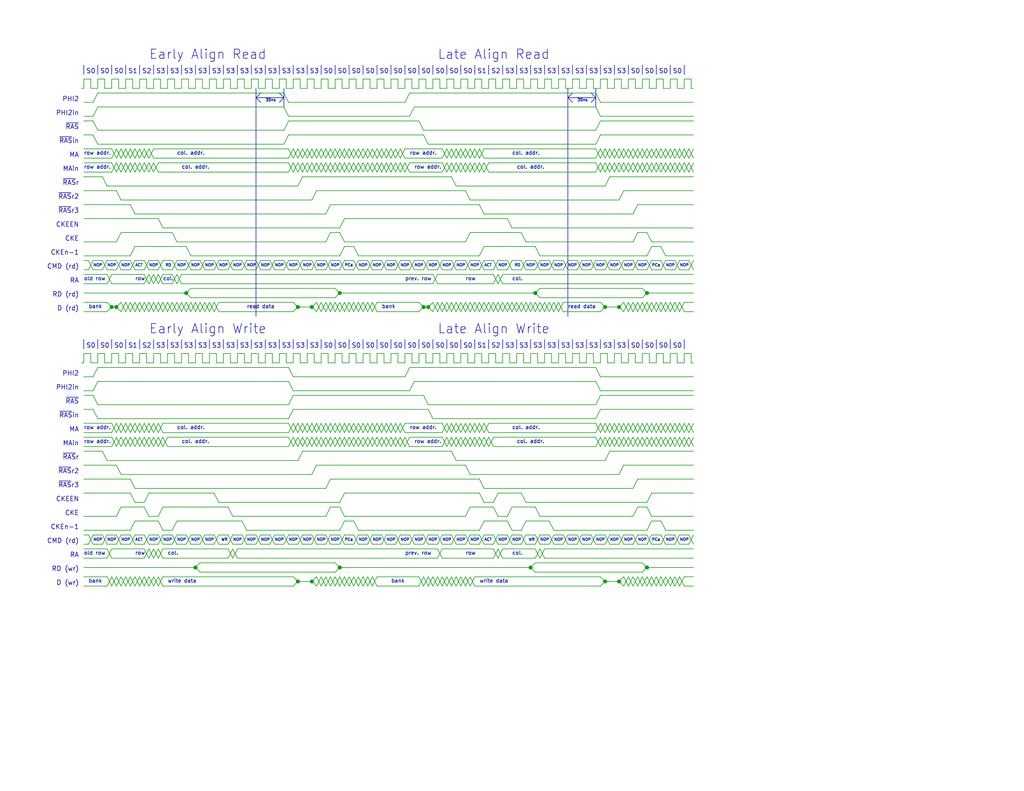
<source format=kicad_sch>
(kicad_sch (version 20230121) (generator eeschema)

  (uuid ebb39223-e9b8-4628-8ad9-747a87ceac6c)

  (paper "USLetter")

  (title_block
    (title "GW4201D (RAM2GS II) - LCMXO2-640 / LCMXO2-1200")
    (date "2024-04-24")
    (rev "2.2")
    (company "Garrett's Workshop")
  )

  

  (junction (at 168.91 83.82) (diameter 0) (color 0 0 0 0)
    (uuid 01187750-c3d6-4923-8627-f94cf6ea101d)
  )
  (junction (at 115.57 83.82) (diameter 0) (color 0 0 0 0)
    (uuid 0e6220ca-69a6-4a91-8c10-e385d2beb340)
  )
  (junction (at 81.28 158.75) (diameter 0) (color 0 0 0 0)
    (uuid 115a2a24-6f9e-4508-b327-e845be0f08b2)
  )
  (junction (at 30.48 83.82) (diameter 0) (color 0 0 0 0)
    (uuid 1e3b7603-ab26-41ae-b704-431a2a2bcdc3)
  )
  (junction (at 92.71 80.01) (diameter 0) (color 0 0 0 0)
    (uuid 39931cdb-888e-49b3-965c-77c5976775c9)
  )
  (junction (at 85.09 83.82) (diameter 0) (color 0 0 0 0)
    (uuid 58011f7b-f0b9-41cf-aa48-de30ea9f4535)
  )
  (junction (at 176.53 154.94) (diameter 0) (color 0 0 0 0)
    (uuid 5cb6bb49-d85a-405f-b775-214f586a55cd)
  )
  (junction (at 31.75 83.82) (diameter 0) (color 0 0 0 0)
    (uuid 68281d9b-7e92-4464-84c5-fe60d790d9b2)
  )
  (junction (at 116.84 83.82) (diameter 0) (color 0 0 0 0)
    (uuid 73afb018-a1b0-4398-afed-7aafe63099e2)
  )
  (junction (at 85.09 158.75) (diameter 0) (color 0 0 0 0)
    (uuid 7e9656ef-fede-47e7-9321-9d58299c7849)
  )
  (junction (at 144.78 154.94) (diameter 0) (color 0 0 0 0)
    (uuid 839654eb-c98c-4679-8319-307becf42a24)
  )
  (junction (at 81.28 83.82) (diameter 0) (color 0 0 0 0)
    (uuid 8dc3bfd1-4718-4e4b-a02b-ad4b585796c6)
  )
  (junction (at 165.1 158.75) (diameter 0) (color 0 0 0 0)
    (uuid 9d123018-6d0b-420c-9462-378242357493)
  )
  (junction (at 92.71 154.94) (diameter 0) (color 0 0 0 0)
    (uuid a2c5b5a0-1b89-4e3a-91a5-213f9bce2666)
  )
  (junction (at 50.8 80.01) (diameter 0) (color 0 0 0 0)
    (uuid aba3ed59-ae35-46e6-b847-bda5ba4becc9)
  )
  (junction (at 165.1 83.82) (diameter 0) (color 0 0 0 0)
    (uuid ac86a4d5-f948-4356-915f-fb78d9d4f2d1)
  )
  (junction (at 168.91 158.75) (diameter 0) (color 0 0 0 0)
    (uuid b5e21a78-bd9d-4ca3-9370-14f9ae194c9e)
  )
  (junction (at 176.53 80.01) (diameter 0) (color 0 0 0 0)
    (uuid e8ad291b-ed12-4327-a9b7-f18001503c57)
  )
  (junction (at 146.05 80.01) (diameter 0) (color 0 0 0 0)
    (uuid eec50514-786d-40bb-bccf-d9a01a1bb184)
  )
  (junction (at 53.34 154.94) (diameter 0) (color 0 0 0 0)
    (uuid f8a6c311-9ce6-4b15-9742-4188b266c935)
  )

  (wire (pts (xy 184.785 96.52) (xy 184.785 99.06))
    (stroke (width 0) (type default))
    (uuid 0014a035-3c3c-4e80-9e4f-8a77fedbdc35)
  )
  (polyline (pts (xy 49.53 95.25) (xy 49.53 92.71))
    (stroke (width 0) (type default))
    (uuid 001a18e9-c5ee-4733-8797-62463e3f88a1)
  )

  (wire (pts (xy 163.83 107.95) (xy 189.23 107.95))
    (stroke (width 0) (type default))
    (uuid 00951f02-dc38-4f13-af71-b895bf8c9c7a)
  )
  (wire (pts (xy 137.16 24.13) (xy 135.255 24.13))
    (stroke (width 0) (type default))
    (uuid 00b0c496-36bb-4e8e-863d-c1d7af4294a6)
  )
  (wire (pts (xy 171.45 43.18) (xy 170.18 40.64))
    (stroke (width 0) (type default))
    (uuid 00b1259f-db2b-48ea-aca3-9969c8883b73)
  )
  (wire (pts (xy 80.01 96.52) (xy 81.915 96.52))
    (stroke (width 0) (type default))
    (uuid 00c026ce-beaa-4cb6-a978-0c3ead7ebe4c)
  )
  (polyline (pts (xy 152.4 95.25) (xy 152.4 92.71))
    (stroke (width 0) (type default))
    (uuid 00dffef7-aee4-4c53-9832-d7bbac6057a4)
  )

  (wire (pts (xy 116.84 160.02) (xy 118.11 157.48))
    (stroke (width 0) (type default))
    (uuid 00f00fbe-ba8a-4ebd-b593-88867894492b)
  )
  (wire (pts (xy 185.42 115.57) (xy 184.15 118.11))
    (stroke (width 0) (type default))
    (uuid 016f885d-49c5-4729-815c-9669433ed95c)
  )
  (wire (pts (xy 105.41 121.92) (xy 104.14 119.38))
    (stroke (width 0) (type default))
    (uuid 01788fed-2d1c-4a69-b9ba-d02a81d937cb)
  )
  (wire (pts (xy 82.55 73.66) (xy 85.09 73.66))
    (stroke (width 0) (type default))
    (uuid 01b9e9d4-d71c-4411-a797-f40e82a3d1a3)
  )
  (wire (pts (xy 46.99 74.93) (xy 48.26 77.47))
    (stroke (width 0) (type default))
    (uuid 01f49e62-d8e3-4560-b496-e8764b19bc96)
  )
  (wire (pts (xy 58.42 85.09) (xy 57.15 82.55))
    (stroke (width 0) (type default))
    (uuid 020a2f9d-16ae-4e7a-82bd-45e8a8bf03e2)
  )
  (wire (pts (xy 38.1 160.02) (xy 39.37 157.48))
    (stroke (width 0) (type default))
    (uuid 0231bab8-e887-471c-b9f8-e4b8e75fd614)
  )
  (wire (pts (xy 85.09 119.38) (xy 83.82 121.92))
    (stroke (width 0) (type default))
    (uuid 02b38b35-9249-4aac-b2a5-d281dd929e71)
  )
  (wire (pts (xy 77.47 146.05) (xy 78.74 148.59))
    (stroke (width 0) (type default))
    (uuid 02d8484f-cd74-4c2b-b71f-935baa8cd5ed)
  )
  (wire (pts (xy 134.62 137.16) (xy 132.08 137.16))
    (stroke (width 0) (type default))
    (uuid 02df313a-842a-452c-9371-e04266de08e0)
  )
  (wire (pts (xy 46.99 82.55) (xy 48.26 85.09))
    (stroke (width 0) (type default))
    (uuid 02f04896-b67e-40de-bbc3-bf2fa551bff4)
  )
  (wire (pts (xy 184.15 115.57) (xy 182.88 118.11))
    (stroke (width 0) (type default))
    (uuid 030f0fef-8781-4431-ba91-3e2225b9c9b0)
  )
  (wire (pts (xy 118.11 85.09) (xy 119.38 82.55))
    (stroke (width 0) (type default))
    (uuid 0345a170-a98e-446b-b9b2-1c54b129f6e7)
  )
  (wire (pts (xy 157.48 71.12) (xy 158.75 73.66))
    (stroke (width 0) (type default))
    (uuid 035238a8-b6a5-4c5d-9e84-cfbe22eb091e)
  )
  (wire (pts (xy 88.9 66.04) (xy 90.17 63.5))
    (stroke (width 0) (type default))
    (uuid 0371a137-9ec2-4ca7-ae84-4fb6e230f36f)
  )
  (wire (pts (xy 78.74 36.83) (xy 115.57 36.83))
    (stroke (width 0) (type default))
    (uuid 0372f8c1-634e-4959-a559-f402d9b47397)
  )
  (wire (pts (xy 54.61 153.67) (xy 91.44 153.67))
    (stroke (width 0) (type default))
    (uuid 0374da00-60b5-40f3-acc1-af4add1b2d66)
  )
  (wire (pts (xy 113.03 73.66) (xy 115.57 73.66))
    (stroke (width 0) (type default))
    (uuid 03acd73a-8fed-4495-9618-acade8063517)
  )
  (wire (pts (xy 110.49 24.13) (xy 108.585 24.13))
    (stroke (width 0) (type default))
    (uuid 03af0c75-b166-4194-81fb-a43f97e5d2a8)
  )
  (wire (pts (xy 26.67 104.14) (xy 78.74 104.14))
    (stroke (width 0) (type default))
    (uuid 03bed5cf-0afa-4ffd-9444-185a23dc79ae)
  )
  (wire (pts (xy 33.02 157.48) (xy 34.29 160.02))
    (stroke (width 0) (type default))
    (uuid 03c52f47-7efa-4f77-82b9-d8b180a30d5c)
  )
  (wire (pts (xy 38.1 118.11) (xy 36.83 115.57))
    (stroke (width 0) (type default))
    (uuid 040d6ef8-6fd8-4e05-ba3e-ba33d63a2991)
  )
  (wire (pts (xy 27.94 148.59) (xy 29.21 146.05))
    (stroke (width 0) (type default))
    (uuid 041db584-94ca-4295-a231-d972795bdfe4)
  )
  (wire (pts (xy 34.29 118.11) (xy 33.02 115.57))
    (stroke (width 0) (type default))
    (uuid 041f4c75-dbfa-451c-8283-8f983a802a48)
  )
  (wire (pts (xy 38.1 115.57) (xy 36.83 118.11))
    (stroke (width 0) (type default))
    (uuid 042793f4-1605-4e7e-9d13-aa1597d3ba2f)
  )
  (wire (pts (xy 46.99 148.59) (xy 48.26 146.05))
    (stroke (width 0) (type default))
    (uuid 0443e957-5df9-424e-9912-333d19c34925)
  )
  (wire (pts (xy 160.02 21.59) (xy 161.925 21.59))
    (stroke (width 0) (type default))
    (uuid 044bcb97-2527-4f67-bd54-abd9db8f94d1)
  )
  (wire (pts (xy 48.26 148.59) (xy 50.8 148.59))
    (stroke (width 0) (type default))
    (uuid 044c6dbf-d6b2-48ed-8e56-77af251c1b6a)
  )
  (polyline (pts (xy 156.21 20.32) (xy 156.21 17.78))
    (stroke (width 0) (type default))
    (uuid 046ab153-d4c6-4190-bd10-a3925a259019)
  )

  (wire (pts (xy 100.33 40.64) (xy 99.06 43.18))
    (stroke (width 0) (type default))
    (uuid 04a628d1-c345-427c-839e-30159501b889)
  )
  (wire (pts (xy 34.29 119.38) (xy 33.02 121.92))
    (stroke (width 0) (type default))
    (uuid 04ba65f5-8c5a-4882-b43e-2c5f1562b4c0)
  )
  (wire (pts (xy 109.22 121.92) (xy 107.95 119.38))
    (stroke (width 0) (type default))
    (uuid 053c661b-7ea7-4fdf-a9eb-3c16d28daaae)
  )
  (wire (pts (xy 57.15 82.55) (xy 55.88 85.09))
    (stroke (width 0) (type default))
    (uuid 05539005-668b-4953-9282-caf4c07c0837)
  )
  (wire (pts (xy 77.47 25.4) (xy 78.74 27.94))
    (stroke (width 0) (type default))
    (uuid 0596e78d-6b15-4a2a-ba50-567cc0fa60b1)
  )
  (wire (pts (xy 53.34 154.94) (xy 54.61 156.21))
    (stroke (width 0) (type default))
    (uuid 059bb4dd-9385-46f5-9f11-2970ef3bee59)
  )
  (wire (pts (xy 147.32 148.59) (xy 149.86 148.59))
    (stroke (width 0) (type default))
    (uuid 05ad5e94-0549-4af1-935d-9f9c52c15899)
  )
  (wire (pts (xy 97.79 157.48) (xy 99.06 160.02))
    (stroke (width 0) (type default))
    (uuid 05b2e879-7061-4cab-9d61-1e9b84a7a057)
  )
  (wire (pts (xy 128.27 148.59) (xy 130.81 148.59))
    (stroke (width 0) (type default))
    (uuid 05b4dc78-f2d2-4aa9-ac15-30fadb1d54f8)
  )
  (polyline (pts (xy 133.35 20.32) (xy 133.35 17.78))
    (stroke (width 0) (type default))
    (uuid 0617109f-a753-44e0-8542-286201026f43)
  )

  (wire (pts (xy 100.33 71.12) (xy 101.6 73.66))
    (stroke (width 0) (type default))
    (uuid 065b518a-ec9e-4525-99c8-464dc5d44e6a)
  )
  (wire (pts (xy 166.37 121.92) (xy 165.1 119.38))
    (stroke (width 0) (type default))
    (uuid 06948d76-da2e-4d7e-b244-fe1109dbe6a5)
  )
  (wire (pts (xy 187.96 118.11) (xy 186.69 115.57))
    (stroke (width 0) (type default))
    (uuid 06fa6f56-4bec-45a8-bec6-bfa5d07c8c0d)
  )
  (wire (pts (xy 135.89 85.09) (xy 137.16 82.55))
    (stroke (width 0) (type default))
    (uuid 07220199-0292-4afb-b73a-16b500b8c9cd)
  )
  (wire (pts (xy 92.71 144.78) (xy 93.98 142.24))
    (stroke (width 0) (type default))
    (uuid 07723330-7afc-4407-9418-7b43bd4593c1)
  )
  (wire (pts (xy 31.75 83.82) (xy 33.02 85.09))
    (stroke (width 0) (type default))
    (uuid 07964cea-a372-4236-9857-bc5cbd5de26f)
  )
  (polyline (pts (xy 156.21 95.25) (xy 156.21 92.71))
    (stroke (width 0) (type default))
    (uuid 07aec745-e75b-417f-9ea3-0bb8e4360a49)
  )

  (wire (pts (xy 125.73 85.09) (xy 127 82.55))
    (stroke (width 0) (type default))
    (uuid 07bce6f2-afd9-4438-8877-893803c3ec3d)
  )
  (polyline (pts (xy 154.94 26.67) (xy 162.56 26.67))
    (stroke (width 0) (type default))
    (uuid 080d9473-e64f-4bbe-951d-7d2ffbe5d27c)
  )

  (wire (pts (xy 132.08 71.12) (xy 134.62 71.12))
    (stroke (width 0) (type default))
    (uuid 083295ba-bc93-4822-8ddc-e29df3fb5a37)
  )
  (wire (pts (xy 125.73 119.38) (xy 124.46 121.92))
    (stroke (width 0) (type default))
    (uuid 08821982-8f21-48c7-bce2-0f970b2a9dde)
  )
  (wire (pts (xy 177.8 67.31) (xy 180.34 67.31))
    (stroke (width 0) (type default))
    (uuid 0898f006-e438-42b4-972d-e72208f5d6ad)
  )
  (wire (pts (xy 177.165 21.59) (xy 177.165 24.13))
    (stroke (width 0) (type default))
    (uuid 08a78c13-d771-436d-a953-4afdcddf6e15)
  )
  (wire (pts (xy 113.03 71.12) (xy 115.57 71.12))
    (stroke (width 0) (type default))
    (uuid 08abd32e-442c-42d7-bac4-f2c8c7ad6ba0)
  )
  (wire (pts (xy 158.75 71.12) (xy 161.29 71.12))
    (stroke (width 0) (type default))
    (uuid 08d54da0-b8e7-4e66-958a-22041f9b8a38)
  )
  (wire (pts (xy 41.91 99.06) (xy 41.91 96.52))
    (stroke (width 0) (type default))
    (uuid 08d93586-9ca6-4924-a65a-1302fd737971)
  )
  (polyline (pts (xy 118.11 20.32) (xy 118.11 17.78))
    (stroke (width 0) (type default))
    (uuid 08e160eb-25a0-4984-a4dc-024982373dfa)
  )

  (wire (pts (xy 22.86 111.76) (xy 25.4 111.76))
    (stroke (width 0) (type default))
    (uuid 0943c9d4-48fa-4e37-9d7a-66dfdf2bdfa5)
  )
  (wire (pts (xy 181.61 82.55) (xy 182.88 85.09))
    (stroke (width 0) (type default))
    (uuid 097295d4-497f-4da9-b28f-ecde84d20b8f)
  )
  (wire (pts (xy 27.94 146.05) (xy 29.21 148.59))
    (stroke (width 0) (type default))
    (uuid 09b54a2f-8021-43d6-866f-3ac3ce731ced)
  )
  (wire (pts (xy 166.37 48.26) (xy 189.23 48.26))
    (stroke (width 0) (type default))
    (uuid 09b553c3-6227-444d-9106-b47fc4150495)
  )
  (wire (pts (xy 25.4 106.68) (xy 26.67 104.14))
    (stroke (width 0) (type default))
    (uuid 09c0efe0-f56f-4ccd-8dd9-bffb6904a51b)
  )
  (polyline (pts (xy 83.82 20.32) (xy 83.82 17.78))
    (stroke (width 0) (type default))
    (uuid 09fe9bea-4ffa-4e09-ac53-5f701ffcbb69)
  )

  (wire (pts (xy 134.62 146.05) (xy 135.89 148.59))
    (stroke (width 0) (type default))
    (uuid 0a6a0d80-efb4-49c8-b1e3-19c7677743d8)
  )
  (wire (pts (xy 31.75 140.97) (xy 33.02 138.43))
    (stroke (width 0) (type default))
    (uuid 0a8b50ab-85b0-4740-a45b-2d35f391b53a)
  )
  (wire (pts (xy 181.61 148.59) (xy 184.15 148.59))
    (stroke (width 0) (type default))
    (uuid 0a9e1991-872b-4b69-9eb4-37aadc0c4f42)
  )
  (wire (pts (xy 93.98 82.55) (xy 95.25 85.09))
    (stroke (width 0) (type default))
    (uuid 0aafb599-cd96-45af-bb00-723f75b531de)
  )
  (wire (pts (xy 93.98 148.59) (xy 96.52 148.59))
    (stroke (width 0) (type default))
    (uuid 0ad4c191-04b5-4d27-891c-a165159c12e0)
  )
  (wire (pts (xy 31.75 146.05) (xy 33.02 148.59))
    (stroke (width 0) (type default))
    (uuid 0b05fcc9-00c1-4ec7-8427-119721b3a931)
  )
  (wire (pts (xy 139.7 148.59) (xy 142.24 148.59))
    (stroke (width 0) (type default))
    (uuid 0b173101-51fd-4556-b1c8-fe663db35b78)
  )
  (wire (pts (xy 186.69 96.52) (xy 188.595 96.52))
    (stroke (width 0) (type default))
    (uuid 0b1f8cb4-d5ca-4883-9e11-4042017ed5ef)
  )
  (wire (pts (xy 179.07 46.99) (xy 177.8 44.45))
    (stroke (width 0) (type default))
    (uuid 0b41af9a-9af6-40c9-bfc2-825910591aae)
  )
  (wire (pts (xy 106.68 119.38) (xy 105.41 121.92))
    (stroke (width 0) (type default))
    (uuid 0b666f70-bb66-4201-8500-227408869a27)
  )
  (wire (pts (xy 99.06 157.48) (xy 100.33 160.02))
    (stroke (width 0) (type default))
    (uuid 0bb436d2-2d29-4eca-97ee-ee499b0e4198)
  )
  (wire (pts (xy 121.92 115.57) (xy 120.65 118.11))
    (stroke (width 0) (type default))
    (uuid 0bc731cc-6266-4a58-aeb6-e84bc5bebff4)
  )
  (polyline (pts (xy 34.29 95.25) (xy 34.29 92.71))
    (stroke (width 0) (type default))
    (uuid 0c276431-d1f0-4670-bb21-98681f507a0d)
  )

  (wire (pts (xy 76.2 24.13) (xy 76.2 21.59))
    (stroke (width 0) (type default))
    (uuid 0c2bed3a-cd2a-4663-8cd2-4aa390f1e8ce)
  )
  (wire (pts (xy 124.46 121.92) (xy 123.19 119.38))
    (stroke (width 0) (type default))
    (uuid 0c45ef2b-577e-4545-91bb-eac00cf41495)
  )
  (wire (pts (xy 130.81 73.66) (xy 132.08 71.12))
    (stroke (width 0) (type default))
    (uuid 0c6bc837-3bd5-412d-8392-2bfd07a7edef)
  )
  (wire (pts (xy 90.17 146.05) (xy 92.71 146.05))
    (stroke (width 0) (type default))
    (uuid 0c8f732e-59b0-44ef-bec0-2eb7dd5e0469)
  )
  (wire (pts (xy 104.775 96.52) (xy 104.775 99.06))
    (stroke (width 0) (type default))
    (uuid 0c97884b-7122-4280-9e2a-80a17de5af31)
  )
  (wire (pts (xy 59.055 96.52) (xy 59.055 99.06))
    (stroke (width 0) (type default))
    (uuid 0cad0152-2603-45aa-b6c5-3619b0cc3cdd)
  )
  (polyline (pts (xy 156.21 25.4) (xy 154.94 26.67))
    (stroke (width 0) (type default))
    (uuid 0cb1392e-c712-4c83-980f-bd16c1ad675a)
  )

  (wire (pts (xy 78.74 110.49) (xy 80.01 107.95))
    (stroke (width 0) (type default))
    (uuid 0cb2ce1c-95ba-4018-ba59-13399326ae97)
  )
  (wire (pts (xy 173.99 43.18) (xy 172.72 40.64))
    (stroke (width 0) (type default))
    (uuid 0cd1e919-79ca-4f4d-8e70-158e7e78abda)
  )
  (wire (pts (xy 175.26 43.18) (xy 173.99 40.64))
    (stroke (width 0) (type default))
    (uuid 0cf030f5-5ba5-4ddd-b025-b4d714ba129f)
  )
  (wire (pts (xy 118.11 24.13) (xy 118.11 21.59))
    (stroke (width 0) (type default))
    (uuid 0cfca454-c6a5-42d9-b32f-0c177d8523f1)
  )
  (wire (pts (xy 146.05 152.4) (xy 137.16 152.4))
    (stroke (width 0) (type default))
    (uuid 0d24f4ba-5f8c-40d5-909d-bf0f7883d565)
  )
  (wire (pts (xy 133.35 115.57) (xy 132.08 118.11))
    (stroke (width 0) (type default))
    (uuid 0d2b7197-d209-49b3-ba2a-ba8558099856)
  )
  (wire (pts (xy 123.19 82.55) (xy 124.46 85.09))
    (stroke (width 0) (type default))
    (uuid 0d37d933-3017-42de-93a6-cda9d6ea8a83)
  )
  (wire (pts (xy 60.96 24.13) (xy 59.055 24.13))
    (stroke (width 0) (type default))
    (uuid 0d5162d4-8f1a-49c6-9b4f-bac0e98fc993)
  )
  (wire (pts (xy 105.41 115.57) (xy 104.14 118.11))
    (stroke (width 0) (type default))
    (uuid 0d6a21b1-690c-4423-b9dd-07568dfe99b8)
  )
  (wire (pts (xy 175.26 46.99) (xy 173.99 44.45))
    (stroke (width 0) (type default))
    (uuid 0d6c0911-faf5-4a27-8d73-a48bb498c3a6)
  )
  (wire (pts (xy 121.92 24.13) (xy 121.92 21.59))
    (stroke (width 0) (type default))
    (uuid 0da0dbbc-1c3f-4935-8b96-15b5a485e0c6)
  )
  (wire (pts (xy 27.94 123.19) (xy 29.21 125.73))
    (stroke (width 0) (type default))
    (uuid 0dbfd213-a5d3-4fe1-bfc9-1d0adf3ccaba)
  )
  (wire (pts (xy 36.195 21.59) (xy 36.195 24.13))
    (stroke (width 0) (type default))
    (uuid 0e09f85d-f0f7-482c-a8c8-88bb7f24482d)
  )
  (wire (pts (xy 100.965 21.59) (xy 100.965 24.13))
    (stroke (width 0) (type default))
    (uuid 0e350217-d71c-470f-8056-3e9d21ff3989)
  )
  (wire (pts (xy 116.84 146.05) (xy 119.38 146.05))
    (stroke (width 0) (type default))
    (uuid 0e37ef8b-d9df-48f5-bd73-8b6d5a55bbad)
  )
  (wire (pts (xy 149.86 142.24) (xy 151.13 144.78))
    (stroke (width 0) (type default))
    (uuid 0e782b92-67c5-4c7c-ab10-69d51d2b5f4c)
  )
  (wire (pts (xy 54.61 71.12) (xy 55.88 73.66))
    (stroke (width 0) (type default))
    (uuid 0e9198b0-2662-4676-9dd5-53ce86258ac5)
  )
  (wire (pts (xy 130.81 44.45) (xy 129.54 46.99))
    (stroke (width 0) (type default))
    (uuid 0e9319c8-3564-4f30-ac53-900d5c8d9932)
  )
  (wire (pts (xy 182.88 160.02) (xy 184.15 157.48))
    (stroke (width 0) (type default))
    (uuid 0ea5df2f-82c0-4ff1-aac0-06854f753c44)
  )
  (wire (pts (xy 124.46 43.18) (xy 123.19 40.64))
    (stroke (width 0) (type default))
    (uuid 0eb4575d-8186-49d6-946a-41bc9a45737d)
  )
  (wire (pts (xy 52.07 78.74) (xy 91.44 78.74))
    (stroke (width 0) (type default))
    (uuid 0ed5f522-d4c0-4d7e-b9a5-601b1ca6c654)
  )
  (polyline (pts (xy 45.72 95.25) (xy 45.72 92.71))
    (stroke (width 0) (type default))
    (uuid 0ee041a2-904c-450c-bc09-3df4001da3f3)
  )
  (polyline (pts (xy 125.73 20.32) (xy 125.73 17.78))
    (stroke (width 0) (type default))
    (uuid 0f1b4f31-0e07-4cff-89c2-a5001b368cb1)
  )

  (wire (pts (xy 77.47 148.59) (xy 78.74 146.05))
    (stroke (width 0) (type default))
    (uuid 0f2358d2-4785-4b11-b2f9-06cd71ca816f)
  )
  (wire (pts (xy 41.91 74.93) (xy 43.18 77.47))
    (stroke (width 0) (type default))
    (uuid 0f3fdd2f-7245-4fc6-a630-dc4822bd0f7f)
  )
  (polyline (pts (xy 102.87 95.25) (xy 102.87 92.71))
    (stroke (width 0) (type default))
    (uuid 0f6fef4a-b0f8-4e54-8cd5-a1d726606158)
  )

  (wire (pts (xy 176.53 119.38) (xy 175.26 121.92))
    (stroke (width 0) (type default))
    (uuid 0f71c607-c56c-4dd2-b41f-152b8b5211cf)
  )
  (wire (pts (xy 175.26 40.64) (xy 173.99 43.18))
    (stroke (width 0) (type default))
    (uuid 0f895cf5-0917-47bd-8650-9091673b5b0c)
  )
  (wire (pts (xy 146.05 153.67) (xy 175.26 153.67))
    (stroke (width 0) (type default))
    (uuid 0f9e323d-c8e0-41a0-b39c-2b50f17c152f)
  )
  (wire (pts (xy 115.57 35.56) (xy 162.56 35.56))
    (stroke (width 0) (type default))
    (uuid 0f9f2575-20e6-4c4c-ad53-3e86b1b9b91d)
  )
  (wire (pts (xy 106.68 40.64) (xy 105.41 43.18))
    (stroke (width 0) (type default))
    (uuid 0fc55b09-8510-4989-9d9d-6c85390be4af)
  )
  (wire (pts (xy 134.62 73.66) (xy 135.89 71.12))
    (stroke (width 0) (type default))
    (uuid 0fd2992c-d56d-4135-a074-c461acf2f4a4)
  )
  (wire (pts (xy 33.02 146.05) (xy 35.56 146.05))
    (stroke (width 0) (type default))
    (uuid 0fe03bac-50c7-45f4-a567-14e0635ebdf9)
  )
  (wire (pts (xy 180.34 148.59) (xy 181.61 146.05))
    (stroke (width 0) (type default))
    (uuid 1043daf4-2a87-4962-afdf-b6ccc40d83fa)
  )
  (wire (pts (xy 171.45 40.64) (xy 170.18 43.18))
    (stroke (width 0) (type default))
    (uuid 105b8818-6d9f-46e1-a212-d6bc4b851cfa)
  )
  (wire (pts (xy 30.48 96.52) (xy 32.385 96.52))
    (stroke (width 0) (type default))
    (uuid 105c7efa-9742-4ee5-8894-779255fe7b2d)
  )
  (wire (pts (xy 124.46 73.66) (xy 127 73.66))
    (stroke (width 0) (type default))
    (uuid 105da662-ddee-45a2-8b98-e3f3ed74ea49)
  )
  (wire (pts (xy 44.45 160.02) (xy 80.01 160.02))
    (stroke (width 0) (type default))
    (uuid 10abaed5-9d36-4af1-a390-5aa155d21962)
  )
  (wire (pts (xy 92.71 137.16) (xy 93.98 134.62))
    (stroke (width 0) (type default))
    (uuid 10e2fa0b-cce3-4959-a869-9aa7d430597c)
  )
  (wire (pts (xy 88.9 157.48) (xy 90.17 160.02))
    (stroke (width 0) (type default))
    (uuid 11296e26-1f98-429d-9aa7-a117b1e7ed2e)
  )
  (polyline (pts (xy 72.39 95.25) (xy 72.39 92.71))
    (stroke (width 0) (type default))
    (uuid 11385e6b-6749-4e9b-9ffa-72301a369ad4)
  )

  (wire (pts (xy 177.8 115.57) (xy 176.53 118.11))
    (stroke (width 0) (type default))
    (uuid 114e0a97-66ae-401c-a769-e4e008dee8b8)
  )
  (wire (pts (xy 34.29 44.45) (xy 33.02 46.99))
    (stroke (width 0) (type default))
    (uuid 1161fb94-4df3-4b13-b170-8579e172c22f)
  )
  (wire (pts (xy 125.73 99.06) (xy 123.825 99.06))
    (stroke (width 0) (type default))
    (uuid 11624957-fcd7-484d-98c7-2eedb64c4a84)
  )
  (wire (pts (xy 31.75 52.07) (xy 33.02 54.61))
    (stroke (width 0) (type default))
    (uuid 1187d9c4-1b86-4944-aaee-650f3814d22e)
  )
  (wire (pts (xy 41.91 82.55) (xy 43.18 85.09))
    (stroke (width 0) (type default))
    (uuid 11939bb5-2560-4582-a184-2e127956065f)
  )
  (polyline (pts (xy 34.29 20.32) (xy 34.29 17.78))
    (stroke (width 0) (type default))
    (uuid 11b507e7-193a-4dee-9ba0-8b481607a822)
  )

  (wire (pts (xy 92.71 121.92) (xy 91.44 119.38))
    (stroke (width 0) (type default))
    (uuid 11b8c51b-0117-4a16-a7ed-f4ee1984f730)
  )
  (wire (pts (xy 188.595 96.52) (xy 188.595 99.06))
    (stroke (width 0) (type default))
    (uuid 11c88c2d-9f59-4e46-ac11-0da703aaa7a4)
  )
  (wire (pts (xy 92.71 80.01) (xy 146.05 80.01))
    (stroke (width 0) (type default))
    (uuid 1215db41-7aaa-4833-bac4-6e1bf4f548ba)
  )
  (wire (pts (xy 146.05 148.59) (xy 147.32 146.05))
    (stroke (width 0) (type default))
    (uuid 121b3834-ae00-4a3c-b81d-ad1734f1e988)
  )
  (wire (pts (xy 90.17 63.5) (xy 92.71 63.5))
    (stroke (width 0) (type default))
    (uuid 127b17f6-1572-4fc2-90d6-ab5e1fddb8b2)
  )
  (wire (pts (xy 185.42 46.99) (xy 184.15 44.45))
    (stroke (width 0) (type default))
    (uuid 12a01c66-872c-4ae2-9b21-4c21e998839b)
  )
  (wire (pts (xy 100.33 148.59) (xy 101.6 146.05))
    (stroke (width 0) (type default))
    (uuid 12bf0528-1a62-4152-80b3-40929234d876)
  )
  (wire (pts (xy 55.245 21.59) (xy 55.245 24.13))
    (stroke (width 0) (type default))
    (uuid 12e3f448-04aa-43d2-973d-0dda8a00e4a2)
  )
  (wire (pts (xy 115.57 160.02) (xy 116.84 157.48))
    (stroke (width 0) (type default))
    (uuid 1340deae-03a8-4d88-a439-ede85b4289ee)
  )
  (wire (pts (xy 181.61 118.11) (xy 180.34 115.57))
    (stroke (width 0) (type default))
    (uuid 136a7895-43df-41e4-a77b-e49d09b11f9b)
  )
  (wire (pts (xy 58.42 146.05) (xy 59.69 148.59))
    (stroke (width 0) (type default))
    (uuid 1370cbf7-6901-49a8-a082-74b5279a73f3)
  )
  (wire (pts (xy 22.86 59.69) (xy 43.18 59.69))
    (stroke (width 0) (type default))
    (uuid 1389cd05-f8f8-4685-b089-4dfff2a6299f)
  )
  (wire (pts (xy 162.56 73.66) (xy 165.1 73.66))
    (stroke (width 0) (type default))
    (uuid 13b3ef6f-e715-4c30-8add-cac29697d415)
  )
  (wire (pts (xy 38.1 24.13) (xy 38.1 21.59))
    (stroke (width 0) (type default))
    (uuid 13b487a8-08e6-4f3f-9a07-dbaa6bb37420)
  )
  (wire (pts (xy 173.99 71.12) (xy 176.53 71.12))
    (stroke (width 0) (type default))
    (uuid 13c99ba3-7dac-41ac-87e5-466f08c84e33)
  )
  (wire (pts (xy 36.83 115.57) (xy 35.56 118.11))
    (stroke (width 0) (type default))
    (uuid 13ca541e-8557-496c-8491-ee27bbb9f641)
  )
  (wire (pts (xy 107.95 115.57) (xy 106.68 118.11))
    (stroke (width 0) (type default))
    (uuid 13cbcd39-eddf-4994-8666-4f7798c001db)
  )
  (wire (pts (xy 121.92 96.52) (xy 123.825 96.52))
    (stroke (width 0) (type default))
    (uuid 13d6f137-7993-404d-9e63-6c7b932b6ef8)
  )
  (wire (pts (xy 90.17 160.02) (xy 91.44 157.48))
    (stroke (width 0) (type default))
    (uuid 13e8a96f-57ac-4e4b-8724-601859a9f380)
  )
  (wire (pts (xy 90.17 138.43) (xy 92.71 138.43))
    (stroke (width 0) (type default))
    (uuid 13f70bb6-7d2f-4279-b262-e59dc72d8916)
  )
  (wire (pts (xy 177.8 119.38) (xy 176.53 121.92))
    (stroke (width 0) (type default))
    (uuid 14109a56-997e-4182-980d-f033db21610e)
  )
  (wire (pts (xy 85.09 146.05) (xy 86.36 148.59))
    (stroke (width 0) (type default))
    (uuid 1415fd17-b5c5-41b9-9830-b3162be69855)
  )
  (wire (pts (xy 33.02 119.38) (xy 31.75 121.92))
    (stroke (width 0) (type default))
    (uuid 142845a7-5c3d-443f-bc85-98333c6ad3f9)
  )
  (wire (pts (xy 176.53 118.11) (xy 175.26 115.57))
    (stroke (width 0) (type default))
    (uuid 14352c99-daa0-47d9-a523-1f46e500401c)
  )
  (wire (pts (xy 163.83 43.18) (xy 162.56 40.64))
    (stroke (width 0) (type default))
    (uuid 144b415c-be87-444c-82ff-63ec13093439)
  )
  (wire (pts (xy 78.105 96.52) (xy 78.105 99.06))
    (stroke (width 0) (type default))
    (uuid 146e1bf1-2acb-4219-a0c8-130701a202ca)
  )
  (polyline (pts (xy 68.58 20.32) (xy 68.58 17.78))
    (stroke (width 0) (type default))
    (uuid 14bee532-73c5-4ef3-a0ee-531b5762345f)
  )

  (wire (pts (xy 179.07 99.06) (xy 177.165 99.06))
    (stroke (width 0) (type default))
    (uuid 14caa924-e913-4801-8e04-60a893622065)
  )
  (wire (pts (xy 154.305 21.59) (xy 154.305 24.13))
    (stroke (width 0) (type default))
    (uuid 14cfa63a-e17c-4978-a5b4-d54a324d0c5e)
  )
  (polyline (pts (xy 106.68 95.25) (xy 106.68 92.71))
    (stroke (width 0) (type default))
    (uuid 14e1905e-be76-44df-94e7-471a0aac16e6)
  )
  (polyline (pts (xy 129.54 20.32) (xy 129.54 17.78))
    (stroke (width 0) (type default))
    (uuid 14ef856d-6269-425e-bd58-3901ed12f1bd)
  )

  (wire (pts (xy 116.205 21.59) (xy 116.205 24.13))
    (stroke (width 0) (type default))
    (uuid 150266eb-268d-497f-9e07-539b6dc949b1)
  )
  (wire (pts (xy 181.61 157.48) (xy 182.88 160.02))
    (stroke (width 0) (type default))
    (uuid 15159e4b-9ece-4e3c-96fb-971f6f16bbf2)
  )
  (wire (pts (xy 111.76 46.99) (xy 120.65 46.99))
    (stroke (width 0) (type default))
    (uuid 154b9100-b4eb-4359-b652-4bee070237a9)
  )
  (wire (pts (xy 77.47 73.66) (xy 78.74 71.12))
    (stroke (width 0) (type default))
    (uuid 15aad08a-dcb0-4364-b9da-a1c7c0da636c)
  )
  (wire (pts (xy 107.95 148.59) (xy 109.22 146.05))
    (stroke (width 0) (type default))
    (uuid 15c501a5-0eed-41a3-a98b-740fb36df8e4)
  )
  (wire (pts (xy 107.95 46.99) (xy 106.68 44.45))
    (stroke (width 0) (type default))
    (uuid 15c9e850-457b-4b9d-92f3-fe428f5bd5c0)
  )
  (wire (pts (xy 91.44 99.06) (xy 89.535 99.06))
    (stroke (width 0) (type default))
    (uuid 15de855d-1df6-42bf-8cd9-06a6172ecda0)
  )
  (wire (pts (xy 170.18 43.18) (xy 168.91 40.64))
    (stroke (width 0) (type default))
    (uuid 15fed107-ee2a-421b-a437-9e73235ed334)
  )
  (wire (pts (xy 34.29 96.52) (xy 36.195 96.52))
    (stroke (width 0) (type default))
    (uuid 161c2a6d-68cf-4dea-9095-33940a9e741c)
  )
  (wire (pts (xy 34.29 40.64) (xy 33.02 43.18))
    (stroke (width 0) (type default))
    (uuid 161c6180-765a-4373-8759-1182caf9f07f)
  )
  (wire (pts (xy 179.07 115.57) (xy 177.8 118.11))
    (stroke (width 0) (type default))
    (uuid 161eac43-497e-42e1-8b9d-0ba842483787)
  )
  (wire (pts (xy 31.75 118.11) (xy 30.48 115.57))
    (stroke (width 0) (type default))
    (uuid 165af6c0-cf47-4b45-8989-69d4444f49bb)
  )
  (wire (pts (xy 91.44 118.11) (xy 90.17 115.57))
    (stroke (width 0) (type default))
    (uuid 16cc40d6-fde9-44b9-8cb4-eced5e397487)
  )
  (wire (pts (xy 163.83 31.75) (xy 189.23 31.75))
    (stroke (width 0) (type default))
    (uuid 16cc9256-4a7c-4b9c-9f5e-7575cfe97899)
  )
  (wire (pts (xy 142.24 146.05) (xy 143.51 148.59))
    (stroke (width 0) (type default))
    (uuid 171a5e1d-df3c-436d-8a8b-da048df3428c)
  )
  (wire (pts (xy 175.26 115.57) (xy 173.99 118.11))
    (stroke (width 0) (type default))
    (uuid 173651f0-6f74-4d3a-ba69-37867017e481)
  )
  (wire (pts (xy 96.52 119.38) (xy 95.25 121.92))
    (stroke (width 0) (type default))
    (uuid 174c045b-2c16-42e8-a3e3-a07a85fd10a3)
  )
  (wire (pts (xy 35.56 148.59) (xy 36.83 146.05))
    (stroke (width 0) (type default))
    (uuid 1780c637-bbba-4eb4-8cce-3d7ceadca29d)
  )
  (wire (pts (xy 138.43 146.05) (xy 139.7 148.59))
    (stroke (width 0) (type default))
    (uuid 17e1d3f2-9d70-4439-a1ec-71c6e79af858)
  )
  (wire (pts (xy 114.3 85.09) (xy 102.87 85.09))
    (stroke (width 0) (type default))
    (uuid 17fdf5dd-210b-4cee-b925-48e510f726ea)
  )
  (wire (pts (xy 48.26 82.55) (xy 49.53 85.09))
    (stroke (width 0) (type default))
    (uuid 180257f8-90c6-4d01-91a7-2da5513c0619)
  )
  (wire (pts (xy 35.56 146.05) (xy 36.83 148.59))
    (stroke (width 0) (type default))
    (uuid 180532ed-5c28-41c6-bca0-78105745aad5)
  )
  (wire (pts (xy 82.55 115.57) (xy 81.28 118.11))
    (stroke (width 0) (type default))
    (uuid 18288ba5-8ea5-4dc7-8483-eb94336559a6)
  )
  (wire (pts (xy 179.07 96.52) (xy 180.975 96.52))
    (stroke (width 0) (type default))
    (uuid 182d44ce-78ef-4473-8869-0fad1e6fa1ae)
  )
  (wire (pts (xy 69.85 73.66) (xy 71.12 71.12))
    (stroke (width 0) (type default))
    (uuid 18470a0b-cd71-45e9-ac70-264ab7f28451)
  )
  (wire (pts (xy 35.56 118.11) (xy 34.29 115.57))
    (stroke (width 0) (type default))
    (uuid 1895db68-d8db-42c0-80c4-66f8e948567d)
  )
  (wire (pts (xy 30.48 24.13) (xy 30.48 21.59))
    (stroke (width 0) (type default))
    (uuid 18d39f00-1fa9-4fe5-ac32-68013160eff8)
  )
  (wire (pts (xy 179.07 118.11) (xy 177.8 115.57))
    (stroke (width 0) (type default))
    (uuid 18df1dc6-b89d-4ee1-be5d-7caff96cca89)
  )
  (wire (pts (xy 95.25 118.11) (xy 93.98 115.57))
    (stroke (width 0) (type default))
    (uuid 18ee4cb0-702a-48b3-bbd9-7ed88c0a0f72)
  )
  (wire (pts (xy 25.4 31.75) (xy 26.67 29.21))
    (stroke (width 0) (type default))
    (uuid 191d143d-40e2-45ac-9a3f-3f8f81bf3952)
  )
  (wire (pts (xy 119.38 152.4) (xy 120.65 149.86))
    (stroke (width 0) (type default))
    (uuid 1933008b-ab0c-4176-9529-10cfde8eb7fe)
  )
  (wire (pts (xy 24.13 71.12) (xy 22.86 71.12))
    (stroke (width 0) (type default))
    (uuid 19ead3aa-dda2-426d-aeba-e2ec19795902)
  )
  (wire (pts (xy 149.86 71.12) (xy 151.13 73.66))
    (stroke (width 0) (type default))
    (uuid 19ff650b-bd42-45aa-bf40-c074161d200e)
  )
  (wire (pts (xy 187.96 44.45) (xy 186.69 46.99))
    (stroke (width 0) (type default))
    (uuid 1a0bb8d7-b56e-46f5-ac38-d3db5c11a0b0)
  )
  (wire (pts (xy 89.535 21.59) (xy 89.535 24.13))
    (stroke (width 0) (type default))
    (uuid 1a25c980-2f7c-4a03-9a0e-cef538715b4d)
  )
  (wire (pts (xy 93.98 59.69) (xy 138.43 59.69))
    (stroke (width 0) (type default))
    (uuid 1a419854-2fb7-42c1-a19b-c341393efd7d)
  )
  (wire (pts (xy 78.74 146.05) (xy 81.28 146.05))
    (stroke (width 0) (type default))
    (uuid 1a435cc5-d16e-4977-90bd-81bbb3e1380d)
  )
  (wire (pts (xy 90.17 130.81) (xy 130.81 130.81))
    (stroke (width 0) (type default))
    (uuid 1a735182-72a6-4b60-965b-163012c8abff)
  )
  (wire (pts (xy 172.72 160.02) (xy 173.99 157.48))
    (stroke (width 0) (type default))
    (uuid 1b137335-6d02-4f98-a611-9fb2469d23c2)
  )
  (wire (pts (xy 29.21 157.48) (xy 30.48 160.02))
    (stroke (width 0) (type default))
    (uuid 1b165ef9-5c8a-4cd7-a2db-b37c374cb2fd)
  )
  (wire (pts (xy 166.37 115.57) (xy 165.1 118.11))
    (stroke (width 0) (type default))
    (uuid 1b19f65e-1dc4-4d5d-980b-8ab6aeeb4a72)
  )
  (wire (pts (xy 106.68 24.13) (xy 106.68 21.59))
    (stroke (width 0) (type default))
    (uuid 1b28d612-8ee1-4845-b15d-33565c4f7571)
  )
  (wire (pts (xy 41.91 157.48) (xy 43.18 160.02))
    (stroke (width 0) (type default))
    (uuid 1b762b5c-1b75-48ed-a89f-7e11ccab8e2d)
  )
  (wire (pts (xy 129.54 96.52) (xy 131.445 96.52))
    (stroke (width 0) (type default))
    (uuid 1b8eb3b2-fdac-4db1-ab26-a077b7a6686a)
  )
  (wire (pts (xy 90.17 46.99) (xy 88.9 44.45))
    (stroke (width 0) (type default))
    (uuid 1b9906f2-19ff-477a-b3f0-9654821f476e)
  )
  (wire (pts (xy 175.26 160.02) (xy 176.53 157.48))
    (stroke (width 0) (type default))
    (uuid 1bafefb9-8b0d-4687-a9c6-52d5d9539fcd)
  )
  (wire (pts (xy 105.41 71.12) (xy 107.95 71.12))
    (stroke (width 0) (type default))
    (uuid 1bb47906-7299-4370-a66d-edf052b8d873)
  )
  (wire (pts (xy 49.53 74.93) (xy 118.11 74.93))
    (stroke (width 0) (type default))
    (uuid 1c088497-7491-4676-b002-e8cbde832e99)
  )
  (wire (pts (xy 119.38 85.09) (xy 120.65 82.55))
    (stroke (width 0) (type default))
    (uuid 1c88955d-1ee5-4d28-83c6-3caa0717bc99)
  )
  (wire (pts (xy 171.45 157.48) (xy 172.72 160.02))
    (stroke (width 0) (type default))
    (uuid 1ce82b80-1025-4daa-a989-04d03dddb26e)
  )
  (polyline (pts (xy 77.47 26.67) (xy 76.2 27.94))
    (stroke (width 0) (type default))
    (uuid 1d4f76e0-1553-4480-bf68-e1cbaa326c53)
  )

  (wire (pts (xy 86.36 71.12) (xy 88.9 71.12))
    (stroke (width 0) (type default))
    (uuid 1d79f450-77a6-418f-b512-8fa0d8ca75ef)
  )
  (wire (pts (xy 58.42 148.59) (xy 59.69 146.05))
    (stroke (width 0) (type default))
    (uuid 1d805f4c-e1d0-4408-bbb1-940d96ca04ac)
  )
  (wire (pts (xy 143.51 82.55) (xy 142.24 85.09))
    (stroke (width 0) (type default))
    (uuid 1d9d7bc1-62d9-4046-8a74-d1f31d50f335)
  )
  (wire (pts (xy 151.13 71.12) (xy 153.67 71.12))
    (stroke (width 0) (type default))
    (uuid 1dc7ae51-916d-41a0-b8c6-ffc47967fd89)
  )
  (wire (pts (xy 25.4 33.02) (xy 26.67 35.56))
    (stroke (width 0) (type default))
    (uuid 1dd570dc-0e7a-48a4-be37-f43564c4d071)
  )
  (wire (pts (xy 123.19 160.02) (xy 124.46 157.48))
    (stroke (width 0) (type default))
    (uuid 1e0727f2-a0db-41c1-bf0a-807b96c4eb3e)
  )
  (wire (pts (xy 118.11 24.13) (xy 116.205 24.13))
    (stroke (width 0) (type default))
    (uuid 1e08cc69-edfc-4eca-8bf2-2e6016e2bffe)
  )
  (wire (pts (xy 142.875 96.52) (xy 142.875 99.06))
    (stroke (width 0) (type default))
    (uuid 1eca66be-aa53-4461-ad1f-d0980e99a586)
  )
  (wire (pts (xy 146.05 152.4) (xy 147.32 149.86))
    (stroke (width 0) (type default))
    (uuid 1eed6686-2551-4a27-952e-c36fa1d055ae)
  )
  (wire (pts (xy 36.83 85.09) (xy 38.1 82.55))
    (stroke (width 0) (type default))
    (uuid 1f0a2edb-d251-4e92-b523-680158f390cd)
  )
  (wire (pts (xy 111.76 100.33) (xy 162.56 100.33))
    (stroke (width 0) (type default))
    (uuid 1f499386-528f-4778-86d3-4443be3d0e25)
  )
  (wire (pts (xy 110.49 115.57) (xy 109.22 118.11))
    (stroke (width 0) (type default))
    (uuid 1f5b6abb-5700-4cbb-b8eb-ec031e128748)
  )
  (wire (pts (xy 185.42 73.66) (xy 187.96 73.66))
    (stroke (width 0) (type default))
    (uuid 1fadd8ec-7b85-40c1-812a-2085834dee8c)
  )
  (wire (pts (xy 163.83 115.57) (xy 162.56 118.11))
    (stroke (width 0) (type default))
    (uuid 2005b722-7cd1-4281-80d4-a5fcbcae0681)
  )
  (wire (pts (xy 127 127) (xy 128.27 129.54))
    (stroke (width 0) (type default))
    (uuid 200e7220-3277-4560-9ab3-abaab1049924)
  )
  (wire (pts (xy 49.53 96.52) (xy 51.435 96.52))
    (stroke (width 0) (type default))
    (uuid 206290b0-5ba2-4878-8d6b-c0be059d7cae)
  )
  (wire (pts (xy 114.3 24.13) (xy 114.3 21.59))
    (stroke (width 0) (type default))
    (uuid 20893e6e-4971-4ec5-85b4-2f272cff4bf0)
  )
  (wire (pts (xy 93.98 140.97) (xy 127 140.97))
    (stroke (width 0) (type default))
    (uuid 208d20cc-cb93-4d3e-827f-1ecbf75695f0)
  )
  (wire (pts (xy 43.815 96.52) (xy 43.815 99.06))
    (stroke (width 0) (type default))
    (uuid 20af953d-1471-4c70-9ebb-5200e9c6ffed)
  )
  (wire (pts (xy 185.42 82.55) (xy 186.69 85.09))
    (stroke (width 0) (type default))
    (uuid 20c3eecd-a277-43c2-b074-df6c0dc74ef0)
  )
  (wire (pts (xy 186.69 24.13) (xy 186.69 21.59))
    (stroke (width 0) (type default))
    (uuid 20f116e0-9163-4f4b-bd99-453ef1099073)
  )
  (wire (pts (xy 111.76 73.66) (xy 113.03 71.12))
    (stroke (width 0) (type default))
    (uuid 2136d1e6-b081-4f65-bf2c-65c186e9d919)
  )
  (wire (pts (xy 153.67 82.55) (xy 163.83 82.55))
    (stroke (width 0) (type default))
    (uuid 2161210c-c251-428c-a6d6-77f9589bd0ac)
  )
  (wire (pts (xy 181.61 44.45) (xy 180.34 46.99))
    (stroke (width 0) (type default))
    (uuid 21936d12-0593-4921-a3b2-23fc69568255)
  )
  (wire (pts (xy 119.38 74.93) (xy 134.62 74.93))
    (stroke (width 0) (type default))
    (uuid 21bfa80c-3a36-40cc-a46b-5d8788c7b0e7)
  )
  (wire (pts (xy 135.89 134.62) (xy 134.62 137.16))
    (stroke (width 0) (type default))
    (uuid 21d061a2-53e4-418b-86f7-a22bb1f1b953)
  )
  (wire (pts (xy 83.82 44.45) (xy 82.55 46.99))
    (stroke (width 0) (type default))
    (uuid 21f57545-bfc4-4f76-86d5-3dd707cc9cae)
  )
  (wire (pts (xy 130.81 71.12) (xy 132.08 73.66))
    (stroke (width 0) (type default))
    (uuid 2201cf2d-96f2-4d3f-95c7-325c96d1fe82)
  )
  (wire (pts (xy 76.2 96.52) (xy 78.105 96.52))
    (stroke (width 0) (type default))
    (uuid 2206e721-ab54-484a-8145-698c73475e01)
  )
  (wire (pts (xy 180.34 115.57) (xy 179.07 118.11))
    (stroke (width 0) (type default))
    (uuid 2208ecf3-6ea2-4b70-b308-9eb45e0c27b2)
  )
  (wire (pts (xy 110.49 118.11) (xy 120.65 118.11))
    (stroke (width 0) (type default))
    (uuid 22235e20-1a99-4514-b7a2-c82b0a47b219)
  )
  (wire (pts (xy 179.07 160.02) (xy 180.34 157.48))
    (stroke (width 0) (type default))
    (uuid 22481e21-d7bb-454e-bbfc-a5fdcb1e9200)
  )
  (wire (pts (xy 167.64 24.13) (xy 165.735 24.13))
    (stroke (width 0) (type default))
    (uuid 226e88a2-daf4-423d-9324-8ec890f48869)
  )
  (wire (pts (xy 128.27 63.5) (xy 142.24 63.5))
    (stroke (width 0) (type default))
    (uuid 229ba7e2-c51d-438e-b547-6b4048143882)
  )
  (wire (pts (xy 43.18 46.99) (xy 41.91 44.45))
    (stroke (width 0) (type default))
    (uuid 22b3c51e-dc19-4464-87be-da7090460e72)
  )
  (wire (pts (xy 168.91 83.82) (xy 170.18 82.55))
    (stroke (width 0) (type default))
    (uuid 22e122a3-dcc1-487b-8d12-15c9e642bad1)
  )
  (wire (pts (xy 81.28 44.45) (xy 80.01 46.99))
    (stroke (width 0) (type default))
    (uuid 23107d0a-f2a1-4efc-b20c-f124126f62ee)
  )
  (polyline (pts (xy 175.26 20.32) (xy 175.26 17.78))
    (stroke (width 0) (type default))
    (uuid 23270b97-79c4-4d62-92e6-0ed4bf17b7eb)
  )

  (wire (pts (xy 74.93 71.12) (xy 77.47 71.12))
    (stroke (width 0) (type default))
    (uuid 2344ed25-6f44-4644-b431-026bdb6c489e)
  )
  (wire (pts (xy 50.8 146.05) (xy 52.07 148.59))
    (stroke (width 0) (type default))
    (uuid 235842f1-b32b-4544-9240-c226115a44a3)
  )
  (wire (pts (xy 182.88 157.48) (xy 184.15 160.02))
    (stroke (width 0) (type default))
    (uuid 236916f1-a888-4c8e-9887-ce1fa3b735b3)
  )
  (wire (pts (xy 45.72 121.92) (xy 44.45 119.38))
    (stroke (width 0) (type default))
    (uuid 23d1e112-eb96-470b-9b4e-9f6a7652e388)
  )
  (wire (pts (xy 47.625 96.52) (xy 47.625 99.06))
    (stroke (width 0) (type default))
    (uuid 23d47ebd-b6a9-4745-8e31-6cd8b4aab747)
  )
  (wire (pts (xy 80.01 106.68) (xy 111.76 106.68))
    (stroke (width 0) (type default))
    (uuid 23efb383-9f6e-44b7-865c-51377532d0a2)
  )
  (polyline (pts (xy 26.67 20.32) (xy 26.67 17.78))
    (stroke (width 0) (type default))
    (uuid 23f542fa-db81-48f0-935e-5aaddc13fcdf)
  )

  (wire (pts (xy 109.22 119.38) (xy 107.95 121.92))
    (stroke (width 0) (type default))
    (uuid 240d08d8-879e-4264-8f4c-3a9f9e2e7042)
  )
  (wire (pts (xy 102.87 99.06) (xy 100.965 99.06))
    (stroke (width 0) (type default))
    (uuid 24334fd3-a854-4c1b-9d15-2f85518f0c45)
  )
  (wire (pts (xy 41.91 149.86) (xy 43.18 152.4))
    (stroke (width 0) (type default))
    (uuid 2466a4d2-9d95-4a0a-b235-fa9d1dc03333)
  )
  (wire (pts (xy 163.83 27.94) (xy 189.23 27.94))
    (stroke (width 0) (type default))
    (uuid 246bcaf0-7a5c-48b3-a9fc-231da549e9e5)
  )
  (wire (pts (xy 35.56 160.02) (xy 36.83 157.48))
    (stroke (width 0) (type default))
    (uuid 24801763-5d54-4867-a117-1f3e694c6191)
  )
  (wire (pts (xy 110.49 40.64) (xy 120.65 40.64))
    (stroke (width 0) (type default))
    (uuid 24ae8d40-da0a-4d87-84d0-b0c81b4a21a5)
  )
  (wire (pts (xy 189.23 44.45) (xy 187.96 46.99))
    (stroke (width 0) (type default))
    (uuid 24d2b223-e872-46b4-b8fa-49bf24946a22)
  )
  (wire (pts (xy 30.48 74.93) (xy 39.37 74.93))
    (stroke (width 0) (type default))
    (uuid 2501ed2d-32ad-47a6-a978-5c4f07ce5d81)
  )
  (wire (pts (xy 81.915 21.59) (xy 81.915 24.13))
    (stroke (width 0) (type default))
    (uuid 25365ecf-c03f-4bc0-a980-1b74e0b88453)
  )
  (wire (pts (xy 22.86 69.85) (xy 35.56 69.85))
    (stroke (width 0) (type default))
    (uuid 253e34e3-e446-44eb-adee-c2f5a0b0f711)
  )
  (wire (pts (xy 167.64 99.06) (xy 165.735 99.06))
    (stroke (width 0) (type default))
    (uuid 25bce7e9-45e0-41b7-9c94-9fdb22c93b70)
  )
  (wire (pts (xy 82.55 121.92) (xy 81.28 119.38))
    (stroke (width 0) (type default))
    (uuid 25d0cad4-8897-478d-86d0-62023499c88b)
  )
  (wire (pts (xy 52.07 82.55) (xy 53.34 85.09))
    (stroke (width 0) (type default))
    (uuid 25d56faa-46cf-4676-88c1-3fa3544b2806)
  )
  (polyline (pts (xy 110.49 20.32) (xy 110.49 17.78))
    (stroke (width 0) (type default))
    (uuid 25e2478b-2c75-4603-ac41-bb2a3e496d1d)
  )

  (wire (pts (xy 101.6 85.09) (xy 102.87 82.55))
    (stroke (width 0) (type default))
    (uuid 25fafd39-fdcf-406b-92f2-098a5f2f505c)
  )
  (wire (pts (xy 124.46 157.48) (xy 125.73 160.02))
    (stroke (width 0) (type default))
    (uuid 261ef365-f262-4dec-9b61-14dfa3574a4a)
  )
  (wire (pts (xy 87.63 40.64) (xy 86.36 43.18))
    (stroke (width 0) (type default))
    (uuid 26a52bb2-5088-4fa9-b617-86753c4a3344)
  )
  (wire (pts (xy 118.11 99.06) (xy 116.205 99.06))
    (stroke (width 0) (type default))
    (uuid 26bfbfb8-d9a0-49be-9f14-1be12d0132e1)
  )
  (wire (pts (xy 24.13 73.66) (xy 22.86 73.66))
    (stroke (width 0) (type default))
    (uuid 26d6a1aa-e61a-4886-ba21-e7bdf3c7a3ab)
  )
  (wire (pts (xy 22.86 160.02) (xy 29.21 160.02))
    (stroke (width 0) (type default))
    (uuid 26e97479-53d9-4bbb-9f65-e891914067e8)
  )
  (wire (pts (xy 163.83 111.76) (xy 189.23 111.76))
    (stroke (width 0) (type default))
    (uuid 2705c300-3bd0-4568-8101-4cecbe0a55d0)
  )
  (wire (pts (xy 143.51 142.24) (xy 149.86 142.24))
    (stroke (width 0) (type default))
    (uuid 2710ee57-b36d-42ae-8fa1-1ae32447ef34)
  )
  (wire (pts (xy 138.43 148.59) (xy 139.7 146.05))
    (stroke (width 0) (type default))
    (uuid 271a6b00-02e7-42f8-9ef9-d7a967b83a19)
  )
  (wire (pts (xy 74.93 73.66) (xy 77.47 73.66))
    (stroke (width 0) (type default))
    (uuid 273d2b20-dcf3-4ecc-9d78-f08c9d14f761)
  )
  (wire (pts (xy 25.4 148.59) (xy 27.94 148.59))
    (stroke (width 0) (type default))
    (uuid 275e1140-4339-4e3e-ab63-aa7b8db28cdb)
  )
  (wire (pts (xy 123.19 115.57) (xy 121.92 118.11))
    (stroke (width 0) (type default))
    (uuid 27bea3e0-038d-492f-aa19-9a69719f86dd)
  )
  (polyline (pts (xy 162.56 26.67) (xy 161.29 25.4))
    (stroke (width 0) (type default))
    (uuid 27f33842-705a-44ee-ae01-df24992e2fe6)
  )

  (wire (pts (xy 144.78 21.59) (xy 146.685 21.59))
    (stroke (width 0) (type default))
    (uuid 2822d35d-17ed-4189-b358-8f6688b3e311)
  )
  (wire (pts (xy 96.52 146.05) (xy 97.79 148.59))
    (stroke (width 0) (type default))
    (uuid 2833abe3-9230-4929-bdb3-ecf1f6144387)
  )
  (polyline (pts (xy 22.86 95.25) (xy 22.86 92.71))
    (stroke (width 0) (type default))
    (uuid 284a0ebc-549d-442a-b436-dc0761dcd761)
  )

  (wire (pts (xy 67.31 146.05) (xy 69.85 146.05))
    (stroke (width 0) (type default))
    (uuid 287abae1-70d8-4e32-bae6-970effd69369)
  )
  (wire (pts (xy 88.9 73.66) (xy 90.17 71.12))
    (stroke (width 0) (type default))
    (uuid 2893590e-cadb-42ff-9db3-7982c2019c3c)
  )
  (wire (pts (xy 95.25 99.06) (xy 93.345 99.06))
    (stroke (width 0) (type default))
    (uuid 2894b77d-5e1f-4be3-aee9-2fac9e956ca3)
  )
  (wire (pts (xy 128.27 73.66) (xy 130.81 73.66))
    (stroke (width 0) (type default))
    (uuid 2894d1fd-860a-48e0-a5cb-fcd7237003d7)
  )
  (wire (pts (xy 86.36 46.99) (xy 85.09 44.45))
    (stroke (width 0) (type default))
    (uuid 2898ee04-3f98-44e9-9d14-0783b34f7577)
  )
  (wire (pts (xy 38.1 157.48) (xy 39.37 160.02))
    (stroke (width 0) (type default))
    (uuid 28d5cd47-ac49-43b2-9d07-ea1fbaa631c4)
  )
  (wire (pts (xy 179.07 24.13) (xy 179.07 21.59))
    (stroke (width 0) (type default))
    (uuid 28e0e3e3-cbfe-4e0a-aab2-8532d07f7d74)
  )
  (wire (pts (xy 177.8 140.97) (xy 189.23 140.97))
    (stroke (width 0) (type default))
    (uuid 28fed914-4949-477b-9f73-b567796e23bc)
  )
  (wire (pts (xy 35.56 55.88) (xy 36.83 58.42))
    (stroke (width 0) (type default))
    (uuid 2900e3e0-be5c-419a-99df-6bf27ba23667)
  )
  (wire (pts (xy 35.56 73.66) (xy 36.83 71.12))
    (stroke (width 0) (type default))
    (uuid 290a3b77-221c-4a6c-bcd4-15491d10a418)
  )
  (wire (pts (xy 99.06 115.57) (xy 97.79 118.11))
    (stroke (width 0) (type default))
    (uuid 2934f228-09d2-44da-aeec-d66d6ec15e8b)
  )
  (wire (pts (xy 74.93 148.59) (xy 77.47 148.59))
    (stroke (width 0) (type default))
    (uuid 294ae2c6-1061-4eb6-880e-ca167c119860)
  )
  (wire (pts (xy 91.44 157.48) (xy 92.71 160.02))
    (stroke (width 0) (type default))
    (uuid 299c77c8-a5b4-4c3f-8f26-6794aa13f050)
  )
  (polyline (pts (xy 53.34 95.25) (xy 53.34 92.71))
    (stroke (width 0) (type default))
    (uuid 29b05ce0-7296-46ea-82ed-0e0db79976d5)
  )

  (wire (pts (xy 99.06 44.45) (xy 97.79 46.99))
    (stroke (width 0) (type default))
    (uuid 29bdb5b9-88ca-4ad5-8e29-942b86e3214a)
  )
  (wire (pts (xy 176.53 137.16) (xy 177.8 134.62))
    (stroke (width 0) (type default))
    (uuid 29dd018a-3ff7-4d46-a28c-ec63a717e75b)
  )
  (wire (pts (xy 33.02 71.12) (xy 35.56 71.12))
    (stroke (width 0) (type default))
    (uuid 29dd2f52-6b43-44f5-b5d5-ae071441f883)
  )
  (wire (pts (xy 69.85 148.59) (xy 71.12 146.05))
    (stroke (width 0) (type default))
    (uuid 29e1c06a-f337-47f3-acbe-c1dea50c8c2e)
  )
  (wire (pts (xy 152.4 21.59) (xy 154.305 21.59))
    (stroke (width 0) (type default))
    (uuid 29e33e44-d50d-40a2-becf-ac5cae24c42c)
  )
  (wire (pts (xy 185.42 119.38) (xy 184.15 121.92))
    (stroke (width 0) (type default))
    (uuid 29e99fb4-acb1-433e-be9d-880c240a1763)
  )
  (wire (pts (xy 44.45 149.86) (xy 62.23 149.86))
    (stroke (width 0) (type default))
    (uuid 2a05b8c3-4d39-4d4c-b28b-c21b38db10e2)
  )
  (wire (pts (xy 172.72 46.99) (xy 171.45 44.45))
    (stroke (width 0) (type default))
    (uuid 2a51852a-909c-4ef3-b714-c182076f093d)
  )
  (wire (pts (xy 135.89 74.93) (xy 137.16 77.47))
    (stroke (width 0) (type default))
    (uuid 2a60537e-52da-49a7-a7e1-f38f05aff3b2)
  )
  (wire (pts (xy 172.72 140.97) (xy 173.99 138.43))
    (stroke (width 0) (type default))
    (uuid 2a6a6059-38d3-4a28-b302-f2b20466b467)
  )
  (wire (pts (xy 46.99 144.78) (xy 48.26 142.24))
    (stroke (width 0) (type default))
    (uuid 2a83e7df-606b-4042-9ef6-ab4f34cbebb1)
  )
  (wire (pts (xy 139.7 146.05) (xy 142.24 146.05))
    (stroke (width 0) (type default))
    (uuid 2a966c36-ebb9-4a37-9fc3-1bf148b418a6)
  )
  (wire (pts (xy 43.18 77.47) (xy 44.45 74.93))
    (stroke (width 0) (type default))
    (uuid 2ab24a79-19db-45e8-93b0-c39c813d0e24)
  )
  (wire (pts (xy 182.88 40.64) (xy 181.61 43.18))
    (stroke (width 0) (type default))
    (uuid 2af4177b-1a25-4cc7-97cd-b572d214b65f)
  )
  (wire (pts (xy 177.8 46.99) (xy 176.53 44.45))
    (stroke (width 0) (type default))
    (uuid 2b5b231d-da4b-4c44-9970-c6fd56421474)
  )
  (wire (pts (xy 43.18 142.24) (xy 44.45 144.78))
    (stroke (width 0) (type default))
    (uuid 2b605185-b86c-4122-ad57-495fbbf9ec49)
  )
  (wire (pts (xy 82.55 148.59) (xy 85.09 148.59))
    (stroke (width 0) (type default))
    (uuid 2b7e086c-a15d-4a63-9a47-e7dfe4035add)
  )
  (polyline (pts (xy 60.96 20.32) (xy 60.96 17.78))
    (stroke (width 0) (type default))
    (uuid 2bd1bb01-f700-4d6f-94d9-9ea0f984d4cd)
  )

  (wire (pts (xy 74.93 146.05) (xy 77.47 146.05))
    (stroke (width 0) (type default))
    (uuid 2bed27d8-3250-4812-ba0e-4ae3cf43dba1)
  )
  (wire (pts (xy 43.18 46.99) (xy 78.74 46.99))
    (stroke (width 0) (type default))
    (uuid 2bfd4e43-91b5-4aef-b1df-4b5e1f575052)
  )
  (wire (pts (xy 123.19 121.92) (xy 121.92 119.38))
    (stroke (width 0) (type default))
    (uuid 2c121f41-bb4f-45df-ac18-842bc1bd9a2a)
  )
  (wire (pts (xy 135.89 82.55) (xy 137.16 85.09))
    (stroke (width 0) (type default))
    (uuid 2c36187b-978f-4bae-80a1-047a05fd0db7)
  )
  (wire (pts (xy 168.91 158.75) (xy 170.18 160.02))
    (stroke (width 0) (type default))
    (uuid 2c3a6c10-c5bf-467a-9c1d-42437f365dc0)
  )
  (wire (pts (xy 24.13 148.59) (xy 22.86 148.59))
    (stroke (width 0) (type default))
    (uuid 2c54ec40-e74e-4248-b0a9-7d3c6a18f128)
  )
  (wire (pts (xy 133.35 118.11) (xy 132.08 115.57))
    (stroke (width 0) (type default))
    (uuid 2c61d5ed-2eb5-4960-a6c4-5ad0726733c3)
  )
  (wire (pts (xy 36.83 40.64) (xy 35.56 43.18))
    (stroke (width 0) (type default))
    (uuid 2c67c686-1a68-41c3-adf5-d118a3a42685)
  )
  (wire (pts (xy 172.72 119.38) (xy 171.45 121.92))
    (stroke (width 0) (type default))
    (uuid 2c8ed4a4-d991-4e36-a5ec-2e4f4f1acb6a)
  )
  (wire (pts (xy 39.37 115.57) (xy 38.1 118.11))
    (stroke (width 0) (type default))
    (uuid 2ca280e6-b356-43dc-bd40-714203efae1d)
  )
  (wire (pts (xy 107.95 118.11) (xy 106.68 115.57))
    (stroke (width 0) (type default))
    (uuid 2cbadf03-65a0-413c-ab6a-0806ce3d5e95)
  )
  (wire (pts (xy 97.79 118.11) (xy 96.52 115.57))
    (stroke (width 0) (type default))
    (uuid 2cd90b71-5282-4deb-988b-2b61f21b1618)
  )
  (polyline (pts (xy 118.11 95.25) (xy 118.11 92.71))
    (stroke (width 0) (type default))
    (uuid 2cf472b3-dd52-4ac6-b12c-ddc9e0d63480)
  )
  (polyline (pts (xy 162.56 24.13) (xy 162.56 29.21))
    (stroke (width 0) (type default))
    (uuid 2cf4e1b5-baa7-4edc-9241-3061ca0cbc62)
  )

  (wire (pts (xy 168.91 73.66) (xy 170.18 71.12))
    (stroke (width 0) (type default))
    (uuid 2d2d759c-918b-4a38-88e2-c132c5bcf2a3)
  )
  (wire (pts (xy 186.69 44.45) (xy 185.42 46.99))
    (stroke (width 0) (type default))
    (uuid 2d3b717b-74c4-4f36-b483-4e0874bb2ead)
  )
  (wire (pts (xy 50.8 71.12) (xy 52.07 73.66))
    (stroke (width 0) (type default))
    (uuid 2d8ea208-c199-4bd5-9f87-643cef173fb7)
  )
  (wire (pts (xy 186.69 118.11) (xy 185.42 115.57))
    (stroke (width 0) (type default))
    (uuid 2d9e66e1-2106-4c55-91e4-12965aa692a0)
  )
  (wire (pts (xy 123.19 146.05) (xy 124.46 148.59))
    (stroke (width 0) (type default))
    (uuid 2df552e7-5462-4d95-81ba-cffeadcc4eff)
  )
  (wire (pts (xy 120.015 21.59) (xy 120.015 24.13))
    (stroke (width 0) (type default))
    (uuid 2e08bd0a-dfb3-4684-81b7-7a7ec16bd4de)
  )
  (wire (pts (xy 43.18 149.86) (xy 44.45 152.4))
    (stroke (width 0) (type default))
    (uuid 2e0f6837-0dd4-4d97-895c-a3c4c21d440a)
  )
  (wire (pts (xy 187.96 46.99) (xy 186.69 44.45))
    (stroke (width 0) (type default))
    (uuid 2e22ce3a-4a3f-4825-b6de-3dc3a7ef2441)
  )
  (wire (pts (xy 127 115.57) (xy 125.73 118.11))
    (stroke (width 0) (type default))
    (uuid 2e313a31-575a-46cf-b985-5b432018f73a)
  )
  (wire (pts (xy 85.09 43.18) (xy 83.82 40.64))
    (stroke (width 0) (type default))
    (uuid 2e41f322-a964-407f-ad47-f6d0e37a1bfe)
  )
  (wire (pts (xy 39.37 44.45) (xy 38.1 46.99))
    (stroke (width 0) (type default))
    (uuid 2e505835-58e6-4c00-8fce-d262371cd424)
  )
  (polyline (pts (xy 129.54 95.25) (xy 129.54 92.71))
    (stroke (width 0) (type default))
    (uuid 2e6f4622-e5d4-4b8c-81fb-5fe0d83420cd)
  )

  (wire (pts (xy 109.22 148.59) (xy 111.76 148.59))
    (stroke (width 0) (type default))
    (uuid 2e8dee1d-a48a-4998-afc7-1819cab82dc6)
  )
  (wire (pts (xy 93.98 146.05) (xy 96.52 146.05))
    (stroke (width 0) (type default))
    (uuid 2ea6c44c-cdae-4baf-be03-b9307af50ae6)
  )
  (wire (pts (xy 43.18 148.59) (xy 44.45 146.05))
    (stroke (width 0) (type default))
    (uuid 2eae3955-8613-4cb8-b53b-8d3d52e550dd)
  )
  (wire (pts (xy 151.13 148.59) (xy 153.67 148.59))
    (stroke (width 0) (type default))
    (uuid 2eae8664-a807-46e5-9598-14906a95c4a7)
  )
  (wire (pts (xy 124.46 85.09) (xy 125.73 82.55))
    (stroke (width 0) (type default))
    (uuid 2ee84530-73c1-4b7e-9531-bafd1e39c3a9)
  )
  (wire (pts (xy 60.96 21.59) (xy 62.865 21.59))
    (stroke (width 0) (type default))
    (uuid 2f3b75ad-894f-433d-9cc5-a08815d9cac3)
  )
  (wire (pts (xy 81.28 40.64) (xy 80.01 43.18))
    (stroke (width 0) (type default))
    (uuid 2f4283a9-8e4a-4ab0-a506-9cf3752a07f6)
  )
  (polyline (pts (xy 30.48 95.25) (xy 30.48 92.71))
    (stroke (width 0) (type default))
    (uuid 2f7e8585-d3d1-4eda-8233-aef121b36092)
  )

  (wire (pts (xy 142.24 73.66) (xy 143.51 71.12))
    (stroke (width 0) (type default))
    (uuid 3005e435-d3dd-498b-ac39-704e1aec84cb)
  )
  (wire (pts (xy 71.12 73.66) (xy 73.66 73.66))
    (stroke (width 0) (type default))
    (uuid 3005e543-f95d-4715-b27f-ca20d22d0f09)
  )
  (wire (pts (xy 182.88 44.45) (xy 181.61 46.99))
    (stroke (width 0) (type default))
    (uuid 3030410e-2f08-48e2-b8e1-f6fdc285de5d)
  )
  (wire (pts (xy 101.6 82.55) (xy 102.87 85.09))
    (stroke (width 0) (type default))
    (uuid 30514901-c3d4-4830-a108-2e4f8b6dd137)
  )
  (wire (pts (xy 53.34 154.94) (xy 54.61 153.67))
    (stroke (width 0) (type default))
    (uuid 30713956-5b9c-42e1-8bfb-f873e494d204)
  )
  (wire (pts (xy 52.07 71.12) (xy 54.61 71.12))
    (stroke (width 0) (type default))
    (uuid 307274b0-9580-402e-8d73-79170ddda0cc)
  )
  (wire (pts (xy 189.23 121.92) (xy 187.96 119.38))
    (stroke (width 0) (type default))
    (uuid 30e29848-854a-43ba-9a12-a11bbcc5a4b9)
  )
  (wire (pts (xy 43.18 146.05) (xy 44.45 148.59))
    (stroke (width 0) (type default))
    (uuid 30ffb206-0ea4-47d1-8f36-d421259b6926)
  )
  (wire (pts (xy 142.24 71.12) (xy 143.51 73.66))
    (stroke (width 0) (type default))
    (uuid 3125ff6f-8016-45f0-aba9-34d67a45100c)
  )
  (wire (pts (xy 121.92 160.02) (xy 123.19 157.48))
    (stroke (width 0) (type default))
    (uuid 31318577-5a6b-4699-ba97-5d076d6549d9)
  )
  (wire (pts (xy 54.61 82.55) (xy 55.88 85.09))
    (stroke (width 0) (type default))
    (uuid 31444106-98e4-4cd2-83c4-09c3541bfba6)
  )
  (wire (pts (xy 106.68 46.99) (xy 105.41 44.45))
    (stroke (width 0) (type default))
    (uuid 31450a1d-e34e-42c9-ac0a-bbf81e15c307)
  )
  (wire (pts (xy 29.21 85.09) (xy 30.48 83.82))
    (stroke (width 0) (type default))
    (uuid 316fc2e0-7018-4687-a981-7b2274df29c9)
  )
  (wire (pts (xy 144.78 82.55) (xy 143.51 85.09))
    (stroke (width 0) (type default))
    (uuid 31702bb3-bc27-4912-bf3d-bd62d4f570b6)
  )
  (wire (pts (xy 157.48 146.05) (xy 158.75 148.59))
    (stroke (width 0) (type default))
    (uuid 31a37fac-59d5-4415-98d9-98b69aebe09d)
  )
  (wire (pts (xy 135.89 146.05) (xy 138.43 146.05))
    (stroke (width 0) (type default))
    (uuid 31a9083f-1557-4518-890c-ca97aa9656b5)
  )
  (wire (pts (xy 132.08 40.64) (xy 162.56 40.64))
    (stroke (width 0) (type default))
    (uuid 31c411cc-a112-427d-9fe2-aaaccf49f3a0)
  )
  (wire (pts (xy 55.88 146.05) (xy 58.42 146.05))
    (stroke (width 0) (type default))
    (uuid 31c7492e-d574-4672-be3b-adfe62f94c2e)
  )
  (wire (pts (xy 184.15 40.64) (xy 182.88 43.18))
    (stroke (width 0) (type default))
    (uuid 31e5ba30-a34f-489e-8338-96439d69de5e)
  )
  (wire (pts (xy 137.16 77.47) (xy 189.23 77.47))
    (stroke (width 0) (type default))
    (uuid 31e67876-ab40-460e-b150-035d04721c51)
  )
  (wire (pts (xy 48.26 142.24) (xy 66.04 142.24))
    (stroke (width 0) (type default))
    (uuid 32162978-032a-4a68-ae7c-5460a33ad34a)
  )
  (wire (pts (xy 39.37 82.55) (xy 40.64 85.09))
    (stroke (width 0) (type default))
    (uuid 321d2651-c21b-4bb0-acfc-bb90c87e53b6)
  )
  (wire (pts (xy 144.78 99.06) (xy 144.78 96.52))
    (stroke (width 0) (type default))
    (uuid 325c2548-1101-427f-af5f-f1da5ae4d9e9)
  )
  (wire (pts (xy 182.88 21.59) (xy 184.785 21.59))
    (stroke (width 0) (type default))
    (uuid 325ddd05-28e9-41c4-9bc5-3daac6c054d6)
  )
  (wire (pts (xy 184.15 85.09) (xy 185.42 82.55))
    (stroke (width 0) (type default))
    (uuid 32aab855-fb96-4fc7-9f21-826e2e3ea310)
  )
  (wire (pts (xy 165.1 118.11) (xy 163.83 115.57))
    (stroke (width 0) (type default))
    (uuid 32b26079-c19d-426a-98d4-8d67585c0c05)
  )
  (wire (pts (xy 106.68 96.52) (xy 108.585 96.52))
    (stroke (width 0) (type default))
    (uuid 32c28d48-d84a-4823-9017-061845606fc1)
  )
  (wire (pts (xy 93.98 43.18) (xy 92.71 40.64))
    (stroke (width 0) (type default))
    (uuid 331f7d06-986d-4185-b9ed-632efa9455c7)
  )
  (wire (pts (xy 102.87 82.55) (xy 114.3 82.55))
    (stroke (width 0) (type default))
    (uuid 332500e2-8ec5-4d24-a2ee-106b1af43208)
  )
  (wire (pts (xy 99.06 99.06) (xy 99.06 96.52))
    (stroke (width 0) (type default))
    (uuid 332c4888-6370-4d53-910c-051d43a7fe7a)
  )
  (wire (pts (xy 184.15 148.59) (xy 185.42 146.05))
    (stroke (width 0) (type default))
    (uuid 3387d3d6-f930-4c25-9bfa-7e6a05090a7b)
  )
  (wire (pts (xy 165.1 71.12) (xy 166.37 73.66))
    (stroke (width 0) (type default))
    (uuid 33c30a7b-19ef-4a74-b8ea-44baf462cfef)
  )
  (wire (pts (xy 60.96 24.13) (xy 60.96 21.59))
    (stroke (width 0) (type default))
    (uuid 33ea7d74-2af8-4631-8077-e7803b4ff07a)
  )
  (wire (pts (xy 35.56 69.85) (xy 36.83 67.31))
    (stroke (width 0) (type default))
    (uuid 34122414-2827-4b26-adb3-32835c3dad46)
  )
  (wire (pts (xy 64.77 99.06) (xy 64.77 96.52))
    (stroke (width 0) (type default))
    (uuid 343de6f7-6d6b-49c6-8f30-03c0d9da3aef)
  )
  (wire (pts (xy 43.18 82.55) (xy 44.45 85.09))
    (stroke (width 0) (type default))
    (uuid 34429c11-d008-4810-a83c-6505c72b6c6f)
  )
  (wire (pts (xy 24.13 73.66) (xy 25.4 71.12))
    (stroke (width 0) (type default))
    (uuid 3448c301-83c5-4bd0-8572-661899e6fcbe)
  )
  (wire (pts (xy 99.06 21.59) (xy 100.965 21.59))
    (stroke (width 0) (type default))
    (uuid 344d02ab-cffa-41c3-b9ae-9683ea7438f4)
  )
  (wire (pts (xy 86.36 148.59) (xy 88.9 148.59))
    (stroke (width 0) (type default))
    (uuid 346ad76b-0917-48be-9442-2780f7e3cdce)
  )
  (wire (pts (xy 170.18 85.09) (xy 171.45 82.55))
    (stroke (width 0) (type default))
    (uuid 3479c286-9017-4602-bee1-e800030e717a)
  )
  (wire (pts (xy 175.26 157.48) (xy 176.53 160.02))
    (stroke (width 0) (type default))
    (uuid 34847f2d-4cf7-4695-bcad-34381221298c)
  )
  (wire (pts (xy 109.22 44.45) (xy 107.95 46.99))
    (stroke (width 0) (type default))
    (uuid 34b59a90-773a-4958-b620-e417dc533cee)
  )
  (wire (pts (xy 92.71 160.02) (xy 93.98 157.48))
    (stroke (width 0) (type default))
    (uuid 34bbea98-6817-4c8c-9a18-22f5a1298f75)
  )
  (wire (pts (xy 181.61 43.18) (xy 180.34 40.64))
    (stroke (width 0) (type default))
    (uuid 34d5940f-9117-4741-a4cc-c304100edbb1)
  )
  (wire (pts (xy 129.54 85.09) (xy 130.81 82.55))
    (stroke (width 0) (type default))
    (uuid 351b525e-b34b-4655-87c4-7b7f6edce535)
  )
  (wire (pts (xy 91.44 96.52) (xy 93.345 96.52))
    (stroke (width 0) (type default))
    (uuid 3521a20b-54ab-4c6b-bae8-d38db43da3b4)
  )
  (wire (pts (xy 101.6 46.99) (xy 100.33 44.45))
    (stroke (width 0) (type default))
    (uuid 35568457-c277-4105-93e5-4b4fe956bbc3)
  )
  (wire (pts (xy 146.05 149.86) (xy 147.32 152.4))
    (stroke (width 0) (type default))
    (uuid 3595c193-beca-425c-9c37-c3805efcbb4a)
  )
  (wire (pts (xy 185.42 40.64) (xy 184.15 43.18))
    (stroke (width 0) (type default))
    (uuid 35d6245e-33d0-4f93-963e-efd8560aa481)
  )
  (wire (pts (xy 93.98 73.66) (xy 96.52 73.66))
    (stroke (width 0) (type default))
    (uuid 36164748-bc5e-4bc7-bb9c-874709bcc469)
  )
  (wire (pts (xy 125.73 157.48) (xy 127 160.02))
    (stroke (width 0) (type default))
    (uuid 3623b477-89ad-497e-a8fe-0e9660072dce)
  )
  (wire (pts (xy 22.86 82.55) (xy 29.21 82.55))
    (stroke (width 0) (type default))
    (uuid 362440dc-cb7c-4bb6-b93c-6bd92437f4a3)
  )
  (wire (pts (xy 59.69 85.09) (xy 80.01 85.09))
    (stroke (width 0) (type default))
    (uuid 3673a502-0651-468c-b311-adc29f9aef5b)
  )
  (polyline (pts (xy 72.39 20.32) (xy 72.39 17.78))
    (stroke (width 0) (type default))
    (uuid 3674514b-c09a-401f-8f05-04700420dc27)
  )

  (wire (pts (xy 82.55 43.18) (xy 81.28 40.64))
    (stroke (width 0) (type default))
    (uuid 36a72d2a-e60f-4ead-b8f2-059f53606787)
  )
  (polyline (pts (xy 175.26 95.25) (xy 175.26 92.71))
    (stroke (width 0) (type default))
    (uuid 36c2c37c-40ad-4235-b8aa-8c88778ca137)
  )

  (wire (pts (xy 149.86 85.09) (xy 151.13 82.55))
    (stroke (width 0) (type default))
    (uuid 36d8f123-ebfa-4b46-9a00-4796c29d1c79)
  )
  (wire (pts (xy 125.73 99.06) (xy 125.73 96.52))
    (stroke (width 0) (type default))
    (uuid 36ef7f94-df6d-4328-93e4-0f99ac8e7a93)
  )
  (wire (pts (xy 35.56 144.78) (xy 36.83 142.24))
    (stroke (width 0) (type default))
    (uuid 36fb95a5-bff1-48d9-9cac-6afcc55b2928)
  )
  (wire (pts (xy 105.41 119.38) (xy 104.14 121.92))
    (stroke (width 0) (type default))
    (uuid 3731cb5f-e268-4ed6-91b3-e783676b3184)
  )
  (wire (pts (xy 125.73 24.13) (xy 123.825 24.13))
    (stroke (width 0) (type default))
    (uuid 37334be2-9f09-4328-8b8c-406b948536ef)
  )
  (wire (pts (xy 179.07 40.64) (xy 177.8 43.18))
    (stroke (width 0) (type default))
    (uuid 3738f544-67ef-418b-b8d9-c36ed1f954d1)
  )
  (wire (pts (xy 105.41 73.66) (xy 107.95 73.66))
    (stroke (width 0) (type default))
    (uuid 3745d665-50bb-4c68-81d8-ac6bb29c6e75)
  )
  (wire (pts (xy 111.76 119.38) (xy 120.65 119.38))
    (stroke (width 0) (type default))
    (uuid 374a7238-6e97-4839-a63a-630689f07604)
  )
  (wire (pts (xy 102.87 119.38) (xy 101.6 121.92))
    (stroke (width 0) (type default))
    (uuid 37827828-6545-4a93-9f73-1ae1f0d269c7)
  )
  (wire (pts (xy 24.13 146.05) (xy 25.4 148.59))
    (stroke (width 0) (type default))
    (uuid 37858bda-3005-43f2-9ead-fd08fe448cc4)
  )
  (wire (pts (xy 31.75 119.38) (xy 30.48 121.92))
    (stroke (width 0) (type default))
    (uuid 3794c6fa-7646-4833-9634-389966326fad)
  )
  (wire (pts (xy 45.72 24.13) (xy 45.72 21.59))
    (stroke (width 0) (type default))
    (uuid 37c52e64-ffd0-458d-9341-0a16be2e6c34)
  )
  (wire (pts (xy 173.99 44.45) (xy 172.72 46.99))
    (stroke (width 0) (type default))
    (uuid 37d931fe-b45c-4a3d-8612-d3b542a7d6a1)
  )
  (polyline (pts (xy 140.97 20.32) (xy 140.97 17.78))
    (stroke (width 0) (type default))
    (uuid 37d9d980-227f-4b01-aec6-aef6730062a3)
  )

  (wire (pts (xy 33.02 43.18) (xy 31.75 40.64))
    (stroke (width 0) (type default))
    (uuid 37d9fe40-5b88-4e7a-88d2-02ad98c2bd1b)
  )
  (wire (pts (xy 123.19 148.59) (xy 124.46 146.05))
    (stroke (width 0) (type default))
    (uuid 37dc0a29-b34c-4c5c-a0f9-142406b79bcb)
  )
  (wire (pts (xy 163.83 99.06) (xy 163.83 96.52))
    (stroke (width 0) (type default))
    (uuid 37ded649-9726-498a-a4d8-59dbd2be8f26)
  )
  (wire (pts (xy 35.56 40.64) (xy 34.29 43.18))
    (stroke (width 0) (type default))
    (uuid 38047f90-b0ac-41bc-9ae0-f9fc60f3229d)
  )
  (wire (pts (xy 90.17 40.64) (xy 88.9 43.18))
    (stroke (width 0) (type default))
    (uuid 3823d496-b05f-4106-8307-09b4be03187c)
  )
  (wire (pts (xy 171.45 85.09) (xy 172.72 82.55))
    (stroke (width 0) (type default))
    (uuid 3834e9b1-883d-4852-992c-f40f035df2d4)
  )
  (polyline (pts (xy 106.68 20.32) (xy 106.68 17.78))
    (stroke (width 0) (type default))
    (uuid 3856a7bb-fe0d-4040-9c3d-70eb0a250712)
  )

  (wire (pts (xy 92.71 157.48) (xy 93.98 160.02))
    (stroke (width 0) (type default))
    (uuid 38a9bc7e-5a3e-41a8-b48e-675f42c28fd9)
  )
  (wire (pts (xy 109.22 43.18) (xy 107.95 40.64))
    (stroke (width 0) (type default))
    (uuid 38b0cb91-e2da-4625-8dcf-51025275825c)
  )
  (wire (pts (xy 163.83 102.87) (xy 189.23 102.87))
    (stroke (width 0) (type default))
    (uuid 38b2984b-8d64-4d94-a48e-780dd1ac9361)
  )
  (wire (pts (xy 24.765 24.13) (xy 24.765 21.59))
    (stroke (width 0) (type default))
    (uuid 38b50a88-efc9-4a4a-a647-1b0cefaef629)
  )
  (wire (pts (xy 57.15 99.06) (xy 57.15 96.52))
    (stroke (width 0) (type default))
    (uuid 392b8634-650d-4c21-a24b-17ef315ff042)
  )
  (wire (pts (xy 121.92 46.99) (xy 120.65 44.45))
    (stroke (width 0) (type default))
    (uuid 39874a01-6f59-423e-929b-333f45cd37dc)
  )
  (wire (pts (xy 40.64 74.93) (xy 41.91 77.47))
    (stroke (width 0) (type default))
    (uuid 398f279f-588b-4739-bedd-d522e6323310)
  )
  (wire (pts (xy 143.51 85.09) (xy 142.24 82.55))
    (stroke (width 0) (type default))
    (uuid 3996d532-ca2f-4379-bcbd-7d4e9c741776)
  )
  (wire (pts (xy 97.79 144.78) (xy 130.81 144.78))
    (stroke (width 0) (type default))
    (uuid 39c6a97a-aedf-4325-85cc-9df97fc184bb)
  )
  (wire (pts (xy 63.5 146.05) (xy 66.04 146.05))
    (stroke (width 0) (type default))
    (uuid 39dd621a-10aa-4df0-8995-fe56ef06fe99)
  )
  (wire (pts (xy 97.79 69.85) (xy 130.81 69.85))
    (stroke (width 0) (type default))
    (uuid 39e1cc29-5eb7-4220-addd-3317f9223ab6)
  )
  (wire (pts (xy 49.53 99.06) (xy 47.625 99.06))
    (stroke (width 0) (type default))
    (uuid 3a650324-5262-45dd-b064-3e564eccb281)
  )
  (wire (pts (xy 169.545 96.52) (xy 169.545 99.06))
    (stroke (width 0) (type default))
    (uuid 3a8cfc6e-0f6a-43da-9318-d057265aae01)
  )
  (wire (pts (xy 179.07 119.38) (xy 177.8 121.92))
    (stroke (width 0) (type default))
    (uuid 3a949e62-6d09-4da3-9b8f-293e285404f9)
  )
  (wire (pts (xy 22.86 85.09) (xy 29.21 85.09))
    (stroke (width 0) (type default))
    (uuid 3a9ec16c-94a7-49fd-ae86-ee5745cb94cc)
  )
  (wire (pts (xy 147.32 146.05) (xy 149.86 146.05))
    (stroke (width 0) (type default))
    (uuid 3aa25783-9e1b-462f-8544-802f3e9f4927)
  )
  (wire (pts (xy 54.61 73.66) (xy 55.88 71.12))
    (stroke (width 0) (type default))
    (uuid 3aaa3204-aa14-4ee9-b98d-3ed4c5f755d6)
  )
  (polyline (pts (xy 64.77 95.25) (xy 64.77 92.71))
    (stroke (width 0) (type default))
    (uuid 3aae696c-6a0a-4ed2-8dfe-2bdbef327fcf)
  )

  (wire (pts (xy 101.6 146.05) (xy 104.14 146.05))
    (stroke (width 0) (type default))
    (uuid 3ae61ea9-7f8d-4b52-a49c-2abcbbe02c06)
  )
  (wire (pts (xy 57.15 85.09) (xy 55.88 82.55))
    (stroke (width 0) (type default))
    (uuid 3af10d90-5ed7-4e9b-9a8c-5cd327e939ee)
  )
  (wire (pts (xy 27.94 73.66) (xy 29.21 71.12))
    (stroke (width 0) (type default))
    (uuid 3af5a138-ba5d-4d3f-882e-3d96ca3692bf)
  )
  (wire (pts (xy 147.32 71.12) (xy 149.86 71.12))
    (stroke (width 0) (type default))
    (uuid 3b467a45-5b71-4946-904a-11c394898537)
  )
  (wire (pts (xy 165.1 44.45) (xy 163.83 46.99))
    (stroke (width 0) (type default))
    (uuid 3b7ca013-2b86-4843-8a13-da152d7aa338)
  )
  (wire (pts (xy 181.61 85.09) (xy 182.88 82.55))
    (stroke (width 0) (type default))
    (uuid 3b9be5d1-f392-47e1-b315-a7adba5664a9)
  )
  (wire (pts (xy 44.45 118.11) (xy 43.18 115.57))
    (stroke (width 0) (type default))
    (uuid 3bb461cc-f78a-4e45-81ea-a93e5822319f)
  )
  (wire (pts (xy 88.9 58.42) (xy 90.17 55.88))
    (stroke (width 0) (type default))
    (uuid 3bb8297e-dd0c-481b-bf7c-9158a045bc65)
  )
  (polyline (pts (xy 163.83 95.25) (xy 163.83 92.71))
    (stroke (width 0) (type default))
    (uuid 3bbfe23f-4b8b-4994-a227-9ed899cc0db0)
  )

  (wire (pts (xy 144.78 24.13) (xy 142.875 24.13))
    (stroke (width 0) (type default))
    (uuid 3bef1532-5d4a-4f99-b744-6b9c147096c0)
  )
  (wire (pts (xy 86.36 85.09) (xy 85.09 83.82))
    (stroke (width 0) (type default))
    (uuid 3c0a7298-9182-48fd-a83d-5cdba2b8e319)
  )
  (wire (pts (xy 70.485 21.59) (xy 70.485 24.13))
    (stroke (width 0) (type default))
    (uuid 3c1b76c8-74a3-428c-b8d0-feff2e2a1d55)
  )
  (wire (pts (xy 166.37 40.64) (xy 165.1 43.18))
    (stroke (width 0) (type default))
    (uuid 3c222920-5182-4db2-bae3-92534f1baedb)
  )
  (wire (pts (xy 171.45 46.99) (xy 170.18 44.45))
    (stroke (width 0) (type default))
    (uuid 3c283a83-63e6-433f-a15d-fb3e68028397)
  )
  (wire (pts (xy 86.36 115.57) (xy 85.09 118.11))
    (stroke (width 0) (type default))
    (uuid 3c3755f2-7d6e-4c46-bdcb-3a38dc649fd6)
  )
  (wire (pts (xy 163.83 24.13) (xy 161.925 24.13))
    (stroke (width 0) (type default))
    (uuid 3c434a2c-d4c7-44f9-be43-98a901323edf)
  )
  (wire (pts (xy 184.15 73.66) (xy 185.42 71.12))
    (stroke (width 0) (type default))
    (uuid 3c4751ee-4621-48d7-8a5e-466aca0ac884)
  )
  (polyline (pts (xy 144.78 20.32) (xy 144.78 17.78))
    (stroke (width 0) (type default))
    (uuid 3c912c5b-3663-4d75-825e-fe555d3717c8)
  )

  (wire (pts (xy 29.21 125.73) (xy 81.28 125.73))
    (stroke (width 0) (type default))
    (uuid 3cb6f324-5f7f-431f-b369-b3b1962253e4)
  )
  (wire (pts (xy 92.71 146.05) (xy 93.98 148.59))
    (stroke (width 0) (type default))
    (uuid 3ce1167e-0c11-4efe-a45a-af5fea28f615)
  )
  (wire (pts (xy 87.63 160.02) (xy 88.9 157.48))
    (stroke (width 0) (type default))
    (uuid 3ce2b76c-3d4a-44d1-b703-b6fc2064236f)
  )
  (wire (pts (xy 93.98 66.04) (xy 127 66.04))
    (stroke (width 0) (type default))
    (uuid 3cfb4a78-30fb-4aae-9143-a3d013c9b638)
  )
  (wire (pts (xy 166.37 44.45) (xy 165.1 46.99))
    (stroke (width 0) (type default))
    (uuid 3d15f470-d30e-4b65-9b5b-436cc65e7d13)
  )
  (wire (pts (xy 95.25 40.64) (xy 93.98 43.18))
    (stroke (width 0) (type default))
    (uuid 3d19b9e7-4046-40a1-90f0-06bbabb51684)
  )
  (wire (pts (xy 172.72 157.48) (xy 173.99 160.02))
    (stroke (width 0) (type default))
    (uuid 3d411e98-f016-42ae-8ef6-6968497c72a1)
  )
  (wire (pts (xy 111.76 46.99) (xy 110.49 44.45))
    (stroke (width 0) (type default))
    (uuid 3db3b90e-764a-4fb1-96cb-2cf7088d3442)
  )
  (wire (pts (xy 48.26 85.09) (xy 49.53 82.55))
    (stroke (width 0) (type default))
    (uuid 3dcfc88a-f00f-45f1-833b-ee2c4ee8b17f)
  )
  (wire (pts (xy 168.91 118.11) (xy 167.64 115.57))
    (stroke (width 0) (type default))
    (uuid 3dd15be3-fb90-4807-9e20-acf49fa39784)
  )
  (wire (pts (xy 185.42 160.02) (xy 186.69 157.48))
    (stroke (width 0) (type default))
    (uuid 3ddfc1ce-c31b-4fc6-b062-f766cdf45b5b)
  )
  (wire (pts (xy 62.23 149.86) (xy 63.5 152.4))
    (stroke (width 0) (type default))
    (uuid 3de25ea8-5a08-4248-a53b-5320e4f44dce)
  )
  (wire (pts (xy 44.45 71.12) (xy 46.99 71.12))
    (stroke (width 0) (type default))
    (uuid 3de51b92-4ac1-4bde-beca-28d57b09f643)
  )
  (wire (pts (xy 80.01 44.45) (xy 78.74 46.99))
    (stroke (width 0) (type default))
    (uuid 3de6b345-2885-49ec-90f5-6bc9586d3776)
  )
  (wire (pts (xy 57.15 96.52) (xy 59.055 96.52))
    (stroke (width 0) (type default))
    (uuid 3e154352-480f-4cc7-b740-9e58bbefc195)
  )
  (wire (pts (xy 144.78 85.09) (xy 146.05 82.55))
    (stroke (width 0) (type default))
    (uuid 3e1713b5-2d26-4732-9d53-2bc123c9f341)
  )
  (wire (pts (xy 40.64 148.59) (xy 43.18 148.59))
    (stroke (width 0) (type default))
    (uuid 3e2bd2d3-6610-41b2-be50-abe0c71324ba)
  )
  (wire (pts (xy 125.73 121.92) (xy 124.46 119.38))
    (stroke (width 0) (type default))
    (uuid 3e939fb9-8418-4cb7-bcd3-7b65a315e920)
  )
  (wire (pts (xy 110.49 44.45) (xy 109.22 46.99))
    (stroke (width 0) (type default))
    (uuid 3eda7d8a-40ca-4a17-8c4f-e044027f213a)
  )
  (wire (pts (xy 87.63 85.09) (xy 88.9 82.55))
    (stroke (width 0) (type default))
    (uuid 3ee66459-d9cf-4b70-a006-2a439732152e)
  )
  (wire (pts (xy 91.44 24.13) (xy 91.44 21.59))
    (stroke (width 0) (type default))
    (uuid 3f230e7a-58d4-477b-aaf9-836f62e1b9da)
  )
  (wire (pts (xy 147.32 81.28) (xy 175.26 81.28))
    (stroke (width 0) (type default))
    (uuid 3f2323e3-40c5-48fa-8a48-3da95bda24c0)
  )
  (wire (pts (xy 127 140.97) (xy 128.27 138.43))
    (stroke (width 0) (type default))
    (uuid 3f436eef-828f-419a-b01c-d15bca015762)
  )
  (polyline (pts (xy 49.53 20.32) (xy 49.53 17.78))
    (stroke (width 0) (type default))
    (uuid 3f66c243-c88c-4c01-a351-5e7301145f78)
  )

  (wire (pts (xy 111.76 121.92) (xy 120.65 121.92))
    (stroke (width 0) (type default))
    (uuid 3fb0e912-409f-421f-8a3a-e35dab8c79bd)
  )
  (wire (pts (xy 139.7 144.78) (xy 142.24 144.78))
    (stroke (width 0) (type default))
    (uuid 40209b7f-2d2c-49d2-a248-b68c52c27cbe)
  )
  (wire (pts (xy 175.26 119.38) (xy 173.99 121.92))
    (stroke (width 0) (type default))
    (uuid 4049c3b5-4eea-4588-87fd-0c1bee7b6fe9)
  )
  (wire (pts (xy 51.435 96.52) (xy 51.435 99.06))
    (stroke (width 0) (type default))
    (uuid 404e4cf1-3394-491e-b8f9-d58e5d24ddcf)
  )
  (wire (pts (xy 137.16 99.06) (xy 135.255 99.06))
    (stroke (width 0) (type default))
    (uuid 40934d9f-5ef0-4d04-8421-e0ca81dc90f6)
  )
  (wire (pts (xy 173.99 148.59) (xy 176.53 148.59))
    (stroke (width 0) (type default))
    (uuid 4099de32-0fa1-48e6-a50c-43a7cfa9d603)
  )
  (wire (pts (xy 128.27 119.38) (xy 127 121.92))
    (stroke (width 0) (type default))
    (uuid 40d324e2-c338-48ab-8b00-36097f154be4)
  )
  (wire (pts (xy 171.45 99.06) (xy 171.45 96.52))
    (stroke (width 0) (type default))
    (uuid 410a6049-c476-4285-9f2f-29ae6df8605c)
  )
  (wire (pts (xy 186.69 43.18) (xy 185.42 40.64))
    (stroke (width 0) (type default))
    (uuid 4118c069-a066-4dba-b3ce-c43ba366f8eb)
  )
  (wire (pts (xy 114.3 99.06) (xy 112.395 99.06))
    (stroke (width 0) (type default))
    (uuid 41290185-787e-450c-8830-eff785649ab1)
  )
  (wire (pts (xy 81.915 96.52) (xy 81.915 99.06))
    (stroke (width 0) (type default))
    (uuid 417eb648-f18f-464e-8322-f4f721fa3ad6)
  )
  (wire (pts (xy 161.29 146.05) (xy 162.56 148.59))
    (stroke (width 0) (type default))
    (uuid 418aa6cf-a403-476b-b890-81d14a946cb8)
  )
  (wire (pts (xy 22.86 21.59) (xy 22.86 24.13))
    (stroke (width 0) (type default))
    (uuid 41b42d5e-bcfe-4893-b0ea-fb526b67b14a)
  )
  (wire (pts (xy 73.66 71.12) (xy 74.93 73.66))
    (stroke (width 0) (type default))
    (uuid 42031526-72da-4e85-a042-3e496243b23f)
  )
  (wire (pts (xy 128.27 44.45) (xy 127 46.99))
    (stroke (width 0) (type default))
    (uuid 420f54e5-d72b-45d7-91af-5c3f8ce20385)
  )
  (wire (pts (xy 92.71 119.38) (xy 91.44 121.92))
    (stroke (width 0) (type default))
    (uuid 4226a199-b6fb-4f82-9f2c-f479bc92960c)
  )
  (wire (pts (xy 31.75 157.48) (xy 33.02 160.02))
    (stroke (width 0) (type default))
    (uuid 4241ff16-0d4d-48fd-a8e4-d5215ea28282)
  )
  (wire (pts (xy 148.59 99.06) (xy 146.685 99.06))
    (stroke (width 0) (type default))
    (uuid 42680483-2267-4df0-876f-ce6e5bee5764)
  )
  (wire (pts (xy 88.9 121.92) (xy 87.63 119.38))
    (stroke (width 0) (type default))
    (uuid 4271e00c-65b7-442f-943f-b55dfe87a7c9)
  )
  (wire (pts (xy 101.6 71.12) (xy 104.14 71.12))
    (stroke (width 0) (type default))
    (uuid 4274eb0e-5274-4b84-a71d-d1c3fc9a3639)
  )
  (wire (pts (xy 119.38 148.59) (xy 120.65 146.05))
    (stroke (width 0) (type default))
    (uuid 42991bfa-000c-4346-b727-e75811886739)
  )
  (wire (pts (xy 80.01 82.55) (xy 81.28 83.82))
    (stroke (width 0) (type default))
    (uuid 42c91fae-d80e-4b7f-85c5-21cc3f223a25)
  )
  (wire (pts (xy 185.42 146.05) (xy 187.96 146.05))
    (stroke (width 0) (type default))
    (uuid 42d7cb84-d6d7-493e-b8ae-98967fd788fc)
  )
  (polyline (pts (xy 69.85 26.67) (xy 77.47 26.67))
    (stroke (width 0) (type default))
    (uuid 42f9302b-cac3-435f-bdf7-0e430ff2108e)
  )

  (wire (pts (xy 85.09 115.57) (xy 83.82 118.11))
    (stroke (width 0) (type default))
    (uuid 43020b7f-b67a-43c4-a84a-c9125d6f965a)
  )
  (wire (pts (xy 83.82 43.18) (xy 82.55 40.64))
    (stroke (width 0) (type default))
    (uuid 434cec20-7345-4008-9f2a-6b5d975d8362)
  )
  (wire (pts (xy 173.99 146.05) (xy 176.53 146.05))
    (stroke (width 0) (type default))
    (uuid 4379e943-38c8-493a-8b93-578689e95e2e)
  )
  (wire (pts (xy 130.81 118.11) (xy 129.54 115.57))
    (stroke (width 0) (type default))
    (uuid 43aa8082-b4ba-4a5a-a7a7-85ea93749fba)
  )
  (wire (pts (xy 39.37 85.09) (xy 40.64 82.55))
    (stroke (width 0) (type default))
    (uuid 43af8e83-e66b-44d5-8c2e-aca827bca0ec)
  )
  (wire (pts (xy 87.63 118.11) (xy 86.36 115.57))
    (stroke (width 0) (type default))
    (uuid 43d6de58-4e2b-4129-a2a1-56f1fcc08a33)
  )
  (wire (pts (xy 41.91 99.06) (xy 40.005 99.06))
    (stroke (width 0) (type default))
    (uuid 43e91dc9-a6d6-4aac-b412-413a4d8f7be7)
  )
  (wire (pts (xy 22.86 149.86) (xy 29.21 149.86))
    (stroke (width 0) (type default))
    (uuid 440f27e4-4fdd-4c5c-ab56-e70f67e358aa)
  )
  (wire (pts (xy 41.91 21.59) (xy 43.815 21.59))
    (stroke (width 0) (type default))
    (uuid 447c0d5f-d8f3-49b3-9079-55d18134de48)
  )
  (wire (pts (xy 140.97 99.06) (xy 139.065 99.06))
    (stroke (width 0) (type default))
    (uuid 447c4a8a-15ae-417c-9a2a-93b1331590b1)
  )
  (wire (pts (xy 152.4 99.06) (xy 152.4 96.52))
    (stroke (width 0) (type default))
    (uuid 44960f24-0e59-4d4d-8df4-c197a217644f)
  )
  (wire (pts (xy 114.3 96.52) (xy 116.205 96.52))
    (stroke (width 0) (type default))
    (uuid 44a59d3c-752d-49de-8160-b86756a5905d)
  )
  (wire (pts (xy 129.54 82.55) (xy 130.81 85.09))
    (stroke (width 0) (type default))
    (uuid 44db5025-e154-487f-a161-6446caf7a626)
  )
  (wire (pts (xy 135.89 148.59) (xy 138.43 148.59))
    (stroke (width 0) (type default))
    (uuid 44f5ff31-aaeb-4fe7-b267-8e6da10e5c1e)
  )
  (wire (pts (xy 124.46 119.38) (xy 123.19 121.92))
    (stroke (width 0) (type default))
    (uuid 450949d0-3c24-45d3-90a5-d600bd95d154)
  )
  (wire (pts (xy 173.99 73.66) (xy 176.53 73.66))
    (stroke (width 0) (type default))
    (uuid 450e1ca1-d0e2-4ce8-9525-1150b8e602e6)
  )
  (wire (pts (xy 91.44 21.59) (xy 93.345 21.59))
    (stroke (width 0) (type default))
    (uuid 455a7e45-beae-4df3-bba5-92704ca5a5c3)
  )
  (polyline (pts (xy 91.44 95.25) (xy 91.44 92.71))
    (stroke (width 0) (type default))
    (uuid 45875bc4-2ac5-4c1f-a5ff-a45b63e3524c)
  )

  (wire (pts (xy 180.34 71.12) (xy 181.61 73.66))
    (stroke (width 0) (type default))
    (uuid 45ab2f09-a41f-4fca-a7fd-2cbe34fefd88)
  )
  (wire (pts (xy 150.495 21.59) (xy 150.495 24.13))
    (stroke (width 0) (type default))
    (uuid 45abf7c1-e22d-4860-9339-46492375f523)
  )
  (wire (pts (xy 48.26 73.66) (xy 50.8 73.66))
    (stroke (width 0) (type default))
    (uuid 45b69627-81f8-492b-9fd0-7022a7781128)
  )
  (wire (pts (xy 133.35 96.52) (xy 135.255 96.52))
    (stroke (width 0) (type default))
    (uuid 45c1c994-0987-44ba-aa6d-b173a0206f46)
  )
  (wire (pts (xy 140.97 99.06) (xy 140.97 96.52))
    (stroke (width 0) (type default))
    (uuid 45c7160a-4e51-4d4f-8d21-39466804331f)
  )
  (wire (pts (xy 153.67 85.09) (xy 163.83 85.09))
    (stroke (width 0) (type default))
    (uuid 45ce51f8-8ebd-4476-bc9f-9ee96a4e2165)
  )
  (wire (pts (xy 115.57 148.59) (xy 116.84 146.05))
    (stroke (width 0) (type default))
    (uuid 45d5697b-7d59-4627-acf3-662a1a83c4cc)
  )
  (wire (pts (xy 123.825 96.52) (xy 123.825 99.06))
    (stroke (width 0) (type default))
    (uuid 460d31a8-d502-436a-923b-244689bb30ca)
  )
  (wire (pts (xy 165.1 46.99) (xy 163.83 44.45))
    (stroke (width 0) (type default))
    (uuid 46370609-8f65-44ff-89e9-5a59ffaac7cf)
  )
  (wire (pts (xy 96.52 73.66) (xy 97.79 71.12))
    (stroke (width 0) (type default))
    (uuid 464c8f17-0d73-4e45-82b1-fb3859192963)
  )
  (wire (pts (xy 163.83 82.55) (xy 165.1 83.82))
    (stroke (width 0) (type default))
    (uuid 465e7701-23d5-4d6b-a983-e6255538558b)
  )
  (wire (pts (xy 52.07 146.05) (xy 54.61 146.05))
    (stroke (width 0) (type default))
    (uuid 4666da78-fc61-49a6-9495-611c0edd823a)
  )
  (wire (pts (xy 123.19 48.26) (xy 124.46 50.8))
    (stroke (width 0) (type default))
    (uuid 468255ac-3426-4ece-94ae-303b0e843cba)
  )
  (wire (pts (xy 123.19 73.66) (xy 124.46 71.12))
    (stroke (width 0) (type default))
    (uuid 46946e32-94f6-415f-a9fb-542ee721a4a6)
  )
  (wire (pts (xy 140.97 96.52) (xy 142.875 96.52))
    (stroke (width 0) (type default))
    (uuid 469be82c-ebe5-46b0-bc58-d2a85df063c5)
  )
  (wire (pts (xy 132.08 142.24) (xy 138.43 142.24))
    (stroke (width 0) (type default))
    (uuid 46e84669-a589-4502-8c99-20a3d8705621)
  )
  (wire (pts (xy 97.79 46.99) (xy 96.52 44.45))
    (stroke (width 0) (type default))
    (uuid 46ef4c7a-c414-4650-bad9-97b07373eaab)
  )
  (polyline (pts (xy 76.2 95.25) (xy 76.2 92.71))
    (stroke (width 0) (type default))
    (uuid 46efb542-0a4e-4ad4-bda8-84b544fe0ec9)
  )

  (wire (pts (xy 113.03 146.05) (xy 115.57 146.05))
    (stroke (width 0) (type default))
    (uuid 46f2a16d-23ad-46fb-9134-bfda24a9d36d)
  )
  (wire (pts (xy 22.86 52.07) (xy 31.75 52.07))
    (stroke (width 0) (type default))
    (uuid 471885fd-9df6-4253-95b7-723d745e2b4d)
  )
  (wire (pts (xy 85.09 121.92) (xy 83.82 119.38))
    (stroke (width 0) (type default))
    (uuid 4736e1a3-b97f-4e34-9db0-e2c173be5de1)
  )
  (wire (pts (xy 78.74 27.94) (xy 110.49 27.94))
    (stroke (width 0) (type default))
    (uuid 474fc374-6dcd-4a6e-afef-ac2b780a8e0b)
  )
  (wire (pts (xy 156.21 24.13) (xy 156.21 21.59))
    (stroke (width 0) (type default))
    (uuid 47671009-22c9-4197-9552-e7d30656c0f9)
  )
  (wire (pts (xy 175.26 85.09) (xy 176.53 82.55))
    (stroke (width 0) (type default))
    (uuid 47990408-f6df-4430-a729-42b03a8e105c)
  )
  (wire (pts (xy 59.69 71.12) (xy 62.23 71.12))
    (stroke (width 0) (type default))
    (uuid 47b4c3cc-5708-46eb-bf62-8beeb42b8a7a)
  )
  (wire (pts (xy 36.83 43.18) (xy 35.56 40.64))
    (stroke (width 0) (type default))
    (uuid 47d52cda-4237-48c1-a125-5e8120e9cb8a)
  )
  (wire (pts (xy 76.2 21.59) (xy 78.105 21.59))
    (stroke (width 0) (type default))
    (uuid 47fa8fb1-5b51-43e3-b270-2ca7382a4d9e)
  )
  (wire (pts (xy 128.27 40.64) (xy 127 43.18))
    (stroke (width 0) (type default))
    (uuid 47fd976a-7112-4042-be98-579c6b904489)
  )
  (wire (pts (xy 123.19 46.99) (xy 121.92 44.45))
    (stroke (width 0) (type default))
    (uuid 481241e5-7c6d-44be-ac01-ff845d840545)
  )
  (wire (pts (xy 69.85 71.12) (xy 71.12 73.66))
    (stroke (width 0) (type default))
    (uuid 48391d9c-d4b4-4fdd-b0e1-3e122de64458)
  )
  (wire (pts (xy 175.26 99.06) (xy 175.26 96.52))
    (stroke (width 0) (type default))
    (uuid 485bd4ad-6531-4658-8bd4-35a0d5b25d37)
  )
  (wire (pts (xy 33.02 129.54) (xy 85.09 129.54))
    (stroke (width 0) (type default))
    (uuid 487e6542-9402-4585-bcf6-c3dc4bdf85bf)
  )
  (wire (pts (xy 135.89 73.66) (xy 138.43 73.66))
    (stroke (width 0) (type default))
    (uuid 489a3ac9-96eb-4934-9f2c-0e282c70c7c0)
  )
  (wire (pts (xy 95.25 24.13) (xy 95.25 21.59))
    (stroke (width 0) (type default))
    (uuid 48a02b3f-3e6a-41d3-b646-35ca8416258c)
  )
  (wire (pts (xy 154.94 148.59) (xy 157.48 148.59))
    (stroke (width 0) (type default))
    (uuid 48bc1df0-4648-4ca7-b119-5408288c5285)
  )
  (wire (pts (xy 33.02 40.64) (xy 31.75 43.18))
    (stroke (width 0) (type default))
    (uuid 493173e3-7351-4c09-bad2-08d8c9795888)
  )
  (wire (pts (xy 189.23 40.64) (xy 187.96 43.18))
    (stroke (width 0) (type default))
    (uuid 494bf4bb-96da-4c2a-979c-d94ffe86bf60)
  )
  (wire (pts (xy 128.27 129.54) (xy 168.91 129.54))
    (stroke (width 0) (type default))
    (uuid 495c11fc-d197-4b00-acf2-11b6c60fef0c)
  )
  (wire (pts (xy 40.64 160.02) (xy 41.91 157.48))
    (stroke (width 0) (type default))
    (uuid 49a4dddc-5002-454a-aca7-5866e3c66de8)
  )
  (wire (pts (xy 176.53 115.57) (xy 175.26 118.11))
    (stroke (width 0) (type default))
    (uuid 49af7ccb-3730-4a43-8bf8-1f07c1e6ee36)
  )
  (wire (pts (xy 153.67 148.59) (xy 154.94 146.05))
    (stroke (width 0) (type default))
    (uuid 49c029fd-3826-42fe-82ed-c41b70fd91d1)
  )
  (wire (pts (xy 80.01 118.11) (xy 78.74 115.57))
    (stroke (width 0) (type default))
    (uuid 49d459d8-86ac-4d15-961b-827c4b3186b3)
  )
  (wire (pts (xy 170.18 148.59) (xy 172.72 148.59))
    (stroke (width 0) (type default))
    (uuid 49ed8fd7-a93d-4fb4-914a-cb6d2ce5477f)
  )
  (wire (pts (xy 142.24 134.62) (xy 135.89 134.62))
    (stroke (width 0) (type default))
    (uuid 49f49071-9cbc-4a58-9061-ee11f40b49c8)
  )
  (wire (pts (xy 95.25 121.92) (xy 93.98 119.38))
    (stroke (width 0) (type default))
    (uuid 4a163147-c801-4984-ada6-904e2f4121c4)
  )
  (wire (pts (xy 31.75 160.02) (xy 33.02 157.48))
    (stroke (width 0) (type default))
    (uuid 4a3ea574-aaed-4d35-aabe-d827dbc2611e)
  )
  (wire (pts (xy 104.14 118.11) (xy 102.87 115.57))
    (stroke (width 0) (type default))
    (uuid 4a78f4e5-74df-457b-b9a9-0568909b53b0)
  )
  (polyline (pts (xy 95.25 95.25) (xy 95.25 92.71))
    (stroke (width 0) (type default))
    (uuid 4af83222-89d1-48f1-8101-266b64d6d863)
  )

  (wire (pts (xy 144.78 24.13) (xy 144.78 21.59))
    (stroke (width 0) (type default))
    (uuid 4af85ff1-7eb8-44cd-a434-a13ee436537c)
  )
  (wire (pts (xy 177.8 44.45) (xy 176.53 46.99))
    (stroke (width 0) (type default))
    (uuid 4b22172a-fb0c-4591-947e-d4e459a8187e)
  )
  (wire (pts (xy 120.015 96.52) (xy 120.015 99.06))
    (stroke (width 0) (type default))
    (uuid 4b31c7b4-203b-4e2b-becf-4ee60a5d7c89)
  )
  (wire (pts (xy 115.57 71.12) (xy 116.84 73.66))
    (stroke (width 0) (type default))
    (uuid 4b78e72a-78a7-4341-8878-e7c8359409db)
  )
  (wire (pts (xy 46.99 77.47) (xy 48.26 74.93))
    (stroke (width 0) (type default))
    (uuid 4b7ec5e4-17e3-4ede-9668-4bbe88fbb078)
  )
  (wire (pts (xy 41.91 46.99) (xy 40.64 44.45))
    (stroke (width 0) (type default))
    (uuid 4b8d619a-c8c0-43a3-8533-9e71abaa57bf)
  )
  (wire (pts (xy 26.67 24.13) (xy 26.67 21.59))
    (stroke (width 0) (type default))
    (uuid 4bd1cf0b-7d3f-4b42-a210-98ac7ef336f8)
  )
  (wire (pts (xy 181.61 40.64) (xy 180.34 43.18))
    (stroke (width 0) (type default))
    (uuid 4c071a12-e91e-4d81-ae8a-237964813bc7)
  )
  (wire (pts (xy 179.07 43.18) (xy 177.8 40.64))
    (stroke (width 0) (type default))
    (uuid 4c777434-f7cc-4513-ad35-84bff85621b2)
  )
  (wire (pts (xy 41.91 152.4) (xy 43.18 149.86))
    (stroke (width 0) (type default))
    (uuid 4c782df6-5b6c-4333-afe3-a28ee7bb7e48)
  )
  (wire (pts (xy 161.29 148.59) (xy 162.56 146.05))
    (stroke (width 0) (type default))
    (uuid 4c7eae3b-af4b-425d-97e2-766752ceb16a)
  )
  (wire (pts (xy 186.69 46.99) (xy 185.42 44.45))
    (stroke (width 0) (type default))
    (uuid 4cac86f0-80dc-4e96-8719-ef384a06b7db)
  )
  (wire (pts (xy 51.435 21.59) (xy 51.435 24.13))
    (stroke (width 0) (type default))
    (uuid 4caf683b-27c9-45be-b178-8dfd32cbce8d)
  )
  (wire (pts (xy 180.34 146.05) (xy 181.61 148.59))
    (stroke (width 0) (type default))
    (uuid 4cb2b5b1-2e41-47e7-b425-b82a3ba88cfd)
  )
  (wire (pts (xy 93.345 21.59) (xy 93.345 24.13))
    (stroke (width 0) (type default))
    (uuid 4cbcf1d0-b069-4e50-b1db-ae07cc217fce)
  )
  (wire (pts (xy 45.72 82.55) (xy 46.99 85.09))
    (stroke (width 0) (type default))
    (uuid 4cdf6c73-e6b4-42f3-b98d-90fa9400350b)
  )
  (wire (pts (xy 71.12 71.12) (xy 73.66 71.12))
    (stroke (width 0) (type default))
    (uuid 4cec759e-8f62-405a-bf87-d8d2b6e0b43c)
  )
  (wire (pts (xy 28.575 21.59) (xy 28.575 24.13))
    (stroke (width 0) (type default))
    (uuid 4cf2ea05-57f4-4619-874c-7d4cd1b57e88)
  )
  (wire (pts (xy 132.08 121.92) (xy 130.81 119.38))
    (stroke (width 0) (type default))
    (uuid 4d12fc92-e9be-4b22-93e3-4ed3a074637f)
  )
  (wire (pts (xy 185.42 148.59) (xy 187.96 148.59))
    (stroke (width 0) (type default))
    (uuid 4d13622a-8e5b-4bea-8d45-4c47bd37d5db)
  )
  (wire (pts (xy 34.29 121.92) (xy 33.02 119.38))
    (stroke (width 0) (type default))
    (uuid 4d211546-829a-441c-ade7-60e3705c248b)
  )
  (wire (pts (xy 43.18 73.66) (xy 44.45 71.12))
    (stroke (width 0) (type default))
    (uuid 4d43be07-da10-4e26-b1b6-95b3ee3803b3)
  )
  (wire (pts (xy 36.83 46.99) (xy 35.56 44.45))
    (stroke (width 0) (type default))
    (uuid 4d696873-6fd3-48d8-87a5-c3e2c90e2644)
  )
  (wire (pts (xy 73.66 148.59) (xy 74.93 146.05))
    (stroke (width 0) (type default))
    (uuid 4d919b2f-f943-45b1-8c10-846408952eab)
  )
  (wire (pts (xy 36.83 82.55) (xy 38.1 85.09))
    (stroke (width 0) (type default))
    (uuid 4daf14f1-c5d4-43e4-ad37-2f7304ecbc10)
  )
  (wire (pts (xy 106.68 44.45) (xy 105.41 46.99))
    (stroke (width 0) (type default))
    (uuid 4db75af5-6b0a-43ac-8484-1d95f9910454)
  )
  (wire (pts (xy 93.98 157.48) (xy 95.25 160.02))
    (stroke (width 0) (type default))
    (uuid 4dbdbe2b-f47c-4961-b03e-21f05c3c2589)
  )
  (wire (pts (xy 81.28 115.57) (xy 80.01 118.11))
    (stroke (width 0) (type default))
    (uuid 4dd77309-7ea2-4206-9063-127063322a96)
  )
  (wire (pts (xy 74.295 21.59) (xy 74.295 24.13))
    (stroke (width 0) (type default))
    (uuid 4dfec12f-c99c-40e5-a751-e015249d9f76)
  )
  (wire (pts (xy 45.72 21.59) (xy 47.625 21.59))
    (stroke (width 0) (type default))
    (uuid 4e8be2c7-7640-47d4-9293-15e2819d8d99)
  )
  (wire (pts (xy 62.23 152.4) (xy 63.5 149.86))
    (stroke (width 0) (type default))
    (uuid 4e9240f5-7d36-4fcd-8db9-758b7da098df)
  )
  (wire (pts (xy 146.05 138.43) (xy 139.7 138.43))
    (stroke (width 0) (type default))
    (uuid 4ecfa7e7-7f37-48c9-a4b3-9140945f3e42)
  )
  (wire (pts (xy 59.69 82.55) (xy 58.42 85.09))
    (stroke (width 0) (type default))
    (uuid 4f1d2491-ec10-443d-b24e-7e219e77e0f8)
  )
  (wire (pts (xy 64.77 24.13) (xy 62.865 24.13))
    (stroke (width 0) (type default))
    (uuid 4f22d7b1-9bf5-4536-8793-bb7487968d2f)
  )
  (wire (pts (xy 135.255 96.52) (xy 135.255 99.06))
    (stroke (width 0) (type default))
    (uuid 4f4f0c6c-3b0c-487b-af6a-09ac3e03be1b)
  )
  (wire (pts (xy 129.54 99.06) (xy 127.635 99.06))
    (stroke (width 0) (type default))
    (uuid 4f5211e8-bfe3-4522-83fd-b216e11d75a5)
  )
  (wire (pts (xy 132.08 73.66) (xy 134.62 73.66))
    (stroke (width 0) (type default))
    (uuid 4f7ad2a7-94c8-4db9-a4ed-a6ee451b5155)
  )
  (wire (pts (xy 46.99 71.12) (xy 48.26 73.66))
    (stroke (width 0) (type default))
    (uuid 4f89816b-f637-4314-a709-f554da9cff67)
  )
  (wire (pts (xy 109.22 71.12) (xy 111.76 71.12))
    (stroke (width 0) (type default))
    (uuid 4f9a0c3a-8b06-4846-8aef-76624988627c)
  )
  (wire (pts (xy 113.03 29.21) (xy 162.56 29.21))
    (stroke (width 0) (type default))
    (uuid 4fb822ca-d4f7-47ac-b84b-5e508de76181)
  )
  (wire (pts (xy 35.56 44.45) (xy 34.29 46.99))
    (stroke (width 0) (type default))
    (uuid 500de8f9-27c3-45e2-ac3f-b85ac48457e5)
  )
  (wire (pts (xy 127.635 21.59) (xy 127.635 24.13))
    (stroke (width 0) (type default))
    (uuid 5015d9ac-2bf2-4730-b597-d65ac169f649)
  )
  (wire (pts (xy 53.34 85.09) (xy 54.61 82.55))
    (stroke (width 0) (type default))
    (uuid 502db754-bcd3-4a9d-af1a-a17f20c97900)
  )
  (wire (pts (xy 163.83 33.02) (xy 189.23 33.02))
    (stroke (width 0) (type default))
    (uuid 509f5c68-ad28-493a-b33d-a0e14191d7d6)
  )
  (wire (pts (xy 132.08 44.45) (xy 130.81 46.99))
    (stroke (width 0) (type default))
    (uuid 50c3985f-81bd-47e6-b986-3a1322993e51)
  )
  (wire (pts (xy 63.5 140.97) (xy 88.9 140.97))
    (stroke (width 0) (type default))
    (uuid 50eaf682-191d-42d9-83b2-7930d2ee6dde)
  )
  (polyline (pts (xy 152.4 20.32) (xy 152.4 17.78))
    (stroke (width 0) (type default))
    (uuid 515e1d7d-b7fe-476a-9db6-2e1638e9135d)
  )

  (wire (pts (xy 73.66 73.66) (xy 74.93 71.12))
    (stroke (width 0) (type default))
    (uuid 518b34fa-5a31-456f-99ad-2300bc23ff4e)
  )
  (wire (pts (xy 173.99 85.09) (xy 175.26 82.55))
    (stroke (width 0) (type default))
    (uuid 51dbde31-6aff-4ce7-b3e2-05b6f5843bd8)
  )
  (wire (pts (xy 80.01 40.64) (xy 78.74 43.18))
    (stroke (width 0) (type default))
    (uuid 51e5674a-416a-47fd-bad9-6f5290f7352b)
  )
  (wire (pts (xy 189.23 46.99) (xy 187.96 44.45))
    (stroke (width 0) (type default))
    (uuid 51fbdbd1-53cc-468a-8885-489a672d2458)
  )
  (wire (pts (xy 35.56 46.99) (xy 34.29 44.45))
    (stroke (width 0) (type default))
    (uuid 52090388-7673-4ad7-a816-1f1907e0e3f9)
  )
  (wire (pts (xy 39.37 146.05) (xy 40.64 148.59))
    (stroke (width 0) (type default))
    (uuid 5213cec1-bb1b-402d-b1ae-d27b84d74432)
  )
  (wire (pts (xy 125.73 82.55) (xy 127 85.09))
    (stroke (width 0) (type default))
    (uuid 52737593-88e0-4586-8e52-4dbbe7e7d362)
  )
  (wire (pts (xy 132.08 67.31) (xy 146.05 67.31))
    (stroke (width 0) (type default))
    (uuid 5286f7cc-ccd0-4f61-b056-e31adaa6d031)
  )
  (wire (pts (xy 165.1 148.59) (xy 166.37 146.05))
    (stroke (width 0) (type default))
    (uuid 52bf8bf5-f89a-4906-a4b3-f6d7207a4e63)
  )
  (wire (pts (xy 46.99 63.5) (xy 48.26 66.04))
    (stroke (width 0) (type default))
    (uuid 5330dcce-10b5-4d4a-ad6c-0c7a8ff27106)
  )
  (wire (pts (xy 180.34 160.02) (xy 181.61 157.48))
    (stroke (width 0) (type default))
    (uuid 536a5a63-5de9-4b34-b655-6eb4550cfd01)
  )
  (wire (pts (xy 172.72 85.09) (xy 173.99 82.55))
    (stroke (width 0) (type default))
    (uuid 53efcb45-280e-4c68-b37c-6e5137c7e501)
  )
  (wire (pts (xy 59.69 148.59) (xy 62.23 148.59))
    (stroke (width 0) (type default))
    (uuid 54097cfc-96ad-4e04-a34e-57131f117224)
  )
  (wire (pts (xy 168.91 158.75) (xy 170.18 157.48))
    (stroke (width 0) (type default))
    (uuid 5415d2a3-4824-4d18-bd7d-1015f29dfc89)
  )
  (wire (pts (xy 80.01 121.92) (xy 78.74 119.38))
    (stroke (width 0) (type default))
    (uuid 5430ef02-f5ab-4420-b05c-d630c9cf1313)
  )
  (wire (pts (xy 163.83 85.09) (xy 165.1 83.82))
    (stroke (width 0) (type default))
    (uuid 5456c00b-de01-48b2-bd83-32afa2c89a00)
  )
  (wire (pts (xy 115.57 107.95) (xy 116.84 110.49))
    (stroke (width 0) (type default))
    (uuid 545bbab5-0f18-4037-a4e9-35ba87866327)
  )
  (wire (pts (xy 43.18 118.11) (xy 41.91 115.57))
    (stroke (width 0) (type default))
    (uuid 5482c357-c9f3-45a3-8e16-fd32569f31b2)
  )
  (wire (pts (xy 40.64 40.64) (xy 39.37 43.18))
    (stroke (width 0) (type default))
    (uuid 549d529d-37cd-47a0-9bce-9d0150e5461d)
  )
  (wire (pts (xy 115.57 83.82) (xy 116.84 83.82))
    (stroke (width 0) (type default))
    (uuid 54ccb82a-40aa-465a-91d9-d08bc3fdfce9)
  )
  (wire (pts (xy 120.65 85.09) (xy 121.92 82.55))
    (stroke (width 0) (type default))
    (uuid 54cf948a-6e7c-4802-9ad2-bd71355cd0a2)
  )
  (polyline (pts (xy 171.45 20.32) (xy 171.45 17.78))
    (stroke (width 0) (type default))
    (uuid 54dd621f-1e6e-4c03-bd2a-0848e018cb1d)
  )

  (wire (pts (xy 120.65 152.4) (xy 134.62 152.4))
    (stroke (width 0) (type default))
    (uuid 550a8790-568a-47af-bc98-a5ce8e782000)
  )
  (wire (pts (xy 186.69 157.48) (xy 189.23 157.48))
    (stroke (width 0) (type default))
    (uuid 55321d1f-432e-42c0-b6ce-434ea0fbd9b1)
  )
  (wire (pts (xy 176.53 46.99) (xy 175.26 44.45))
    (stroke (width 0) (type default))
    (uuid 553b5b33-d57a-4ed0-b79c-1999981be18a)
  )
  (wire (pts (xy 142.24 63.5) (xy 143.51 66.04))
    (stroke (width 0) (type default))
    (uuid 5583d567-ffdf-4712-8782-aaea40133bf2)
  )
  (wire (pts (xy 175.26 24.13) (xy 173.355 24.13))
    (stroke (width 0) (type default))
    (uuid 55b440d1-cd31-485b-94c9-b500033ad9f8)
  )
  (wire (pts (xy 40.64 43.18) (xy 39.37 40.64))
    (stroke (width 0) (type default))
    (uuid 55bb157e-10f9-41b7-b6fd-7dbbc4dd6e09)
  )
  (wire (pts (xy 43.18 59.69) (xy 44.45 62.23))
    (stroke (width 0) (type default))
    (uuid 55f36173-dbc4-499f-b158-a8ef4cea14ca)
  )
  (wire (pts (xy 170.18 73.66) (xy 172.72 73.66))
    (stroke (width 0) (type default))
    (uuid 561246b0-f85e-4e4d-a9e1-c535f9340de8)
  )
  (wire (pts (xy 85.09 129.54) (xy 86.36 127))
    (stroke (width 0) (type default))
    (uuid 5647c08f-7728-4024-a480-a2f993e1f989)
  )
  (wire (pts (xy 35.56 157.48) (xy 36.83 160.02))
    (stroke (width 0) (type default))
    (uuid 5660699c-11b0-4a00-b32f-b91b4a9fe925)
  )
  (wire (pts (xy 114.3 160.02) (xy 102.87 160.02))
    (stroke (width 0) (type default))
    (uuid 567d0254-6b66-4bd3-a0fb-b68529dd5227)
  )
  (wire (pts (xy 81.28 146.05) (xy 82.55 148.59))
    (stroke (width 0) (type default))
    (uuid 56848eae-0f19-4297-9e4b-7d279f03d2f3)
  )
  (wire (pts (xy 38.1 99.06) (xy 36.195 99.06))
    (stroke (width 0) (type default))
    (uuid 5689ec47-352f-4e9a-8200-5aa15f8cd1d3)
  )
  (wire (pts (xy 151.13 73.66) (xy 153.67 73.66))
    (stroke (width 0) (type default))
    (uuid 568fe1c1-b6c7-4af0-934c-a99c788248c6)
  )
  (wire (pts (xy 90.17 43.18) (xy 88.9 40.64))
    (stroke (width 0) (type default))
    (uuid 56b3f0cc-85d2-4430-ad1a-5f3dd7a14dde)
  )
  (wire (pts (xy 123.19 44.45) (xy 121.92 46.99))
    (stroke (width 0) (type default))
    (uuid 57076ce7-45bb-4215-b7eb-f1d67d1b1a35)
  )
  (wire (pts (xy 165.735 96.52) (xy 165.735 99.06))
    (stroke (width 0) (type default))
    (uuid 57370cb2-4deb-4333-bba4-c9baf7e0bf63)
  )
  (wire (pts (xy 41.91 24.13) (xy 40.005 24.13))
    (stroke (width 0) (type default))
    (uuid 574ee91e-cca7-400f-adeb-d7d528dd437c)
  )
  (wire (pts (xy 67.31 71.12) (xy 69.85 71.12))
    (stroke (width 0) (type default))
    (uuid 57b8cbdb-25ea-442d-bd3a-81e11920b0d7)
  )
  (wire (pts (xy 72.39 24.13) (xy 70.485 24.13))
    (stroke (width 0) (type default))
    (uuid 57bdb042-3d35-4f4f-86a2-2daecb46a67d)
  )
  (wire (pts (xy 170.18 46.99) (xy 168.91 44.45))
    (stroke (width 0) (type default))
    (uuid 57d667ce-bb7a-4533-9ffa-9ef4df21a9bf)
  )
  (wire (pts (xy 41.91 40.64) (xy 78.74 40.64))
    (stroke (width 0) (type default))
    (uuid 57d92117-dea6-4045-b522-5115fe89aab4)
  )
  (wire (pts (xy 123.19 118.11) (xy 121.92 115.57))
    (stroke (width 0) (type default))
    (uuid 582efd9d-dbc8-45e2-aee5-de88f81c2f73)
  )
  (wire (pts (xy 132.08 137.16) (xy 130.81 134.62))
    (stroke (width 0) (type default))
    (uuid 5838618a-a66d-4013-be8a-b022244cfbce)
  )
  (wire (pts (xy 66.675 21.59) (xy 66.675 24.13))
    (stroke (width 0) (type default))
    (uuid 58a223cf-5dcb-4afb-aa5c-92555cbc7e5a)
  )
  (wire (pts (xy 44.45 146.05) (xy 46.99 146.05))
    (stroke (width 0) (type default))
    (uuid 58adebb2-8e6f-445d-8510-6feca748f187)
  )
  (polyline (pts (xy 87.63 95.25) (xy 87.63 92.71))
    (stroke (width 0) (type default))
    (uuid 58dc30c9-815a-42f9-822f-2af87026f29a)
  )

  (wire (pts (xy 39.37 74.93) (xy 40.64 77.47))
    (stroke (width 0) (type default))
    (uuid 58eaacb1-7988-4720-8657-f3964f5d3d76)
  )
  (wire (pts (xy 165.1 115.57) (xy 163.83 118.11))
    (stroke (width 0) (type default))
    (uuid 5902461b-09c2-4104-a309-517b0ca145ab)
  )
  (wire (pts (xy 179.07 121.92) (xy 177.8 119.38))
    (stroke (width 0) (type default))
    (uuid 591ca5aa-ab11-4b0d-b40d-63ff0d6fc11e)
  )
  (wire (pts (xy 50.8 85.09) (xy 52.07 82.55))
    (stroke (width 0) (type default))
    (uuid 59247215-1ca2-43ab-a87b-45b813ae0f8e)
  )
  (wire (pts (xy 77.47 29.21) (xy 78.74 31.75))
    (stroke (width 0) (type default))
    (uuid 595a1cb9-9644-4eac-9c1d-6f4b5a4ff7ce)
  )
  (wire (pts (xy 92.71 118.11) (xy 91.44 115.57))
    (stroke (width 0) (type default))
    (uuid 596a26e4-077b-44e3-bdd6-655527a6739b)
  )
  (wire (pts (xy 25.4 73.66) (xy 27.94 73.66))
    (stroke (width 0) (type default))
    (uuid 596a9fc4-31f9-4d22-b06d-9a49e62c6f90)
  )
  (wire (pts (xy 106.68 21.59) (xy 108.585 21.59))
    (stroke (width 0) (type default))
    (uuid 597fc4a8-1914-42cb-917d-a8ce891f9896)
  )
  (wire (pts (xy 123.19 119.38) (xy 121.92 121.92))
    (stroke (width 0) (type default))
    (uuid 598d2cd1-300c-4980-8460-d71e084087ae)
  )
  (wire (pts (xy 162.56 100.33) (xy 163.83 102.87))
    (stroke (width 0) (type default))
    (uuid 598fd2a2-4626-46ed-9954-a821436ec04d)
  )
  (wire (pts (xy 143.51 146.05) (xy 146.05 146.05))
    (stroke (width 0) (type default))
    (uuid 59a6582e-e354-455b-b042-6019a91df16d)
  )
  (wire (pts (xy 101.6 73.66) (xy 104.14 73.66))
    (stroke (width 0) (type default))
    (uuid 59b2323a-8b1f-47d7-a15b-9bbc4ec787ea)
  )
  (wire (pts (xy 59.69 85.09) (xy 58.42 82.55))
    (stroke (width 0) (type default))
    (uuid 59c62cc3-4f81-4122-84f9-cd3b278eca34)
  )
  (wire (pts (xy 171.45 115.57) (xy 170.18 118.11))
    (stroke (width 0) (type default))
    (uuid 5a04a869-e93d-4e7b-b8ad-a3bde0f4c1fd)
  )
  (wire (pts (xy 118.11 77.47) (xy 49.53 77.47))
    (stroke (width 0) (type default))
    (uuid 5a11f413-a43d-4044-ab82-3dd4236652e2)
  )
  (polyline (pts (xy 179.07 95.25) (xy 179.07 92.71))
    (stroke (width 0) (type default))
    (uuid 5a46eac5-c793-4530-b72a-959686eb8f9e)
  )

  (wire (pts (xy 41.91 43.18) (xy 78.74 43.18))
    (stroke (width 0) (type default))
    (uuid 5a981355-df1b-4697-9b96-1b0b0dfe30ed)
  )
  (wire (pts (xy 137.16 21.59) (xy 139.065 21.59))
    (stroke (width 0) (type default))
    (uuid 5ad95e62-29a4-4c07-b128-7ce03f03bf67)
  )
  (wire (pts (xy 189.23 115.57) (xy 187.96 118.11))
    (stroke (width 0) (type default))
    (uuid 5ae8a485-164f-4982-ac5e-eab5a7a8bb43)
  )
  (wire (pts (xy 170.18 115.57) (xy 168.91 118.11))
    (stroke (width 0) (type default))
    (uuid 5afaf1ae-1c8c-498e-8c2e-b3f03e18fe0f)
  )
  (wire (pts (xy 53.34 21.59) (xy 55.245 21.59))
    (stroke (width 0) (type default))
    (uuid 5b1225ba-63d0-4a9a-aa4e-db0cfa62fcc9)
  )
  (wire (pts (xy 40.64 77.47) (xy 41.91 74.93))
    (stroke (width 0) (type default))
    (uuid 5b1d3712-27d2-48bc-9df6-384ab77f36ae)
  )
  (wire (pts (xy 53.34 99.06) (xy 51.435 99.06))
    (stroke (width 0) (type default))
    (uuid 5b382548-70ea-49e8-8e9c-258a0595e5a3)
  )
  (polyline (pts (xy 71.12 25.4) (xy 69.85 26.67))
    (stroke (width 0) (type default))
    (uuid 5bb820e8-e8fd-4c75-acc2-4a5deaf1641a)
  )

  (wire (pts (xy 187.96 71.12) (xy 189.23 73.66))
    (stroke (width 0) (type default))
    (uuid 5bdac83b-ee22-4fb0-9fbb-719583ecea47)
  )
  (wire (pts (xy 176.53 160.02) (xy 177.8 157.48))
    (stroke (width 0) (type default))
    (uuid 5bf89f49-ba93-43d9-bbfc-89d8f6429afe)
  )
  (wire (pts (xy 172.72 148.59) (xy 173.99 146.05))
    (stroke (width 0) (type default))
    (uuid 5c478168-fe90-4f6c-aa60-27c61a3ea7f2)
  )
  (wire (pts (xy 77.47 35.56) (xy 78.74 33.02))
    (stroke (width 0) (type default))
    (uuid 5c5819b6-72db-4b41-b638-d06f937892f9)
  )
  (wire (pts (xy 53.34 96.52) (xy 55.245 96.52))
    (stroke (width 0) (type default))
    (uuid 5caa13b4-d01c-4d10-a183-29de4d35075f)
  )
  (wire (pts (xy 165.1 125.73) (xy 166.37 123.19))
    (stroke (width 0) (type default))
    (uuid 5cd038e2-e7fb-4774-a4ce-4ea1f5163327)
  )
  (wire (pts (xy 176.53 85.09) (xy 177.8 82.55))
    (stroke (width 0) (type default))
    (uuid 5d408dd5-d5f0-4d51-99c4-ea3b2bbc2746)
  )
  (polyline (pts (xy 77.47 26.67) (xy 76.2 25.4))
    (stroke (width 0) (type default))
    (uuid 5dde5266-285d-4220-8dbf-f19ae272dc93)
  )

  (wire (pts (xy 80.01 46.99) (xy 78.74 44.45))
    (stroke (width 0) (type default))
    (uuid 5deb8d85-7db5-46bb-b2c7-a0010e9bb841)
  )
  (wire (pts (xy 40.005 21.59) (xy 40.005 24.13))
    (stroke (width 0) (type default))
    (uuid 5def2f96-570f-49a5-828f-9e3a005b20b0)
  )
  (wire (pts (xy 106.68 118.11) (xy 105.41 115.57))
    (stroke (width 0) (type default))
    (uuid 5e244f88-555b-43bd-8f46-ef4074688388)
  )
  (wire (pts (xy 27.94 48.26) (xy 29.21 50.8))
    (stroke (width 0) (type default))
    (uuid 5e623ce4-7a81-47e0-ab6e-6c2d2fc2abee)
  )
  (wire (pts (xy 81.28 118.11) (xy 80.01 115.57))
    (stroke (width 0) (type default))
    (uuid 5e807471-09f2-49c9-94e2-bcc60c9eca20)
  )
  (wire (pts (xy 59.69 146.05) (xy 62.23 146.05))
    (stroke (width 0) (type default))
    (uuid 5ebbf39d-bfb7-4414-99f6-98c120386dd1)
  )
  (wire (pts (xy 152.4 24.13) (xy 152.4 21.59))
    (stroke (width 0) (type default))
    (uuid 5f488fa5-2a38-406b-9946-446af6ea5ac9)
  )
  (wire (pts (xy 134.62 85.09) (xy 135.89 82.55))
    (stroke (width 0) (type default))
    (uuid 5f68e3d4-30b9-45ab-b449-c56ee7e5e603)
  )
  (wire (pts (xy 172.72 146.05) (xy 173.99 148.59))
    (stroke (width 0) (type default))
    (uuid 5f77bc90-e1c8-4119-b6cf-7653a9511534)
  )
  (wire (pts (xy 184.15 46.99) (xy 182.88 44.45))
    (stroke (width 0) (type default))
    (uuid 5f971f6f-3a2b-48de-9292-820d9a6142d2)
  )
  (wire (pts (xy 165.1 50.8) (xy 166.37 48.26))
    (stroke (width 0) (type default))
    (uuid 5fb6cec8-83e4-4337-a83a-54417e8c4b87)
  )
  (wire (pts (xy 80.01 99.06) (xy 78.105 99.06))
    (stroke (width 0) (type default))
    (uuid 5fe24eb3-7fec-44ad-8705-0012476c7952)
  )
  (wire (pts (xy 158.75 73.66) (xy 161.29 73.66))
    (stroke (width 0) (type default))
    (uuid 5ffdb738-706d-423a-89e1-e9ee4a4b0d23)
  )
  (wire (pts (xy 107.95 44.45) (xy 106.68 46.99))
    (stroke (width 0) (type default))
    (uuid 6006d152-9d9d-4948-a5f4-776db5892e14)
  )
  (wire (pts (xy 118.11 160.02) (xy 119.38 157.48))
    (stroke (width 0) (type default))
    (uuid 6009ea5a-9220-4992-8b4c-a9f34419160b)
  )
  (wire (pts (xy 175.26 156.21) (xy 176.53 154.94))
    (stroke (width 0) (type default))
    (uuid 602df508-0af1-4204-8fda-7e7ea59ca248)
  )
  (wire (pts (xy 140.97 24.13) (xy 140.97 21.59))
    (stroke (width 0) (type default))
    (uuid 6038ad56-d95d-485a-abe7-27fede12c63b)
  )
  (wire (pts (xy 128.27 82.55) (xy 129.54 85.09))
    (stroke (width 0) (type default))
    (uuid 60401bec-8c19-4c38-b2fa-6c76db19a8ff)
  )
  (wire (pts (xy 146.05 80.01) (xy 147.32 78.74))
    (stroke (width 0) (type default))
    (uuid 609f11d6-a94b-4a72-a699-d17c8c561953)
  )
  (wire (pts (xy 36.83 137.16) (xy 39.37 137.16))
    (stroke (width 0) (type default))
    (uuid 60cefbba-046c-4509-972f-67b984f5f50a)
  )
  (wire (pts (xy 30.48 24.13) (xy 28.575 24.13))
    (stroke (width 0) (type default))
    (uuid 60d10fe0-4428-46b8-996a-c09c318e438e)
  )
  (wire (pts (xy 29.21 146.05) (xy 31.75 146.05))
    (stroke (width 0) (type default))
    (uuid 60d4d4c7-c816-4840-9932-7fa89519551f)
  )
  (wire (pts (xy 24.13 148.59) (xy 25.4 146.05))
    (stroke (width 0) (type default))
    (uuid 60ecfbe2-3c8c-45ec-9704-4a158b9d17d2)
  )
  (wire (pts (xy 158.75 146.05) (xy 161.29 146.05))
    (stroke (width 0) (type default))
    (uuid 60f19db9-a62d-4e17-8dc0-9b3391980466)
  )
  (wire (pts (xy 182.88 82.55) (xy 184.15 85.09))
    (stroke (width 0) (type default))
    (uuid 6107b0fe-d85d-4bc3-b966-720794dbf4b7)
  )
  (wire (pts (xy 124.46 82.55) (xy 125.73 85.09))
    (stroke (width 0) (type default))
    (uuid 6111a957-3d1e-477b-a9b6-b5e44811013b)
  )
  (wire (pts (xy 119.38 71.12) (xy 120.65 73.66))
    (stroke (width 0) (type default))
    (uuid 61165c7a-5502-4c39-ab76-88667d5a9bbb)
  )
  (wire (pts (xy 25.4 27.94) (xy 26.67 25.4))
    (stroke (width 0) (type default))
    (uuid 614781a7-6004-4021-92c3-9979e437fc2b)
  )
  (wire (pts (xy 33.02 46.99) (xy 31.75 44.45))
    (stroke (width 0) (type default))
    (uuid 61bd365f-8972-46bc-985f-12fa7268c3d7)
  )
  (wire (pts (xy 91.44 82.55) (xy 92.71 85.09))
    (stroke (width 0) (type default))
    (uuid 61f156b7-d867-45d7-98aa-d77ed410bb8b)
  )
  (wire (pts (xy 175.26 24.13) (xy 175.26 21.59))
    (stroke (width 0) (type default))
    (uuid 6233fcba-bea4-4803-ab41-f91e10cc2ef6)
  )
  (wire (pts (xy 147.32 140.97) (xy 172.72 140.97))
    (stroke (width 0) (type default))
    (uuid 62837a05-1c47-4dfc-b6c8-2950dede2cef)
  )
  (wire (pts (xy 50.8 80.01) (xy 52.07 78.74))
    (stroke (width 0) (type default))
    (uuid 62915254-c630-4ca3-aac8-44e510670c71)
  )
  (wire (pts (xy 128.27 160.02) (xy 129.54 157.48))
    (stroke (width 0) (type default))
    (uuid 62e4254f-810c-4b31-b38a-658ef7c1d1a4)
  )
  (wire (pts (xy 29.21 149.86) (xy 30.48 152.4))
    (stroke (width 0) (type default))
    (uuid 62f3508d-6c9d-45a5-b597-534043c05e6f)
  )
  (wire (pts (xy 181.61 46.99) (xy 180.34 44.45))
    (stroke (width 0) (type default))
    (uuid 62fb0317-d2ee-4437-b059-30e301fa67fb)
  )
  (wire (pts (xy 36.83 142.24) (xy 43.18 142.24))
    (stroke (width 0) (type default))
    (uuid 62fe093e-bbc1-4846-8648-22fdf20ee356)
  )
  (wire (pts (xy 49.53 24.13) (xy 47.625 24.13))
    (stroke (width 0) (type default))
    (uuid 63229314-8778-47ff-a136-291ef8438771)
  )
  (wire (pts (xy 162.56 71.12) (xy 165.1 71.12))
    (stroke (width 0) (type default))
    (uuid 632a3359-25d1-42b3-896b-8f08b63b6e88)
  )
  (wire (pts (xy 179.07 44.45) (xy 177.8 46.99))
    (stroke (width 0) (type default))
    (uuid 633b9ad3-6517-4368-b7ab-b667807bec6d)
  )
  (wire (pts (xy 127 71.12) (xy 128.27 73.66))
    (stroke (width 0) (type default))
    (uuid 63410c08-ce92-4677-bd3a-d0c1c2a6d3be)
  )
  (wire (pts (xy 99.06 118.11) (xy 97.79 115.57))
    (stroke (width 0) (type default))
    (uuid 63492f5c-7278-4467-b7ac-a9b711dbec3e)
  )
  (wire (pts (xy 130.81 121.92) (xy 129.54 119.38))
    (stroke (width 0) (type default))
    (uuid 63888be2-82d6-4b88-9f01-ed79b74d2b7c)
  )
  (wire (pts (xy 171.45 118.11) (xy 170.18 115.57))
    (stroke (width 0) (type default))
    (uuid 63922e10-9d51-455c-8baa-9a1cab6d3573)
  )
  (wire (pts (xy 25.4 71.12) (xy 27.94 71.12))
    (stroke (width 0) (type default))
    (uuid 63bd44af-541c-4b0e-802e-4db29e587178)
  )
  (wire (pts (xy 31.75 121.92) (xy 30.48 119.38))
    (stroke (width 0) (type default))
    (uuid 63ff3c89-9dba-417b-a7d6-cb916ee2c76d)
  )
  (wire (pts (xy 31.75 46.99) (xy 30.48 44.45))
    (stroke (width 0) (type default))
    (uuid 6437cef0-71ca-4244-8b64-2b7f4979a0de)
  )
  (wire (pts (xy 43.815 21.59) (xy 43.815 24.13))
    (stroke (width 0) (type default))
    (uuid 64508908-e89f-44c4-9b35-99b5fc390d1a)
  )
  (wire (pts (xy 105.41 40.64) (xy 104.14 43.18))
    (stroke (width 0) (type default))
    (uuid 64634555-6f46-4f8a-bb01-8223630fb94c)
  )
  (wire (pts (xy 119.38 73.66) (xy 120.65 71.12))
    (stroke (width 0) (type default))
    (uuid 646c875d-d612-497a-a2ae-a232bc46fdcf)
  )
  (polyline (pts (xy 83.82 95.25) (xy 83.82 92.71))
    (stroke (width 0) (type default))
    (uuid 64b06680-b3a0-4978-a6c0-cf522d690d0b)
  )

  (wire (pts (xy 91.44 121.92) (xy 90.17 119.38))
    (stroke (width 0) (type default))
    (uuid 650de687-3820-4e0a-b7c0-040cab62392f)
  )
  (wire (pts (xy 81.28 73.66) (xy 82.55 71.12))
    (stroke (width 0) (type default))
    (uuid 651950ba-2dae-43fb-a82f-9e22943089fc)
  )
  (wire (pts (xy 176.53 44.45) (xy 175.26 46.99))
    (stroke (width 0) (type default))
    (uuid 652486b6-94b6-4e5e-8362-1fedd34f21bf)
  )
  (wire (pts (xy 186.69 121.92) (xy 185.42 119.38))
    (stroke (width 0) (type default))
    (uuid 65261e33-f5ee-4656-b543-f2583944b740)
  )
  (wire (pts (xy 86.36 73.66) (xy 88.9 73.66))
    (stroke (width 0) (type default))
    (uuid 65578643-e3c5-4d62-b84c-a2a28a5f0c14)
  )
  (wire (pts (xy 121.92 43.18) (xy 120.65 40.64))
    (stroke (width 0) (type default))
    (uuid 6575ad74-168a-4cf3-85f6-d26a2645f59d)
  )
  (wire (pts (xy 80.01 157.48) (xy 81.28 158.75))
    (stroke (width 0) (type default))
    (uuid 65826a34-6e2c-4331-bae1-c1c33837b5d0)
  )
  (wire (pts (xy 171.45 121.92) (xy 170.18 119.38))
    (stroke (width 0) (type default))
    (uuid 6589ad86-cd4d-49bd-b72e-59314f584cbf)
  )
  (wire (pts (xy 93.98 71.12) (xy 96.52 71.12))
    (stroke (width 0) (type default))
    (uuid 65a52bfe-54c7-42c8-b47c-bc9781be97ab)
  )
  (wire (pts (xy 26.67 114.3) (xy 78.74 114.3))
    (stroke (width 0) (type default))
    (uuid 65daab87-2683-4357-b931-2e7098086e56)
  )
  (wire (pts (xy 104.14 148.59) (xy 105.41 146.05))
    (stroke (width 0) (type default))
    (uuid 65ff30c8-16d4-45dc-beac-2b02ed04bf3d)
  )
  (wire (pts (xy 36.83 73.66) (xy 39.37 73.66))
    (stroke (width 0) (type default))
    (uuid 66665004-5a9f-43ce-818f-96bf9a91a7a0)
  )
  (wire (pts (xy 173.99 138.43) (xy 176.53 138.43))
    (stroke (width 0) (type default))
    (uuid 66840e50-ddd8-4dfa-af87-7d8e92da9156)
  )
  (wire (pts (xy 43.18 115.57) (xy 41.91 118.11))
    (stroke (width 0) (type default))
    (uuid 66e156c0-da5a-44f6-8c93-ade8868efba4)
  )
  (wire (pts (xy 39.37 137.16) (xy 40.64 134.62))
    (stroke (width 0) (type default))
    (uuid 675aa029-fc9f-4f24-b977-c905fff8022f)
  )
  (wire (pts (xy 173.99 115.57) (xy 172.72 118.11))
    (stroke (width 0) (type default))
    (uuid 6770cf9c-b246-4be3-a612-62b7e85e1f5a)
  )
  (wire (pts (xy 170.18 127) (xy 189.23 127))
    (stroke (width 0) (type default))
    (uuid 677db920-7ffd-4d3b-883e-6e4730e2eef0)
  )
  (wire (pts (xy 184.15 119.38) (xy 182.88 121.92))
    (stroke (width 0) (type default))
    (uuid 6797b85f-87e8-4d4a-a48a-a495cb915613)
  )
  (wire (pts (xy 95.25 160.02) (xy 96.52 157.48))
    (stroke (width 0) (type default))
    (uuid 67b03693-2dfd-477c-a456-f9c3c36ced87)
  )
  (wire (pts (xy 185.42 121.92) (xy 184.15 119.38))
    (stroke (width 0) (type default))
    (uuid 67e980d8-3668-42e5-8ec7-c90e4b302fdc)
  )
  (wire (pts (xy 77.47 71.12) (xy 78.74 73.66))
    (stroke (width 0) (type default))
    (uuid 67eab0d5-d55a-4573-9891-dd849f642499)
  )
  (wire (pts (xy 180.34 119.38) (xy 179.07 121.92))
    (stroke (width 0) (type default))
    (uuid 67ecd8f1-7d9b-498b-a179-1ae30bd15bea)
  )
  (wire (pts (xy 110.49 43.18) (xy 120.65 43.18))
    (stroke (width 0) (type default))
    (uuid 67fba6ff-4f7b-4fff-8f3a-4c322f27b1ae)
  )
  (wire (pts (xy 78.74 148.59) (xy 81.28 148.59))
    (stroke (width 0) (type default))
    (uuid 681c58f2-5acb-4a51-a312-2391311780da)
  )
  (wire (pts (xy 50.8 82.55) (xy 52.07 85.09))
    (stroke (width 0) (type default))
    (uuid 684a7f54-92ad-4d5c-b389-8d4938917bea)
  )
  (wire (pts (xy 175.26 81.28) (xy 176.53 80.01))
    (stroke (width 0) (type default))
    (uuid 684ebd8b-720f-4302-974c-1bfe5b9eced0)
  )
  (wire (pts (xy 184.15 43.18) (xy 182.88 40.64))
    (stroke (width 0) (type default))
    (uuid 6872a4d2-7387-47aa-ad9d-343f90cc75f9)
  )
  (wire (pts (xy 180.975 21.59) (xy 180.975 24.13))
    (stroke (width 0) (type default))
    (uuid 68b3f656-22ec-45d5-aac9-8abd0336ca64)
  )
  (wire (pts (xy 181.61 115.57) (xy 180.34 118.11))
    (stroke (width 0) (type default))
    (uuid 6916d1e0-78a2-4cec-a949-2ae3fac96453)
  )
  (wire (pts (xy 127 146.05) (xy 128.27 148.59))
    (stroke (width 0) (type default))
    (uuid 69597a52-ee72-4660-885e-74c71fea0bb9)
  )
  (wire (pts (xy 100.33 46.99) (xy 99.06 44.45))
    (stroke (width 0) (type default))
    (uuid 695c64e4-1563-4044-90f8-fb4ae1ab644b)
  )
  (wire (pts (xy 95.25 24.13) (xy 93.345 24.13))
    (stroke (width 0) (type default))
    (uuid 6967c535-b7ac-409f-8f0e-0d20b5dc8855)
  )
  (wire (pts (xy 72.39 21.59) (xy 74.295 21.59))
    (stroke (width 0) (type default))
    (uuid 697c8c8d-4f16-4c99-a55f-2e2b4df56be1)
  )
  (wire (pts (xy 34.29 115.57) (xy 33.02 118.11))
    (stroke (width 0) (type default))
    (uuid 69803e17-ce7a-40ff-bd66-8f38f82016e1)
  )
  (wire (pts (xy 124.46 125.73) (xy 165.1 125.73))
    (stroke (width 0) (type default))
    (uuid 69bc5532-abc5-4020-8b32-85f137308fde)
  )
  (wire (pts (xy 114.3 24.13) (xy 112.395 24.13))
    (stroke (width 0) (type default))
    (uuid 69eea5aa-be8d-429d-806c-d6578c5650d1)
  )
  (wire (pts (xy 91.44 115.57) (xy 90.17 118.11))
    (stroke (width 0) (type default))
    (uuid 69f8b97e-382b-4c40-9f5f-7eba125b212e)
  )
  (wire (pts (xy 86.36 121.92) (xy 85.09 119.38))
    (stroke (width 0) (type default))
    (uuid 6a258a4b-cb65-495e-bce9-e56492260a01)
  )
  (wire (pts (xy 148.59 99.06) (xy 148.59 96.52))
    (stroke (width 0) (type default))
    (uuid 6a26d780-31c7-48a5-8324-833271b103b3)
  )
  (wire (pts (xy 182.88 43.18) (xy 181.61 40.64))
    (stroke (width 0) (type default))
    (uuid 6a3234aa-b02d-4549-8b99-4a9aeb34f689)
  )
  (wire (pts (xy 175.26 118.11) (xy 173.99 115.57))
    (stroke (width 0) (type default))
    (uuid 6a809b0f-f875-41cf-964c-78e8ca862048)
  )
  (polyline (pts (xy 156.21 27.94) (xy 154.94 26.67))
    (stroke (width 0) (type default))
    (uuid 6a8217ef-74fb-41dc-b91b-631d7e19c271)
  )
  (polyline (pts (xy 95.25 20.32) (xy 95.25 17.78))
    (stroke (width 0) (type default))
    (uuid 6a9c0ffc-d3c1-480e-b5d8-20db58106380)
  )

  (wire (pts (xy 29.21 50.8) (xy 81.28 50.8))
    (stroke (width 0) (type default))
    (uuid 6aa50023-b5c2-4e62-8ab7-46d2899c95ba)
  )
  (wire (pts (xy 147.32 149.86) (xy 148.59 152.4))
    (stroke (width 0) (type default))
    (uuid 6ac6792d-c7d1-4442-83c2-9f6d561713b4)
  )
  (wire (pts (xy 107.95 43.18) (xy 106.68 40.64))
    (stroke (width 0) (type default))
    (uuid 6ada358e-a742-40aa-b7f2-0ef3d341353c)
  )
  (wire (pts (xy 34.29 99.06) (xy 34.29 96.52))
    (stroke (width 0) (type default))
    (uuid 6af5c6a8-019b-423e-97dd-d1e8597c962a)
  )
  (wire (pts (xy 39.37 77.47) (xy 40.64 74.93))
    (stroke (width 0) (type default))
    (uuid 6af8726c-01f1-4e16-a24e-573f8cc937fb)
  )
  (wire (pts (xy 31.75 73.66) (xy 33.02 71.12))
    (stroke (width 0) (type default))
    (uuid 6b02ecbe-97ba-4323-80b2-c1aa4fc7db17)
  )
  (wire (pts (xy 116.84 157.48) (xy 118.11 160.02))
    (stroke (width 0) (type default))
    (uuid 6b118028-d352-4a4c-ad55-789cf714aed3)
  )
  (wire (pts (xy 93.98 85.09) (xy 95.25 82.55))
    (stroke (width 0) (type default))
    (uuid 6b158e3a-c7da-48aa-93a4-1275c2194ee5)
  )
  (wire (pts (xy 97.79 82.55) (xy 99.06 85.09))
    (stroke (width 0) (type default))
    (uuid 6b2692c7-69aa-410a-ac9e-d9fcc8f0a5c2)
  )
  (wire (pts (xy 166.37 123.19) (xy 189.23 123.19))
    (stroke (width 0) (type default))
    (uuid 6b4edc6a-00ac-4b77-ac0e-8ec3fbfa5beb)
  )
  (wire (pts (xy 149.86 82.55) (xy 148.59 85.09))
    (stroke (width 0) (type default))
    (uuid 6b5a885d-a457-46a6-81f6-e6a230aee229)
  )
  (wire (pts (xy 186.69 99.06) (xy 186.69 96.52))
    (stroke (width 0) (type default))
    (uuid 6b5d7e30-bb32-4b9f-b64e-f61132e4f829)
  )
  (wire (pts (xy 25.4 111.76) (xy 26.67 114.3))
    (stroke (width 0) (type default))
    (uuid 6b8b188e-3598-4217-979c-76a713eec4a8)
  )
  (wire (pts (xy 87.63 46.99) (xy 86.36 44.45))
    (stroke (width 0) (type default))
    (uuid 6b8f392b-26b1-42e3-991d-9a48f806ce46)
  )
  (wire (pts (xy 156.21 99.06) (xy 154.305 99.06))
    (stroke (width 0) (type default))
    (uuid 6bae66fa-0256-4536-b52e-84c194e54485)
  )
  (wire (pts (xy 107.95 119.38) (xy 106.68 121.92))
    (stroke (width 0) (type default))
    (uuid 6bee09e8-225d-4296-b51a-aee389afade3)
  )
  (wire (pts (xy 148.59 85.09) (xy 147.32 82.55))
    (stroke (width 0) (type default))
    (uuid 6c6aced5-e7e7-437b-a5ea-144f59687b7f)
  )
  (wire (pts (xy 30.48 149.86) (xy 39.37 149.86))
    (stroke (width 0) (type default))
    (uuid 6c6ffad3-1693-483d-96c7-31e9a8833619)
  )
  (wire (pts (xy 54.61 85.09) (xy 55.88 82.55))
    (stroke (width 0) (type default))
    (uuid 6c75fffd-383e-4462-806d-2306fe5c31ff)
  )
  (wire (pts (xy 100.33 160.02) (xy 101.6 157.48))
    (stroke (width 0) (type default))
    (uuid 6c784ec6-3486-43a0-a8ef-c5895ab4ba73)
  )
  (wire (pts (xy 120.65 160.02) (xy 121.92 157.48))
    (stroke (width 0) (type default))
    (uuid 6c797c4d-bff2-4e41-bc54-ed9c2a44ed9b)
  )
  (wire (pts (xy 82.55 44.45) (xy 81.28 46.99))
    (stroke (width 0) (type default))
    (uuid 6c7f95f5-87c6-4fe6-8bd6-d8b8b19382ae)
  )
  (wire (pts (xy 33.02 44.45) (xy 31.75 46.99))
    (stroke (width 0) (type default))
    (uuid 6c831162-aac6-416a-8ff1-8001744ee6c6)
  )
  (wire (pts (xy 62.23 73.66) (xy 63.5 71.12))
    (stroke (width 0) (type default))
    (uuid 6ce3e016-2c1d-4994-bfb3-0ac9bc28b666)
  )
  (wire (pts (xy 162.56 29.21) (xy 163.83 31.75))
    (stroke (width 0) (type default))
    (uuid 6cf3e72f-7f25-4b9d-bd96-444c4fda115e)
  )
  (wire (pts (xy 111.76 71.12) (xy 113.03 73.66))
    (stroke (width 0) (type default))
    (uuid 6cfbe4b8-5ab7-4a34-a924-c28b941011ab)
  )
  (wire (pts (xy 49.53 21.59) (xy 51.435 21.59))
    (stroke (width 0) (type default))
    (uuid 6d15fc22-d58b-494a-85d8-3f61173fd0b3)
  )
  (wire (pts (xy 166.37 43.18) (xy 165.1 40.64))
    (stroke (width 0) (type default))
    (uuid 6d5c257e-ad83-487d-bb58-c014c52210be)
  )
  (wire (pts (xy 180.34 157.48) (xy 181.61 160.02))
    (stroke (width 0) (type default))
    (uuid 6d60681d-812d-41ea-b18a-614809c067b1)
  )
  (wire (pts (xy 45.72 96.52) (xy 47.625 96.52))
    (stroke (width 0) (type default))
    (uuid 6d713d4b-2798-4389-8c93-cbbe1da5666b)
  )
  (wire (pts (xy 97.79 71.12) (xy 100.33 71.12))
    (stroke (width 0) (type default))
    (uuid 6d744c0f-c0d3-4387-805f-3c9c28cbd634)
  )
  (wire (pts (xy 60.96 96.52) (xy 62.865 96.52))
    (stroke (width 0) (type default))
    (uuid 6dadadc6-01f9-45e1-acb2-8ade95f964bd)
  )
  (wire (pts (xy 171.45 160.02) (xy 172.72 157.48))
    (stroke (width 0) (type default))
    (uuid 6dcd5b00-4bfc-4bf9-91f4-e81facc62391)
  )
  (wire (pts (xy 108.585 21.59) (xy 108.585 24.13))
    (stroke (width 0) (type default))
    (uuid 6de2c041-f0bb-4bb8-897b-bffd7ba48810)
  )
  (wire (pts (xy 187.96 115.57) (xy 186.69 118.11))
    (stroke (width 0) (type default))
    (uuid 6e0156ce-ca90-4b40-84ac-fa94c7760b7b)
  )
  (wire (pts (xy 49.53 99.06) (xy 49.53 96.52))
    (stroke (width 0) (type default))
    (uuid 6e402d56-40e4-4d93-9837-17f863349b25)
  )
  (wire (pts (xy 88.9 115.57) (xy 87.63 118.11))
    (stroke (width 0) (type default))
    (uuid 6e5904e3-f383-4602-97cf-91b57ba7d6f8)
  )
  (wire (pts (xy 173.99 55.88) (xy 189.23 55.88))
    (stroke (width 0) (type default))
    (uuid 6e59e252-b32c-4440-8cda-fa42d8f7519a)
  )
  (wire (pts (xy 163.83 157.48) (xy 165.1 158.75))
    (stroke (width 0) (type default))
    (uuid 6e788375-4aeb-4295-89a1-8e867ca66de3)
  )
  (wire (pts (xy 38.1 40.64) (xy 36.83 43.18))
    (stroke (width 0) (type default))
    (uuid 6e87c366-20b1-4f7c-8d86-4e946789438f)
  )
  (wire (pts (xy 102.87 40.64) (xy 101.6 43.18))
    (stroke (width 0) (type default))
    (uuid 6e8f766a-e11c-4257-9574-9296ef7c5b37)
  )
  (wire (pts (xy 146.05 80.01) (xy 147.32 81.28))
    (stroke (width 0) (type default))
    (uuid 6eaab27e-ac59-4251-b97a-86be362a52cb)
  )
  (polyline (pts (xy 38.1 95.25) (xy 38.1 92.71))
    (stroke (width 0) (type default))
    (uuid 6edc6fff-69a3-4dc4-93a4-ec24fdcb93e9)
  )

  (wire (pts (xy 181.61 119.38) (xy 180.34 121.92))
    (stroke (width 0) (type default))
    (uuid 6ee2ad9d-7f26-4011-b8c9-ca6a96e8df98)
  )
  (wire (pts (xy 99.06 160.02) (xy 100.33 157.48))
    (stroke (width 0) (type default))
    (uuid 6f12b8cf-82b4-4f01-ae78-b28b409aa59d)
  )
  (polyline (pts (xy 171.45 95.25) (xy 171.45 92.71))
    (stroke (width 0) (type default))
    (uuid 6f2d9e22-56b3-447d-a7ef-3712697e4b7d)
  )

  (wire (pts (xy 116.84 71.12) (xy 119.38 71.12))
    (stroke (width 0) (type default))
    (uuid 6f3f564e-e58b-4219-8a4f-3e7a9c89e372)
  )
  (wire (pts (xy 86.36 82.55) (xy 85.09 83.82))
    (stroke (width 0) (type default))
    (uuid 6f8f5820-6ab5-4a16-8044-bdc2c0fb6fb1)
  )
  (wire (pts (xy 134.62 74.93) (xy 135.89 77.47))
    (stroke (width 0) (type default))
    (uuid 6f95c7fc-4830-4fe6-a6fd-88050e7bb0da)
  )
  (wire (pts (xy 173.99 119.38) (xy 172.72 121.92))
    (stroke (width 0) (type default))
    (uuid 6fd710d3-5f8c-421b-9e7a-0cf060844c7e)
  )
  (wire (pts (xy 83.82 115.57) (xy 82.55 118.11))
    (stroke (width 0) (type default))
    (uuid 7029fb58-0262-4632-8008-a8588222ea1c)
  )
  (wire (pts (xy 31.75 127) (xy 33.02 129.54))
    (stroke (width 0) (type default))
    (uuid 704b11e7-43c7-4af2-9fc5-267557e9945f)
  )
  (wire (pts (xy 30.48 83.82) (xy 31.75 83.82))
    (stroke (width 0) (type default))
    (uuid 705588dd-7e95-4ff3-a592-a7565f6f5797)
  )
  (wire (pts (xy 48.26 77.47) (xy 49.53 74.93))
    (stroke (width 0) (type default))
    (uuid 708cc46c-dace-40fe-85ed-e2063e5d35f2)
  )
  (wire (pts (xy 41.91 24.13) (xy 41.91 21.59))
    (stroke (width 0) (type default))
    (uuid 70bc08dc-c913-4877-936a-226e13e2a305)
  )
  (wire (pts (xy 158.75 148.59) (xy 161.29 148.59))
    (stroke (width 0) (type default))
    (uuid 70c5add8-37be-46d6-b124-3ceea0dd56cc)
  )
  (wire (pts (xy 40.64 119.38) (xy 39.37 121.92))
    (stroke (width 0) (type default))
    (uuid 70d0aef8-2e15-486e-b2d5-0a083be9492b)
  )
  (wire (pts (xy 80.01 102.87) (xy 110.49 102.87))
    (stroke (width 0) (type default))
    (uuid 70dce11d-06e4-45e2-9fab-46a198d8ca1f)
  )
  (wire (pts (xy 92.71 69.85) (xy 93.98 67.31))
    (stroke (width 0) (type default))
    (uuid 70de54f3-9ca2-436e-8ebd-0fdb58552328)
  )
  (wire (pts (xy 44.45 73.66) (xy 46.99 73.66))
    (stroke (width 0) (type default))
    (uuid 70e7e152-70c0-4c0e-9410-89af7de4c6b9)
  )
  (wire (pts (xy 172.72 44.45) (xy 171.45 46.99))
    (stroke (width 0) (type default))
    (uuid 7139882d-d72a-4b71-916d-de95c490471b)
  )
  (wire (pts (xy 29.21 152.4) (xy 30.48 149.86))
    (stroke (width 0) (type default))
    (uuid 71dbce7f-5f3a-4f13-b018-f303c5d0974c)
  )
  (wire (pts (xy 22.86 46.99) (xy 30.48 46.99))
    (stroke (width 0) (type default))
    (uuid 720e08dc-e8c9-4d0c-b785-be089e156097)
  )
  (polyline (pts (xy 182.88 95.25) (xy 182.88 92.71))
    (stroke (width 0) (type default))
    (uuid 72350082-ff6a-42fa-8458-2d67d6c2b04a)
  )

  (wire (pts (xy 124.46 148.59) (xy 127 148.59))
    (stroke (width 0) (type default))
    (uuid 723c4945-62f0-41b2-b26d-cc14cce96dc8)
  )
  (wire (pts (xy 49.53 24.13) (xy 49.53 21.59))
    (stroke (width 0) (type default))
    (uuid 7242c887-8b74-4c58-8a87-195764c9eab8)
  )
  (wire (pts (xy 100.33 73.66) (xy 101.6 71.12))
    (stroke (width 0) (type default))
    (uuid 7254c879-e676-42c5-b1f6-fa97f028c189)
  )
  (wire (pts (xy 80.01 160.02) (xy 81.28 158.75))
    (stroke (width 0) (type default))
    (uuid 7262be6e-a7d7-4325-9380-5c39b2d87e54)
  )
  (wire (pts (xy 156.21 24.13) (xy 154.305 24.13))
    (stroke (width 0) (type default))
    (uuid 7269f006-25f8-4f80-a056-c30b0b938e21)
  )
  (wire (pts (xy 184.15 121.92) (xy 182.88 119.38))
    (stroke (width 0) (type default))
    (uuid 72711581-6faf-4492-a517-ae75d954c844)
  )
  (wire (pts (xy 185.42 44.45) (xy 184.15 46.99))
    (stroke (width 0) (type default))
    (uuid 728b882d-0f66-44f3-9262-1696b80cf3cb)
  )
  (wire (pts (xy 120.65 157.48) (xy 121.92 160.02))
    (stroke (width 0) (type default))
    (uuid 72943ce4-1ca5-404d-b78e-d86cbbe4a216)
  )
  (wire (pts (xy 132.08 43.18) (xy 130.81 40.64))
    (stroke (width 0) (type default))
    (uuid 72b586c8-ec89-495c-98b1-9c7b1ab693b6)
  )
  (wire (pts (xy 97.79 160.02) (xy 99.06 157.48))
    (stroke (width 0) (type default))
    (uuid 72ce14e8-4b34-407c-a2c3-4d1580ec5a69)
  )
  (wire (pts (xy 40.005 96.52) (xy 40.005 99.06))
    (stroke (width 0) (type default))
    (uuid 72ec1118-7585-4ead-8405-0539abf41940)
  )
  (wire (pts (xy 62.865 96.52) (xy 62.865 99.06))
    (stroke (width 0) (type default))
    (uuid 73235f85-77e0-4a2b-81a4-f4337359ec44)
  )
  (wire (pts (xy 168.91 146.05) (xy 170.18 148.59))
    (stroke (width 0) (type default))
    (uuid 73649ad9-06ab-47ce-bd07-4b788a1e2529)
  )
  (wire (pts (xy 168.91 148.59) (xy 170.18 146.05))
    (stroke (width 0) (type default))
    (uuid 739704ea-14c4-40ff-97fe-7df504f7f5f4)
  )
  (wire (pts (xy 187.96 40.64) (xy 186.69 43.18))
    (stroke (width 0) (type default))
    (uuid 73ad52aa-2f83-49b0-bf3d-0d969452029a)
  )
  (wire (pts (xy 172.72 58.42) (xy 173.99 55.88))
    (stroke (width 0) (type default))
    (uuid 73c5c81b-9ac3-4474-920a-6e9f8b0d16b7)
  )
  (wire (pts (xy 100.33 85.09) (xy 101.6 82.55))
    (stroke (width 0) (type default))
    (uuid 73d53525-a2f6-4356-b458-a6bf9e7cc3e9)
  )
  (wire (pts (xy 125.73 160.02) (xy 127 157.48))
    (stroke (width 0) (type default))
    (uuid 73ddf610-47f6-4083-9148-54f44c8b9b68)
  )
  (wire (pts (xy 182.88 115.57) (xy 181.61 118.11))
    (stroke (width 0) (type default))
    (uuid 73f57d54-3a6b-4bf1-9045-50022fd67f53)
  )
  (wire (pts (xy 60.96 99.06) (xy 59.055 99.06))
    (stroke (width 0) (type default))
    (uuid 74114afc-db6a-4290-a2a3-53390f90a449)
  )
  (wire (pts (xy 95.25 21.59) (xy 97.155 21.59))
    (stroke (width 0) (type default))
    (uuid 741621e8-d7b0-4db9-a7e0-264196708dca)
  )
  (wire (pts (xy 132.08 40.64) (xy 130.81 43.18))
    (stroke (width 0) (type default))
    (uuid 743c3f5d-5a81-485e-bc26-5ee47c987a08)
  )
  (wire (pts (xy 92.71 46.99) (xy 91.44 44.45))
    (stroke (width 0) (type default))
    (uuid 744aea81-fdd8-4aa3-9801-168bfd4538f8)
  )
  (wire (pts (xy 102.87 99.06) (xy 102.87 96.52))
    (stroke (width 0) (type default))
    (uuid 74b41f64-a279-4f79-8165-1a169288c838)
  )
  (wire (pts (xy 163.83 24.13) (xy 163.83 21.59))
    (stroke (width 0) (type default))
    (uuid 74c85794-3aec-4593-afdb-f510e449336b)
  )
  (wire (pts (xy 167.64 115.57) (xy 166.37 118.11))
    (stroke (width 0) (type default))
    (uuid 74c8a0f2-8fe3-4424-810a-d926b5c0a1ae)
  )
  (wire (pts (xy 130.81 119.38) (xy 129.54 121.92))
    (stroke (width 0) (type default))
    (uuid 74ea2f04-9183-402e-9aa7-09dbeb0c09a2)
  )
  (wire (pts (xy 43.18 160.02) (xy 44.45 157.48))
    (stroke (width 0) (type default))
    (uuid 74fd68de-1669-4edb-8d13-d7c102392ca1)
  )
  (wire (pts (xy 26.67 29.21) (xy 77.47 29.21))
    (stroke (width 0) (type default))
    (uuid 752ccfab-009c-4128-bea9-30747a276846)
  )
  (wire (pts (xy 44.45 119.38) (xy 43.18 121.92))
    (stroke (width 0) (type default))
    (uuid 754ffe0f-8b22-49cb-bf97-554b0235e2d8)
  )
  (wire (pts (xy 175.26 99.06) (xy 173.355 99.06))
    (stroke (width 0) (type default))
    (uuid 755c10fb-f426-498a-8f5b-c507310fe054)
  )
  (wire (pts (xy 118.11 82.55) (xy 119.38 85.09))
    (stroke (width 0) (type default))
    (uuid 756a287e-d041-449e-81a0-f29ce477feb1)
  )
  (wire (pts (xy 99.06 85.09) (xy 100.33 82.55))
    (stroke (width 0) (type default))
    (uuid 7587d070-56e3-4df6-9c81-aafc1f581e5f)
  )
  (wire (pts (xy 148.59 24.13) (xy 148.59 21.59))
    (stroke (width 0) (type default))
    (uuid 759286b6-fc42-4ee8-a4f0-c0bb3956d257)
  )
  (wire (pts (xy 48.26 146.05) (xy 50.8 146.05))
    (stroke (width 0) (type default))
    (uuid 75d1a338-b95c-4291-b6eb-b3abd13dec22)
  )
  (wire (pts (xy 171.45 82.55) (xy 172.72 85.09))
    (stroke (width 0) (type default))
    (uuid 762e6565-4130-4f53-ac4d-38bf319badd8)
  )
  (wire (pts (xy 176.53 146.05) (xy 177.8 148.59))
    (stroke (width 0) (type default))
    (uuid 7651e0cb-14cf-4b8c-98a9-37581c8fe0d4)
  )
  (wire (pts (xy 149.86 82.55) (xy 151.13 85.09))
    (stroke (width 0) (type default))
    (uuid 76745965-86be-4ae2-be95-adb662064e8e)
  )
  (wire (pts (xy 57.15 24.13) (xy 57.15 21.59))
    (stroke (width 0) (type default))
    (uuid 7684d03b-c0f9-45f9-8fad-1cf15c2e7b87)
  )
  (wire (pts (xy 148.59 149.86) (xy 189.23 149.86))
    (stroke (width 0) (type default))
    (uuid 768fd104-7856-4d81-80b8-9c52928cb7eb)
  )
  (polyline (pts (xy 80.01 20.32) (xy 80.01 17.78))
    (stroke (width 0) (type default))
    (uuid 76a66123-2401-48f9-8f38-25de4e4a4847)
  )
  (polyline (pts (xy 163.83 20.32) (xy 163.83 17.78))
    (stroke (width 0) (type default))
    (uuid 76c5f33e-4b80-4571-9c26-4329376e52d8)
  )

  (wire (pts (xy 33.02 148.59) (xy 35.56 148.59))
    (stroke (width 0) (type default))
    (uuid 76c696b7-9d19-43bb-ae5d-5ad2cf628498)
  )
  (wire (pts (xy 168.91 54.61) (xy 170.18 52.07))
    (stroke (width 0) (type default))
    (uuid 76c6fe6e-f87f-45d4-9bf8-65042b80a63d)
  )
  (wire (pts (xy 39.37 152.4) (xy 40.64 149.86))
    (stroke (width 0) (type default))
    (uuid 76d26cc2-986b-4280-a2a4-9695f9f15f91)
  )
  (wire (pts (xy 88.9 85.09) (xy 90.17 82.55))
    (stroke (width 0) (type default))
    (uuid 76d77da1-35cf-4b00-a6c6-13b0b5f7da58)
  )
  (wire (pts (xy 91.44 78.74) (xy 92.71 80.01))
    (stroke (width 0) (type default))
    (uuid 76dec775-76d4-4684-a2cd-c3a73ecdeed1)
  )
  (wire (pts (xy 163.83 21.59) (xy 165.735 21.59))
    (stroke (width 0) (type default))
    (uuid 77070d79-56ab-41aa-8411-7d13ec67ce9a)
  )
  (wire (pts (xy 68.58 24.13) (xy 66.675 24.13))
    (stroke (width 0) (type default))
    (uuid 772b2d1f-dbf2-47db-974d-d216b11340f7)
  )
  (wire (pts (xy 173.99 157.48) (xy 175.26 160.02))
    (stroke (width 0) (type default))
    (uuid 773d4885-f252-402c-a6da-578e7a8c110f)
  )
  (wire (pts (xy 118.11 74.93) (xy 119.38 77.47))
    (stroke (width 0) (type default))
    (uuid 775c6878-4202-4e6a-acb1-37b58ae9882d)
  )
  (wire (pts (xy 182.88 99.06) (xy 182.88 96.52))
    (stroke (width 0) (type default))
    (uuid 77760015-17df-4e7e-9cc3-52d7fec1f74d)
  )
  (wire (pts (xy 127 157.48) (xy 128.27 160.02))
    (stroke (width 0) (type default))
    (uuid 779b5112-effb-43b8-b51b-a78498339fbd)
  )
  (wire (pts (xy 25.4 102.87) (xy 26.67 100.33))
    (stroke (width 0) (type default))
    (uuid 77b32eb1-ec7d-4c3c-8cd5-3e9ff44e23bd)
  )
  (wire (pts (xy 165.1 158.75) (xy 168.91 158.75))
    (stroke (width 0) (type default))
    (uuid 77b6df98-44ae-49c9-acf2-e704d00294f2)
  )
  (wire (pts (xy 171.45 24.13) (xy 169.545 24.13))
    (stroke (width 0) (type default))
    (uuid 77d02f16-bbfe-4056-924c-424ccb2e5c03)
  )
  (wire (pts (xy 22.86 66.04) (xy 31.75 66.04))
    (stroke (width 0) (type default))
    (uuid 77e96864-d588-4efc-902c-e75502fb4478)
  )
  (wire (pts (xy 185.42 157.48) (xy 186.69 160.02))
    (stroke (width 0) (type default))
    (uuid 781e803f-5b29-48e6-b38d-6b197c981bcd)
  )
  (wire (pts (xy 22.86 157.48) (xy 29.21 157.48))
    (stroke (width 0) (type default))
    (uuid 7831df59-347c-4c0f-9154-10251f3f8fab)
  )
  (wire (pts (xy 124.46 160.02) (xy 125.73 157.48))
    (stroke (width 0) (type default))
    (uuid 783deb59-4fbd-45b4-9c4b-8eb61474f44b)
  )
  (wire (pts (xy 177.8 121.92) (xy 176.53 119.38))
    (stroke (width 0) (type default))
    (uuid 78469a17-76c8-445f-9288-a05328cda984)
  )
  (wire (pts (xy 127.635 96.52) (xy 127.635 99.06))
    (stroke (width 0) (type default))
    (uuid 7849ece8-ca66-4497-a2b8-adf190d4aebc)
  )
  (wire (pts (xy 40.64 73.66) (xy 43.18 73.66))
    (stroke (width 0) (type default))
    (uuid 785b47e3-096b-4f7d-b39c-b4c4017f8e7b)
  )
  (wire (pts (xy 31.75 83.82) (xy 33.02 82.55))
    (stroke (width 0) (type default))
    (uuid 786f240e-0b69-41a2-8129-6d528f18aac6)
  )
  (wire (pts (xy 176.53 144.78) (xy 177.8 142.24))
    (stroke (width 0) (type default))
    (uuid 789d0e57-67a5-49d4-83f0-42ddd76ae5fe)
  )
  (wire (pts (xy 66.04 73.66) (xy 67.31 71.12))
    (stroke (width 0) (type default))
    (uuid 78e4d155-efbe-4957-9a2b-12300df4247a)
  )
  (wire (pts (xy 118.11 82.55) (xy 116.84 83.82))
    (stroke (width 0) (type default))
    (uuid 791e4c17-8018-4d20-85c8-d5726099bf87)
  )
  (wire (pts (xy 154.305 96.52) (xy 154.305 99.06))
    (stroke (width 0) (type default))
    (uuid 792e4613-dfcc-47a2-a209-35ae55d61631)
  )
  (wire (pts (xy 104.14 146.05) (xy 105.41 148.59))
    (stroke (width 0) (type default))
    (uuid 793fe4c7-5c04-4da4-9560-b6ef424bbf12)
  )
  (wire (pts (xy 166.37 46.99) (xy 165.1 44.45))
    (stroke (width 0) (type default))
    (uuid 79420481-553a-4b5b-bf57-b128cd11944e)
  )
  (wire (pts (xy 22.86 36.83) (xy 25.4 36.83))
    (stroke (width 0) (type default))
    (uuid 796ff8c8-17ac-4406-8798-a2f3c6054fa4)
  )
  (wire (pts (xy 163.83 36.83) (xy 189.23 36.83))
    (stroke (width 0) (type default))
    (uuid 797d59fc-96dd-4970-be1d-fcc25fe8d7cd)
  )
  (wire (pts (xy 163.83 96.52) (xy 165.735 96.52))
    (stroke (width 0) (type default))
    (uuid 7984a472-5148-408a-9190-43ba1d2f4e5d)
  )
  (wire (pts (xy 173.99 130.81) (xy 189.23 130.81))
    (stroke (width 0) (type default))
    (uuid 79a23dde-018b-45bc-86c7-ee62681ea93d)
  )
  (wire (pts (xy 171.45 119.38) (xy 170.18 121.92))
    (stroke (width 0) (type default))
    (uuid 79b1f59d-feb2-4d7b-bc78-49b20f282d93)
  )
  (wire (pts (xy 86.36 52.07) (xy 127 52.07))
    (stroke (width 0) (type default))
    (uuid 7a273010-1c01-4234-9245-58e50ca71e05)
  )
  (wire (pts (xy 102.87 96.52) (xy 104.775 96.52))
    (stroke (width 0) (type default))
    (uuid 7a273985-e872-47c3-bc52-a954a18c9705)
  )
  (wire (pts (xy 100.33 82.55) (xy 101.6 85.09))
    (stroke (width 0) (type default))
    (uuid 7a507d73-de42-49ca-8fa1-9240cd44ee85)
  )
  (wire (pts (xy 24.765 96.52) (xy 22.86 96.52))
    (stroke (width 0) (type default))
    (uuid 7a568e53-6343-42cd-a3b3-aeb753892c81)
  )
  (wire (pts (xy 153.67 71.12) (xy 154.94 73.66))
    (stroke (width 0) (type default))
    (uuid 7a67a602-3181-4117-82c6-2732afddba09)
  )
  (wire (pts (xy 107.95 121.92) (xy 106.68 119.38))
    (stroke (width 0) (type default))
    (uuid 7a8c128d-70c9-4f84-ab8a-25e43d6ccbe6)
  )
  (wire (pts (xy 186.69 115.57) (xy 185.42 118.11))
    (stroke (width 0) (type default))
    (uuid 7ab460a2-6b8a-4cd7-804b-a631946c67d0)
  )
  (wire (pts (xy 39.37 40.64) (xy 38.1 43.18))
    (stroke (width 0) (type default))
    (uuid 7af1a196-7544-4e8a-96f2-6f21abf0cb21)
  )
  (wire (pts (xy 143.51 71.12) (xy 146.05 71.12))
    (stroke (width 0) (type default))
    (uuid 7af71d9b-8a35-4719-b1b9-e8245d67f41b)
  )
  (wire (pts (xy 163.83 99.06) (xy 161.925 99.06))
    (stroke (width 0) (type default))
    (uuid 7b13a08a-761f-472e-9017-69cf40e588c8)
  )
  (wire (pts (xy 137.16 96.52) (xy 139.065 96.52))
    (stroke (width 0) (type default))
    (uuid 7b532ac5-50db-400c-9190-4a22f295eb59)
  )
  (wire (pts (xy 93.98 119.38) (xy 92.71 121.92))
    (stroke (width 0) (type default))
    (uuid 7b5be6f9-5db9-4c2a-9a68-994a22a6e33e)
  )
  (wire (pts (xy 104.775 21.59) (xy 104.775 24.13))
    (stroke (width 0) (type default))
    (uuid 7b77e257-94d7-434a-b4f2-2e3e1dff89a3)
  )
  (wire (pts (xy 163.83 40.64) (xy 162.56 43.18))
    (stroke (width 0) (type default))
    (uuid 7b92f02a-1a71-4c09-9759-7c4dbbb5a110)
  )
  (wire (pts (xy 24.765 24.13) (xy 26.67 24.13))
    (stroke (width 0) (type default))
    (uuid 7b9beb61-02a6-49e5-b552-815eb2d9d807)
  )
  (wire (pts (xy 34.29 157.48) (xy 35.56 160.02))
    (stroke (width 0) (type default))
    (uuid 7c1c068b-d67b-49b5-8b9a-6dc9d404691a)
  )
  (wire (pts (xy 147.32 78.74) (xy 175.26 78.74))
    (stroke (width 0) (type default))
    (uuid 7c2c0ba1-b96c-4f1e-9508-10a695667110)
  )
  (wire (pts (xy 95.25 85.09) (xy 96.52 82.55))
    (stroke (width 0) (type default))
    (uuid 7c46b283-01e5-43ff-a044-d50c7baf98b4)
  )
  (wire (pts (xy 99.06 46.99) (xy 97.79 44.45))
    (stroke (width 0) (type default))
    (uuid 7c518086-3a49-4332-b953-201c66a4b922)
  )
  (wire (pts (xy 137.16 82.55) (xy 138.43 85.09))
    (stroke (width 0) (type default))
    (uuid 7c951989-6161-4408-b502-050e6932ced5)
  )
  (wire (pts (xy 130.81 134.62) (xy 93.98 134.62))
    (stroke (width 0) (type default))
    (uuid 7c9d101d-25c9-430f-b7d5-cef669b40d5c)
  )
  (wire (pts (xy 134.62 82.55) (xy 135.89 85.09))
    (stroke (width 0) (type default))
    (uuid 7cf79bf8-b4c5-4b4c-9bb6-3faf8d9b4ebe)
  )
  (polyline (pts (xy 167.64 95.25) (xy 167.64 92.71))
    (stroke (width 0) (type default))
    (uuid 7d48ff47-86fe-4f25-b0db-e8a860639cad)
  )

  (wire (pts (xy 124.46 46.99) (xy 123.19 44.45))
    (stroke (width 0) (type default))
    (uuid 7d55db98-c9eb-49a0-9539-4175fa92baa4)
  )
  (wire (pts (xy 179.07 82.55) (xy 180.34 85.09))
    (stroke (width 0) (type default))
    (uuid 7d61431b-d2a5-45fc-a89f-b6f9ec84dfd6)
  )
  (wire (pts (xy 121.92 21.59) (xy 123.825 21.59))
    (stroke (width 0) (type default))
    (uuid 7dfb94d8-7b65-465b-a190-5dbc54d1e605)
  )
  (wire (pts (xy 144.78 85.09) (xy 143.51 82.55))
    (stroke (width 0) (type default))
    (uuid 7e1bf8b2-b490-4bb5-a460-144949585f22)
  )
  (wire (pts (xy 182.88 24.13) (xy 180.975 24.13))
    (stroke (width 0) (type default))
    (uuid 7e3bec87-b835-4fcb-a201-cb948e9326be)
  )
  (wire (pts (xy 35.56 71.12) (xy 36.83 73.66))
    (stroke (width 0) (type default))
    (uuid 7e4acbf3-eda7-4b64-b86d-350ef4a8e77a)
  )
  (wire (pts (xy 124.46 146.05) (xy 127 146.05))
    (stroke (width 0) (type default))
    (uuid 7e54b98c-156d-45d8-99db-47d5a5a96605)
  )
  (wire (pts (xy 115.57 157.48) (xy 116.84 160.02))
    (stroke (width 0) (type default))
    (uuid 7e71f0cd-d4b5-4d79-b06a-74ceef416e21)
  )
  (wire (pts (xy 44.45 115.57) (xy 43.18 118.11))
    (stroke (width 0) (type default))
    (uuid 7e7241b2-852b-4d54-a7b2-83dc8964448a)
  )
  (wire (pts (xy 154.94 146.05) (xy 157.48 146.05))
    (stroke (width 0) (type default))
    (uuid 7ea2bd98-8a89-4d8f-887c-c7c151c25235)
  )
  (wire (pts (xy 25.4 107.95) (xy 26.67 110.49))
    (stroke (width 0) (type default))
    (uuid 7f035acf-c761-454a-8324-ab9500a9fdb2)
  )
  (wire (pts (xy 182.88 99.06) (xy 180.975 99.06))
    (stroke (width 0) (type default))
    (uuid 7f1172b5-346a-4703-ab48-4d479d20da70)
  )
  (wire (pts (xy 41.91 119.38) (xy 40.64 121.92))
    (stroke (width 0) (type default))
    (uuid 7f2016e6-467f-45af-9dbb-86c4a640261e)
  )
  (wire (pts (xy 92.71 40.64) (xy 91.44 43.18))
    (stroke (width 0) (type default))
    (uuid 7f410704-f458-4514-afa9-6d0be2ae4eaf)
  )
  (wire (pts (xy 63.5 140.97) (xy 62.23 138.43))
    (stroke (width 0) (type default))
    (uuid 7f41bbe8-1fa3-4d46-9a3b-5d1fe547b981)
  )
  (wire (pts (xy 78.74 33.02) (xy 114.3 33.02))
    (stroke (width 0) (type default))
    (uuid 7f4a158c-4cc1-4afd-9f61-9673bbb6dd2c)
  )
  (wire (pts (xy 151.13 144.78) (xy 176.53 144.78))
    (stroke (width 0) (type default))
    (uuid 7f578861-acc1-4cd3-ab9e-65ee6584a7df)
  )
  (wire (pts (xy 119.38 146.05) (xy 120.65 148.59))
    (stroke (width 0) (type default))
    (uuid 7f626bd9-1a44-4571-90b0-cf65ea0c47d1)
  )
  (wire (pts (xy 22.86 121.92) (xy 30.48 121.92))
    (stroke (width 0) (type default))
    (uuid 7f64b965-aa8b-4d96-9aa8-03e5b2ef791a)
  )
  (wire (pts (xy 99.06 96.52) (xy 100.965 96.52))
    (stroke (width 0) (type default))
    (uuid 7f718229-c540-4d1b-9979-369a765c8a81)
  )
  (wire (pts (xy 125.73 44.45) (xy 124.46 46.99))
    (stroke (width 0) (type default))
    (uuid 7fa61526-308c-4550-97e8-69b986be0170)
  )
  (wire (pts (xy 149.86 148.59) (xy 151.13 146.05))
    (stroke (width 0) (type default))
    (uuid 801f1b9b-2cf9-46b0-92b5-56d8bcab33a2)
  )
  (wire (pts (xy 25.4 36.83) (xy 26.67 39.37))
    (stroke (width 0) (type default))
    (uuid 802de873-b2d4-4461-a680-a070e2b7f11d)
  )
  (wire (pts (xy 49.53 82.55) (xy 50.8 85.09))
    (stroke (width 0) (type default))
    (uuid 80368b8d-540a-4132-a4f3-d2ccf5a59498)
  )
  (wire (pts (xy 168.91 119.38) (xy 167.64 121.92))
    (stroke (width 0) (type default))
    (uuid 80531e26-3e0c-42aa-badf-1f2afd15f898)
  )
  (wire (pts (xy 34.29 99.06) (xy 32.385 99.06))
    (stroke (width 0) (type default))
    (uuid 806b7214-248a-4a29-9ea7-004b5be1df7a)
  )
  (wire (pts (xy 44.45 118.11) (xy 78.74 118.11))
    (stroke (width 0) (type default))
    (uuid 80710618-f128-4837-b85b-a9c5cc4671ea)
  )
  (wire (pts (xy 142.24 148.59) (xy 143.51 146.05))
    (stroke (width 0) (type default))
    (uuid 80b661e9-4fa6-4161-8e35-d6d403e4823b)
  )
  (wire (pts (xy 100.33 44.45) (xy 99.06 46.99))
    (stroke (width 0) (type default))
    (uuid 80d09981-e3f1-40d8-95f9-2e3c1405c412)
  )
  (wire (pts (xy 92.71 62.23) (xy 93.98 59.69))
    (stroke (width 0) (type default))
    (uuid 80d72f27-88cb-4db7-bd0e-55ae35fd47f0)
  )
  (wire (pts (xy 185.42 85.09) (xy 186.69 82.55))
    (stroke (width 0) (type default))
    (uuid 80f1aef4-2a4b-4ea2-a117-a1f2b55a4863)
  )
  (wire (pts (xy 110.49 102.87) (xy 111.76 100.33))
    (stroke (width 0) (type default))
    (uuid 8107a5d0-efa0-4172-8a3b-5fc974d43aec)
  )
  (wire (pts (xy 176.53 82.55) (xy 177.8 85.09))
    (stroke (width 0) (type default))
    (uuid 810b0b53-b320-4d32-b111-f10d9c5b6356)
  )
  (wire (pts (xy 78.74 73.66) (xy 81.28 73.66))
    (stroke (width 0) (type default))
    (uuid 81105b8f-8640-4b14-9d5f-385a94e3c547)
  )
  (wire (pts (xy 54.61 148.59) (xy 55.88 146.05))
    (stroke (width 0) (type default))
    (uuid 8112b1a4-70e2-4373-9ac7-6d888f463b48)
  )
  (wire (pts (xy 40.64 71.12) (xy 43.18 71.12))
    (stroke (width 0) (type default))
    (uuid 81165f66-eade-4c70-b8fc-7da3f46a7e39)
  )
  (wire (pts (xy 92.71 154.94) (xy 144.78 154.94))
    (stroke (width 0) (type default))
    (uuid 819c9f6e-715a-497e-870b-9299e050be34)
  )
  (wire (pts (xy 184.15 44.45) (xy 182.88 46.99))
    (stroke (width 0) (type default))
    (uuid 81a0401d-382c-4bb7-8ac6-b0e38e4b37ec)
  )
  (wire (pts (xy 128.27 157.48) (xy 129.54 160.02))
    (stroke (width 0) (type default))
    (uuid 81e9de58-5b0d-4d05-a5b3-091a9be4c08f)
  )
  (wire (pts (xy 97.155 96.52) (xy 97.155 99.06))
    (stroke (width 0) (type default))
    (uuid 82099985-eddd-4e8a-9f29-b3b6fb63503c)
  )
  (wire (pts (xy 177.8 85.09) (xy 179.07 82.55))
    (stroke (width 0) (type default))
    (uuid 826bacc1-e701-4a6c-93d3-d00c6185bc5b)
  )
  (wire (pts (xy 180.34 43.18) (xy 179.07 40.64))
    (stroke (width 0) (type default))
    (uuid 82873b35-abea-4b1a-89a9-ad57241534f1)
  )
  (wire (pts (xy 38.1 96.52) (xy 40.005 96.52))
    (stroke (width 0) (type default))
    (uuid 82971c1b-6942-4dcf-b3f0-79b2f9af97f1)
  )
  (wire (pts (xy 92.71 73.66) (xy 93.98 71.12))
    (stroke (width 0) (type default))
    (uuid 82ad3500-36b7-498c-88b8-c44ed03139c3)
  )
  (polyline (pts (xy 114.3 20.32) (xy 114.3 17.78))
    (stroke (width 0) (type default))
    (uuid 82c340ff-7117-4164-be20-767f9ca29ba9)
  )

  (wire (pts (xy 115.57 146.05) (xy 116.84 148.59))
    (stroke (width 0) (type default))
    (uuid 82e3a6b1-a686-4588-bfc5-c5f4b23e7b2b)
  )
  (wire (pts (xy 44.45 62.23) (xy 92.71 62.23))
    (stroke (width 0) (type default))
    (uuid 83049208-c86c-4867-96f5-136d0d08a9c8)
  )
  (wire (pts (xy 147.32 82.55) (xy 146.05 85.09))
    (stroke (width 0) (type default))
    (uuid 830ee0ae-e02e-4cb0-9e83-9ad4a3db425b)
  )
  (wire (pts (xy 106.68 115.57) (xy 105.41 118.11))
    (stroke (width 0) (type default))
    (uuid 832542c5-6788-4f6b-aed9-48102a520524)
  )
  (wire (pts (xy 100.33 43.18) (xy 99.06 40.64))
    (stroke (width 0) (type default))
    (uuid 833969ec-c3ea-41e9-9c8d-137a407e50cc)
  )
  (wire (pts (xy 82.55 40.64) (xy 81.28 43.18))
    (stroke (width 0) (type default))
    (uuid 833aa53e-b8b9-4afe-af8f-c24ae2586b99)
  )
  (wire (pts (xy 127 46.99) (xy 125.73 44.45))
    (stroke (width 0) (type default))
    (uuid 834316ea-1496-49eb-a2cb-b740ec465cc8)
  )
  (wire (pts (xy 85.09 40.64) (xy 83.82 43.18))
    (stroke (width 0) (type default))
    (uuid 838dbf0c-d400-4f84-83b3-74989cb7de27)
  )
  (wire (pts (xy 137.16 74.93) (xy 189.23 74.93))
    (stroke (width 0) (type default))
    (uuid 83a0e279-f53c-4678-b50e-203245696ae4)
  )
  (wire (pts (xy 85.725 96.52) (xy 85.725 99.06))
    (stroke (width 0) (type default))
    (uuid 83caf2e6-c6fb-406e-be90-b345d800b9d8)
  )
  (wire (pts (xy 85.725 21.59) (xy 85.725 24.13))
    (stroke (width 0) (type default))
    (uuid 83d03f41-e543-4db1-8db8-b601f8af64e5)
  )
  (polyline (pts (xy 41.91 95.25) (xy 41.91 92.71))
    (stroke (width 0) (type default))
    (uuid 83e4f88c-9a96-492a-809b-21cc62a8097c)
  )

  (wire (pts (xy 181.61 146.05) (xy 184.15 146.05))
    (stroke (width 0) (type default))
    (uuid 83f70596-07c7-4e89-87ab-c429b472ec7d)
  )
  (polyline (pts (xy 137.16 95.25) (xy 137.16 92.71))
    (stroke (width 0) (type default))
    (uuid 83fa5951-4dca-47ff-b56a-00c857e10c0d)
  )

  (wire (pts (xy 39.37 138.43) (xy 40.64 140.97))
    (stroke (width 0) (type default))
    (uuid 84294541-362e-4d77-a87d-a1450e1d1f4b)
  )
  (wire (pts (xy 171.45 44.45) (xy 170.18 46.99))
    (stroke (width 0) (type default))
    (uuid 843e9dc9-ddde-42b2-963d-73b6cfbad0a3)
  )
  (wire (pts (xy 137.16 24.13) (xy 137.16 21.59))
    (stroke (width 0) (type default))
    (uuid 845aecad-7b76-4140-b0b7-052570704a79)
  )
  (wire (pts (xy 179.07 157.48) (xy 180.34 160.02))
    (stroke (width 0) (type default))
    (uuid 84999bef-04cc-43ed-b889-3f888681c908)
  )
  (wire (pts (xy 160.02 24.13) (xy 160.02 21.59))
    (stroke (width 0) (type default))
    (uuid 84c5f150-a414-43fd-b239-d9892f0b7e9d)
  )
  (wire (pts (xy 40.64 152.4) (xy 41.91 149.86))
    (stroke (width 0) (type default))
    (uuid 84cd853a-f4ed-45e5-85a0-1d08b11873af)
  )
  (wire (pts (xy 168.91 129.54) (xy 170.18 127))
    (stroke (width 0) (type default))
    (uuid 84dc548a-a857-4fbf-a437-ac2054f90ac4)
  )
  (wire (pts (xy 165.1 83.82) (xy 168.91 83.82))
    (stroke (width 0) (type default))
    (uuid 84fb54c5-25a6-4a10-9a5e-cc7b35b9d934)
  )
  (wire (pts (xy 169.545 21.59) (xy 169.545 24.13))
    (stroke (width 0) (type default))
    (uuid 851f05cf-f884-42fe-baf0-f914090e5daa)
  )
  (wire (pts (xy 22.86 140.97) (xy 31.75 140.97))
    (stroke (width 0) (type default))
    (uuid 854316bd-179b-4d54-9210-f8f769e6a9c4)
  )
  (wire (pts (xy 149.86 146.05) (xy 151.13 148.59))
    (stroke (width 0) (type default))
    (uuid 854ffee7-9e57-48d9-9448-b45c6531de82)
  )
  (wire (pts (xy 73.66 146.05) (xy 74.93 148.59))
    (stroke (width 0) (type default))
    (uuid 8559dd40-05d7-475c-aaf2-25af34b1e832)
  )
  (wire (pts (xy 46.99 74.93) (xy 44.45 74.93))
    (stroke (width 0) (type default))
    (uuid 859aa76d-abf4-4ada-b09a-639c31f309a5)
  )
  (wire (pts (xy 170.18 160.02) (xy 171.45 157.48))
    (stroke (width 0) (type default))
    (uuid 85f51f3b-a260-439e-81cd-323f22f2a040)
  )
  (wire (pts (xy 187.96 119.38) (xy 186.69 121.92))
    (stroke (width 0) (type default))
    (uuid 8618d053-9828-4e80-b933-7b7403692a69)
  )
  (wire (pts (xy 119.38 82.55) (xy 120.65 85.09))
    (stroke (width 0) (type default))
    (uuid 86237d38-6203-406a-a9e5-9c086a8bd8f0)
  )
  (wire (pts (xy 118.11 99.06) (xy 118.11 96.52))
    (stroke (width 0) (type default))
    (uuid 865746a0-e14d-4ca0-a16f-5c9d69c4f570)
  )
  (wire (pts (xy 76.2 99.06) (xy 74.295 99.06))
    (stroke (width 0) (type default))
    (uuid 86a383bc-9555-4658-9b01-e623a9eb2c5d)
  )
  (wire (pts (xy 133.35 21.59) (xy 135.255 21.59))
    (stroke (width 0) (type default))
    (uuid 86a721ff-811d-43b6-97b3-9143bfef3422)
  )
  (wire (pts (xy 87.63 24.13) (xy 85.725 24.13))
    (stroke (width 0) (type default))
    (uuid 86a9d59d-c902-4aa1-908b-c8fe4530c2a1)
  )
  (wire (pts (xy 139.7 85.09) (xy 140.97 82.55))
    (stroke (width 0) (type default))
    (uuid 86b860e3-3fb8-4994-83fc-cc6a592d0e57)
  )
  (wire (pts (xy 44.45 144.78) (xy 46.99 144.78))
    (stroke (width 0) (type default))
    (uuid 86c3c42e-14b5-412c-bf36-e230141bbf91)
  )
  (wire (pts (xy 93.98 46.99) (xy 92.71 44.45))
    (stroke (width 0) (type default))
    (uuid 86df2fdf-3381-4894-91ca-8c1c58a2ff13)
  )
  (wire (pts (xy 22.86 152.4) (xy 29.21 152.4))
    (stroke (width 0) (type default))
    (uuid 86ed90a0-99f1-4ca3-a8bc-b6f3ae1d06e2)
  )
  (wire (pts (xy 88.9 119.38) (xy 87.63 121.92))
    (stroke (width 0) (type default))
    (uuid 86ee359f-a2e1-4334-bdcd-65968ede7f43)
  )
  (wire (pts (xy 38.1 99.06) (xy 38.1 96.52))
    (stroke (width 0) (type default))
    (uuid 86ff65a6-4d61-4aac-bd6f-abf6a0b9776c)
  )
  (wire (pts (xy 30.48 160.02) (xy 31.75 157.48))
    (stroke (width 0) (type default))
    (uuid 87314e4f-8cb3-44fe-bb83-4fdc9cffe341)
  )
  (wire (pts (xy 163.83 118.11) (xy 162.56 115.57))
    (stroke (width 0) (type default))
    (uuid 8769feaf-1359-4533-944a-00302c6cc737)
  )
  (wire (pts (xy 22.86 55.88) (xy 35.56 55.88))
    (stroke (width 0) (type default))
    (uuid 876d0f87-b5d8-4088-a16c-9092aa8ba17a)
  )
  (wire (pts (xy 166.37 119.38) (xy 165.1 121.92))
    (stroke (width 0) (type default))
    (uuid 8794528c-0852-4f50-b23d-b08d80dc189f)
  )
  (wire (pts (xy 111.76 44.45) (xy 120.65 44.45))
    (stroke (width 0) (type default))
    (uuid 879d7f7a-d2fa-4909-ad14-170c728a564e)
  )
  (wire (pts (xy 135.255 21.59) (xy 135.255 24.13))
    (stroke (width 0) (type default))
    (uuid 87d2f0cf-8c41-47bc-9f13-f26f3fbe152e)
  )
  (wire (pts (xy 101.6 119.38) (xy 100.33 121.92))
    (stroke (width 0) (type default))
    (uuid 87d32786-1e82-4622-b905-4155387d019d)
  )
  (wire (pts (xy 130.81 43.18) (xy 129.54 40.64))
    (stroke (width 0) (type default))
    (uuid 87d5648c-5802-474a-a628-094e8f2ca565)
  )
  (wire (pts (xy 139.7 82.55) (xy 140.97 85.09))
    (stroke (width 0) (type default))
    (uuid 87d8a059-5085-4793-a845-8128b5ec687b)
  )
  (wire (pts (xy 156.21 21.59) (xy 158.115 21.59))
    (stroke (width 0) (type default))
    (uuid 87dec1cf-41d2-43fc-b3dc-3a4f171a5532)
  )
  (wire (pts (xy 41.91 40.64) (xy 40.64 43.18))
    (stroke (width 0) (type default))
    (uuid 87eb01f0-e66b-4977-b292-da8f40418919)
  )
  (wire (pts (xy 160.02 99.06) (xy 158.115 99.06))
    (stroke (width 0) (type default))
    (uuid 87eb5287-05b0-489f-a932-dcec6c163f11)
  )
  (wire (pts (xy 186.69 85.09) (xy 189.23 85.09))
    (stroke (width 0) (type default))
    (uuid 87f4c0e2-5151-45c1-8f38-4e4b8143a046)
  )
  (wire (pts (xy 104.14 71.12) (xy 105.41 73.66))
    (stroke (width 0) (type default))
    (uuid 87f981ce-8f92-41f4-bc4a-7e7b98478e77)
  )
  (wire (pts (xy 85.09 71.12) (xy 86.36 73.66))
    (stroke (width 0) (type default))
    (uuid 8806e9c4-99e6-4c0f-b627-7f48d2d589c4)
  )
  (wire (pts (xy 40.64 146.05) (xy 43.18 146.05))
    (stroke (width 0) (type default))
    (uuid 8824c6ba-d2bf-440c-a77a-c33592631226)
  )
  (wire (pts (xy 40.64 140.97) (xy 43.18 140.97))
    (stroke (width 0) (type default))
    (uuid 8848a0ad-49a2-42c5-afff-d3d90611034d)
  )
  (wire (pts (xy 104.14 121.92) (xy 102.87 119.38))
    (stroke (width 0) (type default))
    (uuid 88cbf794-a020-416d-a367-fb57f60f3da5)
  )
  (wire (pts (xy 85.09 148.59) (xy 86.36 146.05))
    (stroke (width 0) (type default))
    (uuid 88d85853-34b2-492b-a0b7-748ca78eb191)
  )
  (wire (pts (xy 38.1 85.09) (xy 39.37 82.55))
    (stroke (width 0) (type default))
    (uuid 890b7bfd-5118-44c4-be05-289f7105a280)
  )
  (wire (pts (xy 40.64 121.92) (xy 39.37 119.38))
    (stroke (width 0) (type default))
    (uuid 8960e3ce-0dc8-41e9-9ee8-4108bfcff516)
  )
  (wire (pts (xy 187.96 146.05) (xy 189.23 148.59))
    (stroke (width 0) (type default))
    (uuid 898ac75c-4468-4d29-a2dc-6ae51f296c10)
  )
  (wire (pts (xy 162.56 148.59) (xy 165.1 148.59))
    (stroke (width 0) (type default))
    (uuid 89ee2fa1-7fbf-4c49-81db-355b39725aba)
  )
  (wire (pts (xy 172.72 118.11) (xy 171.45 115.57))
    (stroke (width 0) (type default))
    (uuid 89f136e8-854f-4280-8188-e4db03c32ad1)
  )
  (wire (pts (xy 104.14 73.66) (xy 105.41 71.12))
    (stroke (width 0) (type default))
    (uuid 89f18246-d9b4-465b-8d5d-11551878116f)
  )
  (wire (pts (xy 87.63 44.45) (xy 86.36 46.99))
    (stroke (width 0) (type default))
    (uuid 8a0877b1-ad93-4a41-8848-5138855eccda)
  )
  (wire (pts (xy 97.79 121.92) (xy 96.52 119.38))
    (stroke (width 0) (type default))
    (uuid 8a31a51e-ad5c-4ab1-9a1a-be09f6f78490)
  )
  (wire (pts (xy 123.825 21.59) (xy 123.825 24.13))
    (stroke (width 0) (type default))
    (uuid 8a41f1d0-cfa6-45aa-970a-ca27daaa98d5)
  )
  (wire (pts (xy 40.64 149.86) (xy 41.91 152.4))
    (stroke (width 0) (type default))
    (uuid 8a56b603-8ca3-427a-b4fd-3b167b799f63)
  )
  (wire (pts (xy 68.58 96.52) (xy 70.485 96.52))
    (stroke (width 0) (type default))
    (uuid 8a67154a-a719-4258-9863-a2ab549541f5)
  )
  (wire (pts (xy 50.8 148.59) (xy 52.07 146.05))
    (stroke (width 0) (type default))
    (uuid 8a6d428d-ff39-4510-8b0d-92b62164684c)
  )
  (wire (pts (xy 90.17 118.11) (xy 88.9 115.57))
    (stroke (width 0) (type default))
    (uuid 8a8da9f3-25d4-4a19-9dd9-2de61c759455)
  )
  (wire (pts (xy 120.65 149.86) (xy 134.62 149.86))
    (stroke (width 0) (type default))
    (uuid 8aaa5361-2806-45f6-8b58-184140c68637)
  )
  (wire (pts (xy 121.92 82.55) (xy 123.19 85.09))
    (stroke (width 0) (type default))
    (uuid 8ab6809d-69bf-46d0-81eb-2d01bcb2559f)
  )
  (wire (pts (xy 177.8 66.04) (xy 189.23 66.04))
    (stroke (width 0) (type default))
    (uuid 8b0185ea-86a5-4cd6-bf42-cc0266b7c9de)
  )
  (wire (pts (xy 105.41 44.45) (xy 104.14 46.99))
    (stroke (width 0) (type default))
    (uuid 8b11062b-4d8f-4fe4-adbf-2f1b018d7a97)
  )
  (wire (pts (xy 114.3 157.48) (xy 115.57 160.02))
    (stroke (width 0) (type default))
    (uuid 8b1e78cb-1c6c-45b4-bdec-e8abdb157475)
  )
  (wire (pts (xy 138.43 140.97) (xy 135.89 140.97))
    (stroke (width 0) (type default))
    (uuid 8b3f906a-0c20-4497-85d6-4b3862e51428)
  )
  (wire (pts (xy 186.69 119.38) (xy 185.42 121.92))
    (stroke (width 0) (type default))
    (uuid 8b542ab2-ba8a-4f32-8de8-5d1909cf1b84)
  )
  (wire (pts (xy 46.99 146.05) (xy 48.26 148.59))
    (stroke (width 0) (type default))
    (uuid 8b749f82-4701-4371-b483-edb7d7dee87b)
  )
  (wire (pts (xy 128.27 46.99) (xy 127 44.45))
    (stroke (width 0) (type default))
    (uuid 8b9aec6b-d57b-44a4-bf43-34eed543362b)
  )
  (wire (pts (xy 81.28 158.75) (xy 85.09 158.75))
    (stroke (width 0) (type default))
    (uuid 8bb3eee9-2e8f-4ff4-8e7c-6fd55cf1f301)
  )
  (wire (pts (xy 116.84 148.59) (xy 119.38 148.59))
    (stroke (width 0) (type default))
    (uuid 8be3433e-0905-40e7-9bb9-a9b29c7da028)
  )
  (wire (pts (xy 110.49 99.06) (xy 110.49 96.52))
    (stroke (width 0) (type default))
    (uuid 8c41aaf3-dc23-4117-afe7-c38cfd5bc15f)
  )
  (wire (pts (xy 179.07 24.13) (xy 177.165 24.13))
    (stroke (width 0) (type default))
    (uuid 8c4ae0fa-174a-47a8-86af-e92d0983fab4)
  )
  (wire (pts (xy 160.02 99.06) (xy 160.02 96.52))
    (stroke (width 0) (type default))
    (uuid 8cc5a290-389b-4b3a-b5ce-8bd49084aeef)
  )
  (wire (pts (xy 45.72 85.09) (xy 46.99 82.55))
    (stroke (width 0) (type default))
    (uuid 8ccd12dc-248b-4e2b-a301-f535b105108e)
  )
  (wire (pts (xy 121.92 24.13) (xy 120.015 24.13))
    (stroke (width 0) (type default))
    (uuid 8cd82443-bec6-4b0d-835c-153f50d8376c)
  )
  (wire (pts (xy 176.53 154.94) (xy 189.23 154.94))
    (stroke (width 0) (type default))
    (uuid 8ce3526c-54ca-4bff-81f4-1aa65ee5aeef)
  )
  (wire (pts (xy 121.92 44.45) (xy 120.65 46.99))
    (stroke (width 0) (type default))
    (uuid 8ce879f9-04eb-4d97-b79b-7f26912aca4d)
  )
  (wire (pts (xy 90.17 119.38) (xy 88.9 121.92))
    (stroke (width 0) (type default))
    (uuid 8cea1c49-f742-4dc4-94e8-9f054ebae77a)
  )
  (wire (pts (xy 181.61 71.12) (xy 184.15 71.12))
    (stroke (width 0) (type default))
    (uuid 8d485642-1eba-417e-9fcb-a414fa96d772)
  )
  (wire (pts (xy 165.1 121.92) (xy 163.83 119.38))
    (stroke (width 0) (type default))
    (uuid 8da377e3-625a-4854-9453-c4f636d29788)
  )
  (wire (pts (xy 113.03 148.59) (xy 115.57 148.59))
    (stroke (width 0) (type default))
    (uuid 8db5ea65-9584-4c54-be75-4f9c3962f6f3)
  )
  (wire (pts (xy 59.69 82.55) (xy 80.01 82.55))
    (stroke (width 0) (type default))
    (uuid 8dde1660-eae0-4f49-b76d-bc3ac09c7157)
  )
  (wire (pts (xy 38.1 24.13) (xy 36.195 24.13))
    (stroke (width 0) (type default))
    (uuid 8df210ac-8f98-4dca-b690-8a48d5e1d4f9)
  )
  (wire (pts (xy 68.58 24.13) (xy 68.58 21.59))
    (stroke (width 0) (type default))
    (uuid 8e0625bd-5e3d-4be9-b03c-51a9f056f3cd)
  )
  (wire (pts (xy 177.8 142.24) (xy 180.34 142.24))
    (stroke (width 0) (type default))
    (uuid 8e22fd87-6050-45cb-b2e7-a56a506f81e7)
  )
  (wire (pts (xy 175.26 44.45) (xy 173.99 46.99))
    (stroke (width 0) (type default))
    (uuid 8e23223c-9f8d-4fbe-acdc-ee6b4c2f03be)
  )
  (wire (pts (xy 33.02 73.66) (xy 35.56 73.66))
    (stroke (width 0) (type default))
    (uuid 8e25beb4-7562-4d6f-8e6c-2e25fcd2b1d7)
  )
  (wire (pts (xy 52.07 148.59) (xy 54.61 148.59))
    (stroke (width 0) (type default))
    (uuid 8e67d12d-a42d-41ac-9cf5-627e64c01abc)
  )
  (wire (pts (xy 120.65 71.12) (xy 123.19 71.12))
    (stroke (width 0) (type default))
    (uuid 8e6c4e38-5caa-4918-a651-b9ab335f93ae)
  )
  (wire (pts (xy 36.195 96.52) (xy 36.195 99.06))
    (stroke (width 0) (type default))
    (uuid 8e77b0d2-2143-45fe-a3e0-a974bcdb5243)
  )
  (wire (pts (xy 102.87 24.13) (xy 102.87 21.59))
    (stroke (width 0) (type default))
    (uuid 8e797365-527b-45cc-8422-2ec02ac77a0e)
  )
  (polyline (pts (xy 154.94 24.13) (xy 154.94 86.36))
    (stroke (width 0) (type default))
    (uuid 8eb75efd-1bf3-46ff-a11d-31b9899bbcf9)
  )

  (wire (pts (xy 90.17 148.59) (xy 92.71 148.59))
    (stroke (width 0) (type default))
    (uuid 8edfb8cb-3bae-494e-9e49-75def5bc0dea)
  )
  (wire (pts (xy 91.44 119.38) (xy 90.17 121.92))
    (stroke (width 0) (type default))
    (uuid 8ee5e088-ee7f-4cc0-b78c-d9bfd106afd7)
  )
  (wire (pts (xy 176.53 80.01) (xy 189.23 80.01))
    (stroke (width 0) (type default))
    (uuid 8ef02944-0c69-480e-9e33-ac1dc493a456)
  )
  (wire (pts (xy 180.34 40.64) (xy 179.07 43.18))
    (stroke (width 0) (type default))
    (uuid 8f5367c5-eaf7-49df-9b02-dddaaab5f135)
  )
  (wire (pts (xy 130.81 130.81) (xy 132.08 133.35))
    (stroke (width 0) (type default))
    (uuid 8f7d2108-e668-4a6f-af7b-8e3383825cd0)
  )
  (wire (pts (xy 71.12 146.05) (xy 73.66 146.05))
    (stroke (width 0) (type default))
    (uuid 8fb1a4b0-b75d-468c-9fd6-9c8bac51a32e)
  )
  (wire (pts (xy 167.64 44.45) (xy 166.37 46.99))
    (stroke (width 0) (type default))
    (uuid 8fdc0ec4-1d38-4517-8949-b91eb847f13c)
  )
  (wire (pts (xy 127 40.64) (xy 125.73 43.18))
    (stroke (width 0) (type default))
    (uuid 8fdc45a0-9c91-48bd-a321-488b45f2dea1)
  )
  (wire (pts (xy 24.765 21.59) (xy 22.86 21.59))
    (stroke (width 0) (type default))
    (uuid 8fecab7e-9b3d-4423-aeea-7da44d61d959)
  )
  (wire (pts (xy 189.23 99.06) (xy 188.595 99.06))
    (stroke (width 0) (type default))
    (uuid 90386e9b-0543-4959-a01a-11b5618c175c)
  )
  (wire (pts (xy 167.64 119.38) (xy 166.37 121.92))
    (stroke (width 0) (type default))
    (uuid 90485d42-844e-4bb3-9efc-277de9a0b06f)
  )
  (wire (pts (xy 171.45 99.06) (xy 169.545 99.06))
    (stroke (width 0) (type default))
    (uuid 906b7160-c1be-45cc-a949-3abccebb5b88)
  )
  (wire (pts (xy 166.37 73.66) (xy 168.91 73.66))
    (stroke (width 0) (type default))
    (uuid 909046cd-9059-4d4e-b301-384239921f7b)
  )
  (wire (pts (xy 39.37 73.66) (xy 40.64 71.12))
    (stroke (width 0) (type default))
    (uuid 909a83c9-f023-451b-b13e-cad2fadf9154)
  )
  (wire (pts (xy 166.37 71.12) (xy 168.91 71.12))
    (stroke (width 0) (type default))
    (uuid 90ccb84e-00fd-461c-b425-bceb74343fa2)
  )
  (wire (pts (xy 95.25 43.18) (xy 93.98 40.64))
    (stroke (width 0) (type default))
    (uuid 914d8f33-06f1-45e0-be9b-a808d5277c3d)
  )
  (wire (pts (xy 161.925 21.59) (xy 161.925 24.13))
    (stroke (width 0) (type default))
    (uuid 9160c7a0-4c03-48bf-9679-fbd78816724f)
  )
  (wire (pts (xy 64.77 99.06) (xy 62.865 99.06))
    (stroke (width 0) (type default))
    (uuid 91875412-3eac-4e15-a731-0800cdb8fcac)
  )
  (wire (pts (xy 100.33 119.38) (xy 99.06 121.92))
    (stroke (width 0) (type default))
    (uuid 9199b9b2-39c9-4dfe-86ce-da946296ee54)
  )
  (wire (pts (xy 165.1 146.05) (xy 166.37 148.59))
    (stroke (width 0) (type default))
    (uuid 919a8501-36b7-4898-8e9d-443186e4d531)
  )
  (wire (pts (xy 123.19 85.09) (xy 124.46 82.55))
    (stroke (width 0) (type default))
    (uuid 91d7eb77-9ca1-49e8-96b4-5a89c3b868bd)
  )
  (wire (pts (xy 110.49 121.92) (xy 109.22 119.38))
    (stroke (width 0) (type default))
    (uuid 91dc28e8-8c31-47a6-8ab6-ea90d940c64b)
  )
  (wire (pts (xy 111.76 146.05) (xy 113.03 148.59))
    (stroke (width 0) (type default))
    (uuid 92137473-6fc6-458f-9a54-c83c10e2842e)
  )
  (wire (pts (xy 123.19 123.19) (xy 124.46 125.73))
    (stroke (width 0) (type default))
    (uuid 9264806b-f326-49f9-996a-42d5f2c10bf7)
  )
  (wire (pts (xy 105.41 43.18) (xy 104.14 40.64))
    (stroke (width 0) (type default))
    (uuid 926ed75d-7781-467a-aea5-b82a8f677e30)
  )
  (wire (pts (xy 182.88 46.99) (xy 181.61 44.45))
    (stroke (width 0) (type default))
    (uuid 928f4272-4368-4a5b-8645-729f32f9d90d)
  )
  (polyline (pts (xy 80.01 95.25) (xy 80.01 92.71))
    (stroke (width 0) (type default))
    (uuid 932eadc5-b675-4ccc-a4f1-f51846415887)
  )

  (wire (pts (xy 48.26 66.04) (xy 88.9 66.04))
    (stroke (width 0) (type default))
    (uuid 93360ff5-85bc-4dbc-9f80-263068fac21f)
  )
  (wire (pts (xy 175.26 96.52) (xy 177.165 96.52))
    (stroke (width 0) (type default))
    (uuid 933b5a4f-8516-44a6-b28d-f56d6ff9f908)
  )
  (wire (pts (xy 118.11 157.48) (xy 119.38 160.02))
    (stroke (width 0) (type default))
    (uuid 936eaa3f-bf32-4230-9db8-b603c004a682)
  )
  (wire (pts (xy 91.44 156.21) (xy 92.71 154.94))
    (stroke (width 0) (type default))
    (uuid 9372699a-bb2d-4521-9978-6e54e47705d9)
  )
  (wire (pts (xy 124.46 50.8) (xy 165.1 50.8))
    (stroke (width 0) (type default))
    (uuid 938fef5a-f2d7-4f88-9747-43a9adea10f3)
  )
  (wire (pts (xy 41.91 96.52) (xy 43.815 96.52))
    (stroke (width 0) (type default))
    (uuid 93c89852-229f-4501-a1f4-5e8afb68d8dd)
  )
  (wire (pts (xy 62.23 148.59) (xy 63.5 146.05))
    (stroke (width 0) (type default))
    (uuid 93e9a2ab-7163-4e24-9da0-371fd11e3acc)
  )
  (wire (pts (xy 162.56 44.45) (xy 133.35 44.45))
    (stroke (width 0) (type default))
    (uuid 93f901dc-bfd4-4a7d-a0bc-9936be75657d)
  )
  (wire (pts (xy 129.54 40.64) (xy 128.27 43.18))
    (stroke (width 0) (type default))
    (uuid 94239e6b-ab2d-49fd-b9c8-48867f4c59a5)
  )
  (polyline (pts (xy 167.64 20.32) (xy 167.64 17.78))
    (stroke (width 0) (type default))
    (uuid 947ff011-13a1-4e72-88c7-559ba2bf2c3c)
  )

  (wire (pts (xy 132.08 58.42) (xy 172.72 58.42))
    (stroke (width 0) (type default))
    (uuid 9489e4be-8f9c-4efe-a291-0e9b70e2da6f)
  )
  (wire (pts (xy 130.81 115.57) (xy 129.54 118.11))
    (stroke (width 0) (type default))
    (uuid 94910e22-ab4f-4861-8fb7-3668170a3af0)
  )
  (wire (pts (xy 182.88 96.52) (xy 184.785 96.52))
    (stroke (width 0) (type default))
    (uuid 94ef7260-e2b4-43fd-9e1c-6085c67fce70)
  )
  (wire (pts (xy 165.735 21.59) (xy 165.735 24.13))
    (stroke (width 0) (type default))
    (uuid 94f3270b-24e0-41d4-b45a-27b8da263e9e)
  )
  (wire (pts (xy 95.25 119.38) (xy 93.98 121.92))
    (stroke (width 0) (type default))
    (uuid 94f423d8-8ee9-4765-9866-7578a9f09fb9)
  )
  (wire (pts (xy 187.96 73.66) (xy 189.23 71.12))
    (stroke (width 0) (type default))
    (uuid 952cce0f-eff1-4bbf-aad5-2c36663f5563)
  )
  (wire (pts (xy 57.15 99.06) (xy 55.245 99.06))
    (stroke (width 0) (type default))
    (uuid 958ae205-d76c-42d1-a342-0d9162023914)
  )
  (wire (pts (xy 87.63 119.38) (xy 86.36 121.92))
    (stroke (width 0) (type default))
    (uuid 95d88a38-a2ea-4930-a44b-684dfdb2bbe6)
  )
  (wire (pts (xy 91.44 46.99) (xy 90.17 44.45))
    (stroke (width 0) (type default))
    (uuid 95db1d67-fbb6-40e4-9055-882780f3e981)
  )
  (wire (pts (xy 101.6 115.57) (xy 100.33 118.11))
    (stroke (width 0) (type default))
    (uuid 95f36fb4-6d18-45d4-b867-0c3005e142d7)
  )
  (wire (pts (xy 45.72 121.92) (xy 78.74 121.92))
    (stroke (width 0) (type default))
    (uuid 96040b01-acc6-4a45-b022-b00fe7d39500)
  )
  (polyline (pts (xy 76.2 20.32) (xy 76.2 17.78))
    (stroke (width 0) (type default))
    (uuid 96638fa9-4404-45a2-bff7-24f9696b32ae)
  )

  (wire (pts (xy 111.76 106.68) (xy 113.03 104.14))
    (stroke (width 0) (type default))
    (uuid 966cdfe0-b1d5-4aa6-b16c-b3bccd3a5647)
  )
  (wire (pts (xy 86.36 40.64) (xy 85.09 43.18))
    (stroke (width 0) (type default))
    (uuid 9684cc59-28e4-4695-a2c5-a8034b6e1827)
  )
  (wire (pts (xy 133.35 44.45) (xy 132.08 46.99))
    (stroke (width 0) (type default))
    (uuid 96b2a071-4e09-47bb-992c-43a8b37ee881)
  )
  (wire (pts (xy 123.19 157.48) (xy 124.46 160.02))
    (stroke (width 0) (type default))
    (uuid 96c011c8-87e3-48a0-b4b9-e33a6dcfebc5)
  )
  (wire (pts (xy 173.99 40.64) (xy 172.72 43.18))
    (stroke (width 0) (type default))
    (uuid 96d6b4cb-5c4a-4e9e-ae64-13d1798313d8)
  )
  (wire (pts (xy 53.34 24.13) (xy 51.435 24.13))
    (stroke (width 0) (type default))
    (uuid 971c81e7-74ca-4248-80d1-707e7f641069)
  )
  (wire (pts (xy 96.52 44.45) (xy 95.25 46.99))
    (stroke (width 0) (type default))
    (uuid 972e4801-b5b8-4068-8a04-9ab5e2f3d236)
  )
  (wire (pts (xy 128.27 54.61) (xy 168.91 54.61))
    (stroke (width 0) (type default))
    (uuid 97977b9c-449a-4458-bd42-83b447805592)
  )
  (wire (pts (xy 170.18 119.38) (xy 168.91 121.92))
    (stroke (width 0) (type default))
    (uuid 979ebda9-2aa2-4e44-920b-eaa6b8c42f2d)
  )
  (wire (pts (xy 119.38 77.47) (xy 134.62 77.47))
    (stroke (width 0) (type default))
    (uuid 97a7c9cc-e89d-41b8-b49d-d6129e6061ea)
  )
  (wire (pts (xy 110.49 27.94) (xy 111.76 25.4))
    (stroke (width 0) (type default))
    (uuid 97ac43a5-b9be-470e-aa32-c3ccd88c076f)
  )
  (wire (pts (xy 147.32 85.09) (xy 146.05 82.55))
    (stroke (width 0) (type default))
    (uuid 97aea327-318a-437d-b161-1753ab72052a)
  )
  (wire (pts (xy 34.29 24.13) (xy 32.385 24.13))
    (stroke (width 0) (type default))
    (uuid 98102866-5998-42fa-b81b-02a307189368)
  )
  (wire (pts (xy 85.09 44.45) (xy 83.82 46.99))
    (stroke (width 0) (type default))
    (uuid 98792a40-2805-4a4b-907f-d832479f0904)
  )
  (wire (pts (xy 85.09 73.66) (xy 86.36 71.12))
    (stroke (width 0) (type default))
    (uuid 987cb251-add9-428c-96a0-9dad36324531)
  )
  (wire (pts (xy 40.64 44.45) (xy 39.37 46.99))
    (stroke (width 0) (type default))
    (uuid 987df3be-0c5b-4c8b-adcb-de99682509e6)
  )
  (wire (pts (xy 142.875 21.59) (xy 142.875 24.13))
    (stroke (width 0) (type default))
    (uuid 987f63ab-946a-40a9-84c5-33020f2a466c)
  )
  (wire (pts (xy 170.18 146.05) (xy 172.72 146.05))
    (stroke (width 0) (type default))
    (uuid 989daec2-8e6c-4fd8-883a-0bbd50be46a4)
  )
  (wire (pts (xy 142.24 82.55) (xy 140.97 85.09))
    (stroke (width 0) (type default))
    (uuid 98af30d1-796f-4765-9cf8-35663ea6b9c4)
  )
  (wire (pts (xy 152.4 96.52) (xy 154.305 96.52))
    (stroke (width 0) (type default))
    (uuid 98d2cb8a-4d95-462b-823b-90f09810a659)
  )
  (wire (pts (xy 110.49 21.59) (xy 112.395 21.59))
    (stroke (width 0) (type default))
    (uuid 98d4f7aa-cf03-4011-b05c-ed20a38e5b56)
  )
  (wire (pts (xy 38.1 21.59) (xy 40.005 21.59))
    (stroke (width 0) (type default))
    (uuid 98d9049b-730f-4e44-9bcc-f7d3fbf32ea5)
  )
  (wire (pts (xy 173.99 46.99) (xy 172.72 44.45))
    (stroke (width 0) (type default))
    (uuid 98f35fcf-92d1-4c3a-9ee7-ff6bd2008550)
  )
  (wire (pts (xy 133.35 99.06) (xy 133.35 96.52))
    (stroke (width 0) (type default))
    (uuid 98f38a05-f678-4f6d-ba9f-2213b30efb25)
  )
  (wire (pts (xy 132.08 43.18) (xy 162.56 43.18))
    (stroke (width 0) (type default))
    (uuid 994ec9eb-ebb6-49b3-825f-b666ee7b6816)
  )
  (wire (pts (xy 172.72 82.55) (xy 173.99 85.09))
    (stroke (width 0) (type default))
    (uuid 9969797b-0642-490b-ba32-07b710aa5ac8)
  )
  (wire (pts (xy 118.11 96.52) (xy 120.015 96.52))
    (stroke (width 0) (type default))
    (uuid 997ddc21-2476-4d57-89ea-709daa6139f9)
  )
  (wire (pts (xy 34.29 24.13) (xy 34.29 21.59))
    (stroke (width 0) (type default))
    (uuid 99b63a36-21ff-4458-90f1-cf1ab9ea6ab6)
  )
  (wire (pts (xy 154.94 71.12) (xy 157.48 71.12))
    (stroke (width 0) (type default))
    (uuid 99d7b526-935a-4138-9c4c-f2260e0275da)
  )
  (wire (pts (xy 180.34 142.24) (xy 181.61 144.78))
    (stroke (width 0) (type default))
    (uuid 9a02aece-125b-4744-a3e3-59552511089d)
  )
  (wire (pts (xy 43.18 157.48) (xy 44.45 160.02))
    (stroke (width 0) (type default))
    (uuid 9a28b72f-5acf-4b45-a239-1adbf6c611bb)
  )
  (wire (pts (xy 184.15 160.02) (xy 185.42 157.48))
    (stroke (width 0) (type default))
    (uuid 9a3a6bbd-f2bd-4105-a9b7-f1f1c2a2bb4b)
  )
  (wire (pts (xy 41.91 85.09) (xy 43.18 82.55))
    (stroke (width 0) (type default))
    (uuid 9a4ac50b-f5d0-4786-9dd1-5ebdd2223dfb)
  )
  (wire (pts (xy 177.8 82.55) (xy 179.07 85.09))
    (stroke (width 0) (type default))
    (uuid 9a55ca4e-faaf-431e-9ffc-309db3d883c1)
  )
  (wire (pts (xy 29.21 77.47) (xy 30.48 74.93))
    (stroke (width 0) (type default))
    (uuid 9a71ad8b-cd48-4b4d-8bbe-224c48129564)
  )
  (wire (pts (xy 127 148.59) (xy 128.27 146.05))
    (stroke (width 0) (type default))
    (uuid 9aaa7087-522f-4abb-a980-e7d0c678495b)
  )
  (wire (pts (xy 25.4 146.05) (xy 27.94 146.05))
    (stroke (width 0) (type default))
    (uuid 9ad48696-bd7a-4d2f-a24b-cb6af1e2f2c1)
  )
  (wire (pts (xy 128.27 43.18) (xy 127 40.64))
    (stroke (width 0) (type default))
    (uuid 9b819d4c-c02e-40fb-9af0-fe45925daf65)
  )
  (wire (pts (xy 63.5 148.59) (xy 66.04 148.59))
    (stroke (width 0) (type default))
    (uuid 9ba0b2c2-5408-4a4a-8700-20964ee3b243)
  )
  (wire (pts (xy 163.83 106.68) (xy 189.23 106.68))
    (stroke (width 0) (type default))
    (uuid 9bd04328-7b67-4484-91d8-d19e478a688d)
  )
  (wire (pts (xy 22.86 107.95) (xy 25.4 107.95))
    (stroke (width 0) (type default))
    (uuid 9bd0668d-b36c-4294-a90d-d70dee00df87)
  )
  (wire (pts (xy 76.2 24.13) (xy 74.295 24.13))
    (stroke (width 0) (type default))
    (uuid 9c347019-5126-4055-b893-a789974c1741)
  )
  (wire (pts (xy 188.595 21.59) (xy 188.595 24.13))
    (stroke (width 0) (type default))
    (uuid 9c690ac3-e022-4c32-baf3-993121975bd0)
  )
  (wire (pts (xy 111.76 31.75) (xy 113.03 29.21))
    (stroke (width 0) (type default))
    (uuid 9c7eaa30-4d16-4d68-ae4b-bd56ac289ef0)
  )
  (wire (pts (xy 72.39 24.13) (xy 72.39 21.59))
    (stroke (width 0) (type default))
    (uuid 9c88b13c-602c-41e5-bb24-091c181bbc72)
  )
  (wire (pts (xy 77.47 39.37) (xy 78.74 36.83))
    (stroke (width 0) (type default))
    (uuid 9c8f6fbd-7486-4138-8104-269948a785ed)
  )
  (wire (pts (xy 45.72 99.06) (xy 43.815 99.06))
    (stroke (width 0) (type default))
    (uuid 9cf933ee-1205-47bc-85cc-aaa60839dad9)
  )
  (wire (pts (xy 162.56 35.56) (xy 163.83 33.02))
    (stroke (width 0) (type default))
    (uuid 9d3acb34-fbc8-4820-bd31-756d600145f7)
  )
  (wire (pts (xy 115.57 73.66) (xy 116.84 71.12))
    (stroke (width 0) (type default))
    (uuid 9d72beb8-56ac-47b1-8c56-b022db83ab25)
  )
  (wire (pts (xy 58.42 82.55) (xy 57.15 85.09))
    (stroke (width 0) (type default))
    (uuid 9d862ddc-feae-4a1b-b31a-ecaceed7d257)
  )
  (polyline (pts (xy 57.15 95.25) (xy 57.15 92.71))
    (stroke (width 0) (type default))
    (uuid 9d8d01f3-3aab-470d-86dd-54c878418dfd)
  )

  (wire (pts (xy 80.01 111.76) (xy 116.84 111.76))
    (stroke (width 0) (type default))
    (uuid 9d97f7cb-d0dc-4a76-a517-87ff977b6538)
  )
  (wire (pts (xy 177.8 146.05) (xy 180.34 146.05))
    (stroke (width 0) (type default))
    (uuid 9da99741-5dd7-4bc5-821c-e6ef610cd5b7)
  )
  (wire (pts (xy 163.83 121.92) (xy 162.56 119.38))
    (stroke (width 0) (type default))
    (uuid 9db387ad-4c20-40ff-b08a-5b73296b3dde)
  )
  (wire (pts (xy 127 85.09) (xy 128.27 82.55))
    (stroke (width 0) (type default))
    (uuid 9dc8a276-74b7-4427-bc3b-f197825068b3)
  )
  (wire (pts (xy 121.92 85.09) (xy 123.19 82.55))
    (stroke (width 0) (type default))
    (uuid 9e0652ba-975c-4946-afd0-e1bdb27b0ec5)
  )
  (polyline (pts (xy 87.63 20.32) (xy 87.63 17.78))
    (stroke (width 0) (type default))
    (uuid 9e129af5-03cb-423c-846c-b639fb7545b6)
  )

  (wire (pts (xy 142.24 85.09) (xy 140.97 82.55))
    (stroke (width 0) (type default))
    (uuid 9e2a604f-a131-494f-8ecc-8d21b36f94e6)
  )
  (wire (pts (xy 43.18 44.45) (xy 78.74 44.45))
    (stroke (width 0) (type default))
    (uuid 9e313e88-841d-4336-a3c9-ef2c124c39a8)
  )
  (wire (pts (xy 186.69 24.13) (xy 184.785 24.13))
    (stroke (width 0) (type default))
    (uuid 9e5795e0-5bfc-435e-a672-edf7c22ac7cc)
  )
  (wire (pts (xy 125.73 21.59) (xy 127.635 21.59))
    (stroke (width 0) (type default))
    (uuid 9e5ab24f-1010-4032-92fa-d895f737d2b6)
  )
  (wire (pts (xy 82.55 46.99) (xy 81.28 44.45))
    (stroke (width 0) (type default))
    (uuid 9e70f6f2-625c-4d1f-86ff-6a21ea738dd7)
  )
  (wire (pts (xy 107.95 40.64) (xy 106.68 43.18))
    (stroke (width 0) (type default))
    (uuid 9e905c0e-1ccf-49be-ac81-29e47d3c364c)
  )
  (wire (pts (xy 139.065 96.52) (xy 139.065 99.06))
    (stroke (width 0) (type default))
    (uuid 9e9d8d76-d088-41f8-a70e-7ab41ee91f3d)
  )
  (wire (pts (xy 146.05 73.66) (xy 147.32 71.12))
    (stroke (width 0) (type default))
    (uuid 9e9dfebf-6ab6-4241-876f-80f70c924396)
  )
  (wire (pts (xy 143.51 137.16) (xy 142.24 134.62))
    (stroke (width 0) (type default))
    (uuid 9ebae0c2-e52a-46bd-96af-336bc51725f8)
  )
  (wire (pts (xy 41.91 77.47) (xy 43.18 74.93))
    (stroke (width 0) (type default))
    (uuid 9ec6edff-d609-4cc4-a225-61bf2124fb37)
  )
  (wire (pts (xy 104.14 119.38) (xy 102.87 121.92))
    (stroke (width 0) (type default))
    (uuid 9ee964bc-f0a3-4360-8100-9262f3f5e3f1)
  )
  (wire (pts (xy 121.92 99.06) (xy 120.015 99.06))
    (stroke (width 0) (type default))
    (uuid 9f1a76a3-8434-4480-ae6f-6c41b5e8223f)
  )
  (polyline (pts (xy 68.58 95.25) (xy 68.58 92.71))
    (stroke (width 0) (type default))
    (uuid 9f1d74c5-cb23-4f7c-bcb9-2d4d1a1ebd46)
  )

  (wire (pts (xy 121.92 118.11) (xy 120.65 115.57))
    (stroke (width 0) (type default))
    (uuid 9f58ed40-0a26-428c-91a8-f9ce3daae9d3)
  )
  (wire (pts (xy 120.65 73.66) (xy 123.19 73.66))
    (stroke (width 0) (type default))
    (uuid 9f638e49-b210-4fa4-bfbb-7e985033bc8c)
  )
  (wire (pts (xy 102.87 121.92) (xy 101.6 119.38))
    (stroke (width 0) (type default))
    (uuid 9f6d1dbf-2a9d-4302-ac53-c951e5a68b47)
  )
  (wire (pts (xy 167.64 121.92) (xy 166.37 119.38))
    (stroke (width 0) (type default))
    (uuid 9f82363f-7171-452d-9270-7ccac333cdaa)
  )
  (wire (pts (xy 134.62 119.38) (xy 133.35 121.92))
    (stroke (width 0) (type default))
    (uuid 9f94a69e-5d63-4bd7-bcfd-43a27de6b92c)
  )
  (wire (pts (xy 104.14 115.57) (xy 102.87 118.11))
    (stroke (width 0) (type default))
    (uuid 9fe6b86c-88d3-43cf-9f6f-57490e02bb3e)
  )
  (wire (pts (xy 176.53 138.43) (xy 177.8 140.97))
    (stroke (width 0) (type default))
    (uuid 9ffb080d-a8ec-4cc8-acdc-be9c663c2398)
  )
  (wire (pts (xy 72.39 99.06) (xy 72.39 96.52))
    (stroke (width 0) (type default))
    (uuid 9ffd5275-dbc8-439b-9973-e6a47d84b3f4)
  )
  (wire (pts (xy 185.42 43.18) (xy 184.15 40.64))
    (stroke (width 0) (type default))
    (uuid a01a275a-7b64-4627-8dea-704a5b738bf3)
  )
  (wire (pts (xy 162.56 114.3) (xy 163.83 111.76))
    (stroke (width 0) (type default))
    (uuid a0254a22-7050-4457-a442-0f0f87ed26b2)
  )
  (wire (pts (xy 133.35 82.55) (xy 134.62 85.09))
    (stroke (width 0) (type default))
    (uuid a03b8714-1eee-4538-a580-cb092a81aee2)
  )
  (wire (pts (xy 81.28 125.73) (xy 82.55 123.19))
    (stroke (width 0) (type default))
    (uuid a07e7806-6ca1-4c5c-bc87-acc05ce72d31)
  )
  (wire (pts (xy 22.86 99.06) (xy 22.225 99.06))
    (stroke (width 0) (type default))
    (uuid a08cdf22-6a1e-4a1b-8ab4-4c4c65f48701)
  )
  (wire (pts (xy 171.45 21.59) (xy 173.355 21.59))
    (stroke (width 0) (type default))
    (uuid a12c7f5b-75eb-4f87-8c93-95212e240f48)
  )
  (wire (pts (xy 82.55 119.38) (xy 81.28 121.92))
    (stroke (width 0) (type default))
    (uuid a146ed07-9833-46eb-9caa-af8640ed279d)
  )
  (wire (pts (xy 22.86 44.45) (xy 30.48 44.45))
    (stroke (width 0) (type default))
    (uuid a15a6dd5-7a1c-42bb-af52-2804dfd0b65e)
  )
  (wire (pts (xy 186.69 99.06) (xy 184.785 99.06))
    (stroke (width 0) (type default))
    (uuid a15bdd56-eddf-4b28-80cc-ee46ebcc1c20)
  )
  (wire (pts (xy 29.21 74.93) (xy 30.48 77.47))
    (stroke (width 0) (type default))
    (uuid a19b7f9f-a52f-4f7a-a875-ebefdf8db61c)
  )
  (polyline (pts (xy 77.47 24.13) (xy 77.47 29.21))
    (stroke (width 0) (type default))
    (uuid a1a78d9e-2eb4-409b-b35d-433bef4fd89c)
  )

  (wire (pts (xy 32.385 21.59) (xy 32.385 24.13))
    (stroke (width 0) (type default))
    (uuid a1b7a3a8-3d0e-4187-b803-aaee1a2097f6)
  )
  (wire (pts (xy 133.35 46.99) (xy 162.56 46.99))
    (stroke (width 0) (type default))
    (uuid a1da116f-3e3e-489c-9b49-f930d546e352)
  )
  (wire (pts (xy 39.37 71.12) (xy 40.64 73.66))
    (stroke (width 0) (type default))
    (uuid a1f541a8-f6ec-4783-879a-39588c379e23)
  )
  (wire (pts (xy 102.87 24.13) (xy 100.965 24.13))
    (stroke (width 0) (type default))
    (uuid a2310369-e217-42a9-8a09-92b9fbc48b1c)
  )
  (polyline (pts (xy 99.06 95.25) (xy 99.06 92.71))
    (stroke (width 0) (type default))
    (uuid a296e868-80ba-430c-9ed7-d66102932686)
  )

  (wire (pts (xy 179.07 85.09) (xy 180.34 82.55))
    (stroke (width 0) (type default))
    (uuid a2a02c3d-588d-4f07-be90-b093cfc43197)
  )
  (wire (pts (xy 150.495 96.52) (xy 150.495 99.06))
    (stroke (width 0) (type default))
    (uuid a2c6a198-6b2e-4510-95ae-83b0f5e75377)
  )
  (wire (pts (xy 44.45 77.47) (xy 46.99 77.47))
    (stroke (width 0) (type default))
    (uuid a2f0108e-117d-44d3-9c70-5a1efca087ee)
  )
  (wire (pts (xy 97.79 146.05) (xy 100.33 146.05))
    (stroke (width 0) (type default))
    (uuid a32aa3c1-cfc9-4df1-b82d-6191721ba2b1)
  )
  (wire (pts (xy 39.37 43.18) (xy 38.1 40.64))
    (stroke (width 0) (type default))
    (uuid a32c13bd-3e3f-48b7-9fc7-7d80c4f09ec6)
  )
  (wire (pts (xy 129.54 118.11) (xy 128.27 115.57))
    (stroke (width 0) (type default))
    (uuid a33f6f10-77ce-4377-9b82-8ac8901fe965)
  )
  (wire (pts (xy 138.43 59.69) (xy 139.7 62.23))
    (stroke (width 0) (type default))
    (uuid a34743c6-4703-4079-b5f8-97464270e930)
  )
  (wire (pts (xy 34.29 21.59) (xy 36.195 21.59))
    (stroke (width 0) (type default))
    (uuid a357c586-d60f-4003-811f-9388b2b66b52)
  )
  (wire (pts (xy 29.21 71.12) (xy 31.75 71.12))
    (stroke (width 0) (type default))
    (uuid a3594183-8a46-408e-b22c-bf6e6f34ed28)
  )
  (wire (pts (xy 97.79 43.18) (xy 96.52 40.64))
    (stroke (width 0) (type default))
    (uuid a392d559-8f60-412f-afef-5aa4d44a7e73)
  )
  (wire (pts (xy 55.88 73.66) (xy 58.42 73.66))
    (stroke (width 0) (type default))
    (uuid a3dd9452-ad4b-4079-abda-17a8a187cf78)
  )
  (wire (pts (xy 91.44 43.18) (xy 90.17 40.64))
    (stroke (width 0) (type default))
    (uuid a3f90b14-5807-49cb-b537-c8cfbe2a1327)
  )
  (wire (pts (xy 22.86 74.93) (xy 29.21 74.93))
    (stroke (width 0) (type default))
    (uuid a403e1e2-721e-4892-81b4-9f3a9125832d)
  )
  (wire (pts (xy 172.72 133.35) (xy 173.99 130.81))
    (stroke (width 0) (type default))
    (uuid a40ee325-6799-412c-bf60-08dba47273b5)
  )
  (wire (pts (xy 99.06 119.38) (xy 97.79 121.92))
    (stroke (width 0) (type default))
    (uuid a4571b1e-36f6-48ad-adfe-3693b02ef866)
  )
  (wire (pts (xy 127 160.02) (xy 128.27 157.48))
    (stroke (width 0) (type default))
    (uuid a47aeeb6-bb14-4226-962f-e24802d61d8b)
  )
  (wire (pts (xy 22.86 134.62) (xy 35.56 134.62))
    (stroke (width 0) (type default))
    (uuid a4a4f84b-b7ce-453a-a8dd-8753fa82ac77)
  )
  (wire (pts (xy 135.89 140.97) (xy 134.62 138.43))
    (stroke (width 0) (type default))
    (uuid a4c796bf-f754-4712-9b0f-d0e43a0f7449)
  )
  (wire (pts (xy 128.27 115.57) (xy 127 118.11))
    (stroke (width 0) (type default))
    (uuid a5099869-5784-4596-a49c-5920da46dccf)
  )
  (wire (pts (xy 129.54 43.18) (xy 128.27 40.64))
    (stroke (width 0) (type default))
    (uuid a515383b-5147-483e-a5e2-8b5c497e6141)
  )
  (wire (pts (xy 85.09 54.61) (xy 86.36 52.07))
    (stroke (width 0) (type default))
    (uuid a52f06db-57e0-421f-ab8c-733fd1dc6314)
  )
  (wire (pts (xy 62.865 21.59) (xy 62.865 24.13))
    (stroke (width 0) (type default))
    (uuid a5d64d44-e2a0-4ec1-8a52-eacfca61bf4e)
  )
  (wire (pts (xy 39.37 46.99) (xy 38.1 44.45))
    (stroke (width 0) (type default))
    (uuid a5e3a5be-0ced-4c8c-81eb-40d270aa7a6a)
  )
  (wire (pts (xy 55.88 71.12) (xy 58.42 71.12))
    (stroke (width 0) (type default))
    (uuid a5e775b6-15cb-4743-8439-0fa1cdfd21d2)
  )
  (wire (pts (xy 81.28 43.18) (xy 80.01 40.64))
    (stroke (width 0) (type default))
    (uuid a5eff835-b60f-4362-bb7b-61c0a901f41b)
  )
  (wire (pts (xy 130.81 146.05) (xy 132.08 148.59))
    (stroke (width 0) (type default))
    (uuid a5f1ae07-734f-4f9d-a652-708990de7f2f)
  )
  (wire (pts (xy 88.9 133.35) (xy 90.17 130.81))
    (stroke (width 0) (type default))
    (uuid a6088666-deac-4274-b77c-de57b722af53)
  )
  (wire (pts (xy 128.27 71.12) (xy 130.81 71.12))
    (stroke (width 0) (type default))
    (uuid a62adb43-75a6-4e65-a875-e7ffa7807cd8)
  )
  (wire (pts (xy 110.49 96.52) (xy 112.395 96.52))
    (stroke (width 0) (type default))
    (uuid a6510cfb-9123-4f00-b914-622d13998fac)
  )
  (wire (pts (xy 116.84 39.37) (xy 162.56 39.37))
    (stroke (width 0) (type default))
    (uuid a65a22ae-6ed7-4cbf-a4dd-e728f98fea6e)
  )
  (wire (pts (xy 153.67 85.09) (xy 152.4 82.55))
    (stroke (width 0) (type default))
    (uuid a6971bb8-42cd-48c3-92ef-cdd03f80c351)
  )
  (wire (pts (xy 44.45 121.92) (xy 43.18 119.38))
    (stroke (width 0) (type default))
    (uuid a6cafb34-24d3-4596-a1fa-f60404fca037)
  )
  (wire (pts (xy 170.18 44.45) (xy 168.91 46.99))
    (stroke (width 0) (type default))
    (uuid a6d504df-2370-4f15-9d3f-c91e879cb46b)
  )
  (wire (pts (xy 26.67 21.59) (xy 28.575 21.59))
    (stroke (width 0) (type default))
    (uuid a6d89b1d-e95c-462a-9420-cc03421718d2)
  )
  (wire (pts (xy 168.91 43.18) (xy 167.64 40.64))
    (stroke (width 0) (type default))
    (uuid a7056b08-3115-4d92-b07a-18b55dca28de)
  )
  (wire (pts (xy 92.71 138.43) (xy 93.98 140.97))
    (stroke (width 0) (type default))
    (uuid a73baca9-2195-4849-bbab-a867c3236390)
  )
  (wire (pts (xy 110.49 119.38) (xy 109.22 121.92))
    (stroke (width 0) (type default))
    (uuid a7b6c2d5-4865-4055-b479-d718d2f93800)
  )
  (wire (pts (xy 157.48 148.59) (xy 158.75 146.05))
    (stroke (width 0) (type default))
    (uuid a7fa02a6-52e8-43c4-9531-5c8e62b67948)
  )
  (wire (pts (xy 177.8 148.59) (xy 180.34 148.59))
    (stroke (width 0) (type default))
    (uuid a84ca415-6901-40aa-9162-840d7a3cde2e)
  )
  (wire (pts (xy 111.76 121.92) (xy 110.49 119.38))
    (stroke (width 0) (type default))
    (uuid a85cfe51-10f9-45e4-90e2-ba547e9464c4)
  )
  (wire (pts (xy 184.15 71.12) (xy 185.42 73.66))
    (stroke (width 0) (type default))
    (uuid a86da818-2f41-4ae0-8207-5f34c429584f)
  )
  (wire (pts (xy 189.23 152.4) (xy 148.59 152.4))
    (stroke (width 0) (type default))
    (uuid a89897cd-d2fb-4e3f-afc8-8ef30e640e92)
  )
  (wire (pts (xy 148.59 82.55) (xy 147.32 85.09))
    (stroke (width 0) (type default))
    (uuid a89cc4ae-d7d5-4131-b56b-4063210c68c8)
  )
  (wire (pts (xy 120.65 146.05) (xy 123.19 146.05))
    (stroke (width 0) (type default))
    (uuid a8f04771-8687-447e-b68f-543af3c9f2a2)
  )
  (wire (pts (xy 171.45 24.13) (xy 171.45 21.59))
    (stroke (width 0) (type default))
    (uuid a950f631-2190-4226-836c-976a85a8c128)
  )
  (wire (pts (xy 36.83 44.45) (xy 35.56 46.99))
    (stroke (width 0) (type default))
    (uuid a95e95eb-3b68-419e-8d9b-65b4d8643083)
  )
  (wire (pts (xy 93.98 142.24) (xy 96.52 142.24))
    (stroke (width 0) (type default))
    (uuid a992819c-c992-4e34-bfaa-893fffe370cc)
  )
  (wire (pts (xy 177.8 73.66) (xy 180.34 73.66))
    (stroke (width 0) (type default))
    (uuid a9b15097-7c8a-4017-afb5-d5dead29cd43)
  )
  (wire (pts (xy 39.37 119.38) (xy 38.1 121.92))
    (stroke (width 0) (type default))
    (uuid a9d4cc7f-1f2f-4836-af76-8ac4ce799f5d)
  )
  (wire (pts (xy 173.355 96.52) (xy 173.355 99.06))
    (stroke (width 0) (type default))
    (uuid a9e3fdfc-eab9-42c9-9b08-e6e73b0cab91)
  )
  (wire (pts (xy 124.46 115.57) (xy 123.19 118.11))
    (stroke (width 0) (type default))
    (uuid a9fbb141-28ad-4862-b91b-27ca97063075)
  )
  (wire (pts (xy 34.29 82.55) (xy 35.56 85.09))
    (stroke (width 0) (type default))
    (uuid aa03bb33-4a90-4c56-a39a-fc9abc62c08e)
  )
  (wire (pts (xy 88.9 40.64) (xy 87.63 43.18))
    (stroke (width 0) (type default))
    (uuid aa44893d-3814-4a6e-999e-02228287e782)
  )
  (polyline (pts (xy 102.87 20.32) (xy 102.87 17.78))
    (stroke (width 0) (type default))
    (uuid aa4bb09a-8185-445f-b4b9-3f463bfbc1a7)
  )

  (wire (pts (xy 91.44 99.06) (xy 91.44 96.52))
    (stroke (width 0) (type default))
    (uuid aa501127-6dbf-4976-9c28-a0ac38ff053e)
  )
  (wire (pts (xy 172.72 40.64) (xy 171.45 43.18))
    (stroke (width 0) (type default))
    (uuid aa7b6f6e-96bf-46f2-95e1-ec5ddd4d4466)
  )
  (wire (pts (xy 176.53 69.85) (xy 177.8 67.31))
    (stroke (width 0) (type default))
    (uuid aa7facf2-d05f-4511-9c3f-00e8ba2de9b0)
  )
  (wire (pts (xy 168.91 121.92) (xy 167.64 119.38))
    (stroke (width 0) (type default))
    (uuid aa92418a-6087-4084-b66b-3eea656ccbeb)
  )
  (wire (pts (xy 107.95 146.05) (xy 109.22 148.59))
    (stroke (width 0) (type default))
    (uuid aa99277f-3b61-4761-b314-5af103d98bc4)
  )
  (wire (pts (xy 130.81 82.55) (xy 132.08 85.09))
    (stroke (width 0) (type default))
    (uuid aab22b9f-222c-4ad9-82ab-7cb51cc41a8c)
  )
  (wire (pts (xy 40.64 118.11) (xy 39.37 115.57))
    (stroke (width 0) (type default))
    (uuid aac24925-c976-43b6-b900-098b46cbc12c)
  )
  (wire (pts (xy 129.54 157.48) (xy 163.83 157.48))
    (stroke (width 0) (type default))
    (uuid aae6f981-4de3-49bd-b0d8-636156939b06)
  )
  (wire (pts (xy 113.03 104.14) (xy 162.56 104.14))
    (stroke (width 0) (type default))
    (uuid aae7ecda-dc6f-4e57-81b6-ca6c5f86ab9d)
  )
  (wire (pts (xy 149.86 85.09) (xy 148.59 82.55))
    (stroke (width 0) (type default))
    (uuid aaf6effc-8679-41f2-8167-9569fcfc9b61)
  )
  (wire (pts (xy 132.08 148.59) (xy 134.62 148.59))
    (stroke (width 0) (type default))
    (uuid ab1dd6dd-563e-42c0-9034-4e406067d149)
  )
  (wire (pts (xy 105.41 46.99) (xy 104.14 44.45))
    (stroke (width 0) (type default))
    (uuid ab2e8aee-0ce4-4426-b057-193ff0e393ee)
  )
  (wire (pts (xy 34.29 46.99) (xy 33.02 44.45))
    (stroke (width 0) (type default))
    (uuid ab7042dc-8c87-4990-8f9b-fe8b0b49c325)
  )
  (wire (pts (xy 54.61 156.21) (xy 91.44 156.21))
    (stroke (width 0) (type default))
    (uuid ab7880c1-2e40-4cf1-8536-a4254dce9b8a)
  )
  (wire (pts (xy 127 119.38) (xy 125.73 121.92))
    (stroke (width 0) (type default))
    (uuid ab839a2c-695b-4700-851c-6232bdb750c0)
  )
  (wire (pts (xy 189.23 24.13) (xy 188.595 24.13))
    (stroke (width 0) (type default))
    (uuid ab92eb59-fd4d-453e-823a-9c97ccba06ab)
  )
  (wire (pts (xy 163.83 44.45) (xy 162.56 46.99))
    (stroke (width 0) (type default))
    (uuid ab988612-cf84-41b5-92a9-a75677cc2a50)
  )
  (wire (pts (xy 100.33 118.11) (xy 99.06 115.57))
    (stroke (width 0) (type default))
    (uuid abbd4f1f-f1ff-4fb6-b8c9-598169bc8768)
  )
  (wire (pts (xy 109.22 73.66) (xy 111.76 73.66))
    (stroke (width 0) (type default))
    (uuid abcc1d30-e18b-4bbf-93d4-ba95756758a2)
  )
  (wire (pts (xy 92.71 71.12) (xy 93.98 73.66))
    (stroke (width 0) (type default))
    (uuid ac15d868-e910-4b24-a6de-d7be3a4b44b2)
  )
  (wire (pts (xy 106.68 99.06) (xy 106.68 96.52))
    (stroke (width 0) (type default))
    (uuid ac795b1f-91ad-4b7d-bab5-8e24a0ce2f3b)
  )
  (wire (pts (xy 177.8 134.62) (xy 189.23 134.62))
    (stroke (width 0) (type default))
    (uuid acb07e7a-d8bf-4aaf-a612-dfa3a81cef73)
  )
  (wire (pts (xy 40.64 46.99) (xy 39.37 44.45))
    (stroke (width 0) (type default))
    (uuid ad031a1e-0d7f-4c2a-a849-5133c6eefbfd)
  )
  (wire (pts (xy 172.72 71.12) (xy 173.99 73.66))
    (stroke (width 0) (type default))
    (uuid ad209fba-5b42-4134-a764-4fbb30a7c9f9)
  )
  (wire (pts (xy 146.05 138.43) (xy 147.32 140.97))
    (stroke (width 0) (type default))
    (uuid ad22d26a-5948-489f-ba4a-1ac78c54f2f7)
  )
  (wire (pts (xy 40.64 134.62) (xy 58.42 134.62))
    (stroke (width 0) (type default))
    (uuid ad2345bd-f43a-4841-b1ec-b0c30d4531b2)
  )
  (wire (pts (xy 107.95 71.12) (xy 109.22 73.66))
    (stroke (width 0) (type default))
    (uuid ad717b1d-03f3-4305-ac86-5bd334a854c0)
  )
  (wire (pts (xy 127 121.92) (xy 125.73 119.38))
    (stroke (width 0) (type default))
    (uuid ad7a6dd6-ddd2-4428-84fe-246138992c9c)
  )
  (wire (pts (xy 59.055 21.59) (xy 59.055 24.13))
    (stroke (width 0) (type default))
    (uuid ad914970-a5f5-4b38-8e7c-77a6d6ae28a0)
  )
  (wire (pts (xy 88.9 118.11) (xy 87.63 115.57))
    (stroke (width 0) (type default))
    (uuid ad983fe8-a7c2-46a5-85e5-950a99ca43d8)
  )
  (polyline (pts (xy 41.91 20.32) (xy 41.91 17.78))
    (stroke (width 0) (type default))
    (uuid adb3c7fb-2913-47c9-9e05-a0109a0e3ad0)
  )

  (wire (pts (xy 67.31 144.78) (xy 66.04 142.24))
    (stroke (width 0) (type default))
    (uuid adc061c9-919b-4caa-aace-2200ddc5f755)
  )
  (wire (pts (xy 52.07 69.85) (xy 92.71 69.85))
    (stroke (width 0) (type default))
    (uuid adefb8bf-50c6-4e88-ae08-622e5141811b)
  )
  (wire (pts (xy 90.17 73.66) (xy 92.71 73.66))
    (stroke (width 0) (type default))
    (uuid ae5a3927-ed85-480d-b736-7c934c25bc9f)
  )
  (wire (pts (xy 92.71 82.55) (xy 93.98 85.09))
    (stroke (width 0) (type default))
    (uuid ae9beaf0-1c57-4b50-b1c4-925a2c84bc31)
  )
  (wire (pts (xy 138.43 142.24) (xy 139.7 144.78))
    (stroke (width 0) (type default))
    (uuid aed6a250-b0c3-4e08-9591-629b6962b22f)
  )
  (wire (pts (xy 45.72 119.38) (xy 78.74 119.38))
    (stroke (width 0) (type default))
    (uuid afc0f8de-63fc-4944-90b1-4e2c6526a4d5)
  )
  (wire (pts (xy 72.39 96.52) (xy 74.295 96.52))
    (stroke (width 0) (type default))
    (uuid afff99d3-e99e-45a0-a875-613ab6f0259d)
  )
  (wire (pts (xy 36.83 58.42) (xy 88.9 58.42))
    (stroke (width 0) (type default))
    (uuid b00bd800-06ea-41af-aa4f-6a89abba99fa)
  )
  (wire (pts (xy 83.82 40.64) (xy 82.55 43.18))
    (stroke (width 0) (type default))
    (uuid b04457ea-9b4f-4181-a8e7-b7502cc2e9ed)
  )
  (wire (pts (xy 83.82 121.92) (xy 82.55 119.38))
    (stroke (width 0) (type default))
    (uuid b061ce29-33f9-4610-b2f4-86d2c9b74446)
  )
  (wire (pts (xy 165.1 73.66) (xy 166.37 71.12))
    (stroke (width 0) (type default))
    (uuid b06a0ae1-46fd-499a-8c6d-8e19c8be7819)
  )
  (wire (pts (xy 148.59 24.13) (xy 146.685 24.13))
    (stroke (width 0) (type default))
    (uuid b0725327-4ebc-483d-bf3d-7517e378815f)
  )
  (wire (pts (xy 173.99 160.02) (xy 175.26 157.48))
    (stroke (width 0) (type default))
    (uuid b08b8d18-2918-4eae-a9ce-2e34cd468a07)
  )
  (wire (pts (xy 22.86 123.19) (xy 27.94 123.19))
    (stroke (width 0) (type default))
    (uuid b08c8f3b-fbdf-4ebe-a540-403713b74533)
  )
  (wire (pts (xy 93.98 121.92) (xy 92.71 119.38))
    (stroke (width 0) (type default))
    (uuid b09f6ff0-8817-46a2-8202-5c5817382ef3)
  )
  (wire (pts (xy 121.92 40.64) (xy 120.65 43.18))
    (stroke (width 0) (type default))
    (uuid b0c566e5-a086-45c4-b975-4fd16a550bb8)
  )
  (wire (pts (xy 29.21 73.66) (xy 31.75 73.66))
    (stroke (width 0) (type default))
    (uuid b0f666dc-8607-4201-8bde-4d3711acb985)
  )
  (wire (pts (xy 33.02 118.11) (xy 31.75 115.57))
    (stroke (width 0) (type default))
    (uuid b10af5b6-993b-4df5-a98c-bafaf83f0432)
  )
  (wire (pts (xy 131.445 21.59) (xy 131.445 24.13))
    (stroke (width 0) (type default))
    (uuid b157cc63-f268-48d9-bbd2-a05f0e9adf90)
  )
  (wire (pts (xy 130.81 69.85) (xy 132.08 67.31))
    (stroke (width 0) (type default))
    (uuid b184ebe9-ac1d-4f0d-bfbf-8607c749a533)
  )
  (wire (pts (xy 26.67 39.37) (xy 77.47 39.37))
    (stroke (width 0) (type default))
    (uuid b1910ca1-f532-4f2c-a141-87e96e183f22)
  )
  (wire (pts (xy 106.68 24.13) (xy 104.775 24.13))
    (stroke (width 0) (type default))
    (uuid b1c98cc7-8a4f-4d26-bfd9-81898797e890)
  )
  (wire (pts (xy 48.26 74.93) (xy 49.53 77.47))
    (stroke (width 0) (type default))
    (uuid b1e86839-2d93-429a-842d-e3b19053cbcd)
  )
  (wire (pts (xy 31.75 43.18) (xy 30.48 40.64))
    (stroke (width 0) (type default))
    (uuid b1f0da2b-490e-4c50-a8f5-47a87d209553)
  )
  (wire (pts (xy 96.52 71.12) (xy 97.79 73.66))
    (stroke (width 0) (type default))
    (uuid b227cf94-fe7d-4db5-93f4-d8736ba6b2d0)
  )
  (polyline (pts (xy 99.06 20.32) (xy 99.06 17.78))
    (stroke (width 0) (type default))
    (uuid b247e7f1-e116-448a-b5a6-591c94f44a9d)
  )

  (wire (pts (xy 45.72 24.13) (xy 43.815 24.13))
    (stroke (width 0) (type default))
    (uuid b2f45f1a-c32a-457e-870b-e1b9c5764380)
  )
  (wire (pts (xy 41.91 43.18) (xy 40.64 40.64))
    (stroke (width 0) (type default))
    (uuid b32c2e8f-d9c9-47ed-b258-cdfaad1bce08)
  )
  (wire (pts (xy 182.88 119.38) (xy 181.61 121.92))
    (stroke (width 0) (type default))
    (uuid b3446696-c729-4373-97f7-73233512779b)
  )
  (wire (pts (xy 44.45 148.59) (xy 46.99 148.59))
    (stroke (width 0) (type default))
    (uuid b349ee43-8846-4375-823a-52a87fb8f921)
  )
  (polyline (pts (xy 57.15 20.32) (xy 57.15 17.78))
    (stroke (width 0) (type default))
    (uuid b357671d-acea-44ad-9723-c2732a9540d2)
  )

  (wire (pts (xy 38.1 46.99) (xy 36.83 44.45))
    (stroke (width 0) (type default))
    (uuid b35ffca9-394c-4d52-8f67-006fc187ee04)
  )
  (wire (pts (xy 69.85 146.05) (xy 71.12 148.59))
    (stroke (width 0) (type default))
    (uuid b36a655e-6b74-4497-8c6c-33056d4f78f0)
  )
  (wire (pts (xy 158.115 96.52) (xy 158.115 99.06))
    (stroke (width 0) (type default))
    (uuid b36d3b0b-c15c-4b82-ba16-52fb196512ca)
  )
  (wire (pts (xy 99.06 24.13) (xy 99.06 21.59))
    (stroke (width 0) (type default))
    (uuid b378787c-fb91-46c4-8386-6bb5ffa3ecef)
  )
  (wire (pts (xy 147.32 73.66) (xy 149.86 73.66))
    (stroke (width 0) (type default))
    (uuid b38a41f2-5e43-4ba9-990f-ae070308188f)
  )
  (wire (pts (xy 143.51 137.16) (xy 176.53 137.16))
    (stroke (width 0) (type default))
    (uuid b3a81b60-768f-4cce-b920-c10ecb6f1373)
  )
  (wire (pts (xy 153.67 73.66) (xy 154.94 71.12))
    (stroke (width 0) (type default))
    (uuid b3a99f61-dd4c-42cf-b62a-282dac778ead)
  )
  (wire (pts (xy 170.18 71.12) (xy 172.72 71.12))
    (stroke (width 0) (type default))
    (uuid b3e1f84e-fce7-4905-a700-57a3ec8e3903)
  )
  (wire (pts (xy 36.83 160.02) (xy 38.1 157.48))
    (stroke (width 0) (type default))
    (uuid b41b49dc-ba29-4248-bc3b-800f8b79c5c7)
  )
  (wire (pts (xy 163.83 160.02) (xy 165.1 158.75))
    (stroke (width 0) (type default))
    (uuid b4339ffa-d5df-4ebe-add4-7d000f3ff3e8)
  )
  (wire (pts (xy 138.43 82.55) (xy 139.7 85.09))
    (stroke (width 0) (type default))
    (uuid b4865e25-6407-4f8a-8a8d-627e0c2910ec)
  )
  (wire (pts (xy 87.63 99.06) (xy 85.725 99.06))
    (stroke (width 0) (type default))
    (uuid b4c36c27-7f61-4eb3-98f5-5a9b6e1a8a54)
  )
  (wire (pts (xy 35.56 82.55) (xy 36.83 85.09))
    (stroke (width 0) (type default))
    (uuid b5434ea2-9147-4f82-bcb0-e2822465e0ea)
  )
  (wire (pts (xy 170.18 52.07) (xy 189.23 52.07))
    (stroke (width 0) (type default))
    (uuid b549593d-c5d9-42f4-84a6-ac65bf3ec4e1)
  )
  (wire (pts (xy 82.55 118.11) (xy 81.28 115.57))
    (stroke (width 0) (type default))
    (uuid b563e03e-e352-4240-9b8d-ffa53c74c53d)
  )
  (wire (pts (xy 68.58 21.59) (xy 70.485 21.59))
    (stroke (width 0) (type default))
    (uuid b58cdfe3-a0d2-4dcb-919a-2e684901d69a)
  )
  (wire (pts (xy 123.19 40.64) (xy 121.92 43.18))
    (stroke (width 0) (type default))
    (uuid b5a95fef-d507-4c6e-aeba-77743de63409)
  )
  (wire (pts (xy 36.83 146.05) (xy 39.37 146.05))
    (stroke (width 0) (type default))
    (uuid b5d077d8-4604-476a-9bc7-86340c292112)
  )
  (polyline (pts (xy 91.44 20.32) (xy 91.44 17.78))
    (stroke (width 0) (type default))
    (uuid b60f1192-35b1-4851-9874-3fe8a0f86568)
  )

  (wire (pts (xy 127 66.04) (xy 128.27 63.5))
    (stroke (width 0) (type default))
    (uuid b63299f1-cefa-4f7a-92c9-8bd103d5b8c5)
  )
  (wire (pts (xy 82.55 48.26) (xy 123.19 48.26))
    (stroke (width 0) (type default))
    (uuid b6884c33-f1aa-4e52-9815-15c9e2f0965e)
  )
  (wire (pts (xy 96.52 121.92) (xy 95.25 119.38))
    (stroke (width 0) (type default))
    (uuid b7356650-d22f-4850-8120-68dcc32af31f)
  )
  (wire (pts (xy 80.01 21.59) (xy 81.915 21.59))
    (stroke (width 0) (type default))
    (uuid b74289fd-c1a4-4152-82c6-53a6924e6b80)
  )
  (wire (pts (xy 96.52 115.57) (xy 95.25 118.11))
    (stroke (width 0) (type default))
    (uuid b75ea30d-281d-4f00-94da-67a33ce22897)
  )
  (wire (pts (xy 35.56 134.62) (xy 36.83 137.16))
    (stroke (width 0) (type default))
    (uuid b771a73c-4f60-49a4-9cc1-69fa1ccd2b5d)
  )
  (wire (pts (xy 133.35 85.09) (xy 134.62 82.55))
    (stroke (width 0) (type default))
    (uuid b775285a-7db4-41a2-9901-a53f7e15a35f)
  )
  (wire (pts (xy 119.38 157.48) (xy 120.65 160.02))
    (stroke (width 0) (type default))
    (uuid b791fb4b-5f0e-486a-a00f-179a78b249af)
  )
  (wire (pts (xy 78.105 21.59) (xy 78.105 24.13))
    (stroke (width 0) (type default))
    (uuid b7ac5aa7-3e61-469c-878d-eca51a9373cc)
  )
  (wire (pts (xy 95.25 44.45) (xy 93.98 46.99))
    (stroke (width 0) (type default))
    (uuid b7b878d1-6f55-41ff-9867-4b0418effbf9)
  )
  (wire (pts (xy 181.61 121.92) (xy 180.34 119.38))
    (stroke (width 0) (type default))
    (uuid b7ba7bc7-27f4-469a-bca2-780f91805793)
  )
  (wire (pts (xy 67.31 73.66) (xy 69.85 73.66))
    (stroke (width 0) (type default))
    (uuid b7c46b6a-eaaa-4fbd-9f0f-98b9b64ddd94)
  )
  (wire (pts (xy 88.
... [120475 chars truncated]
</source>
